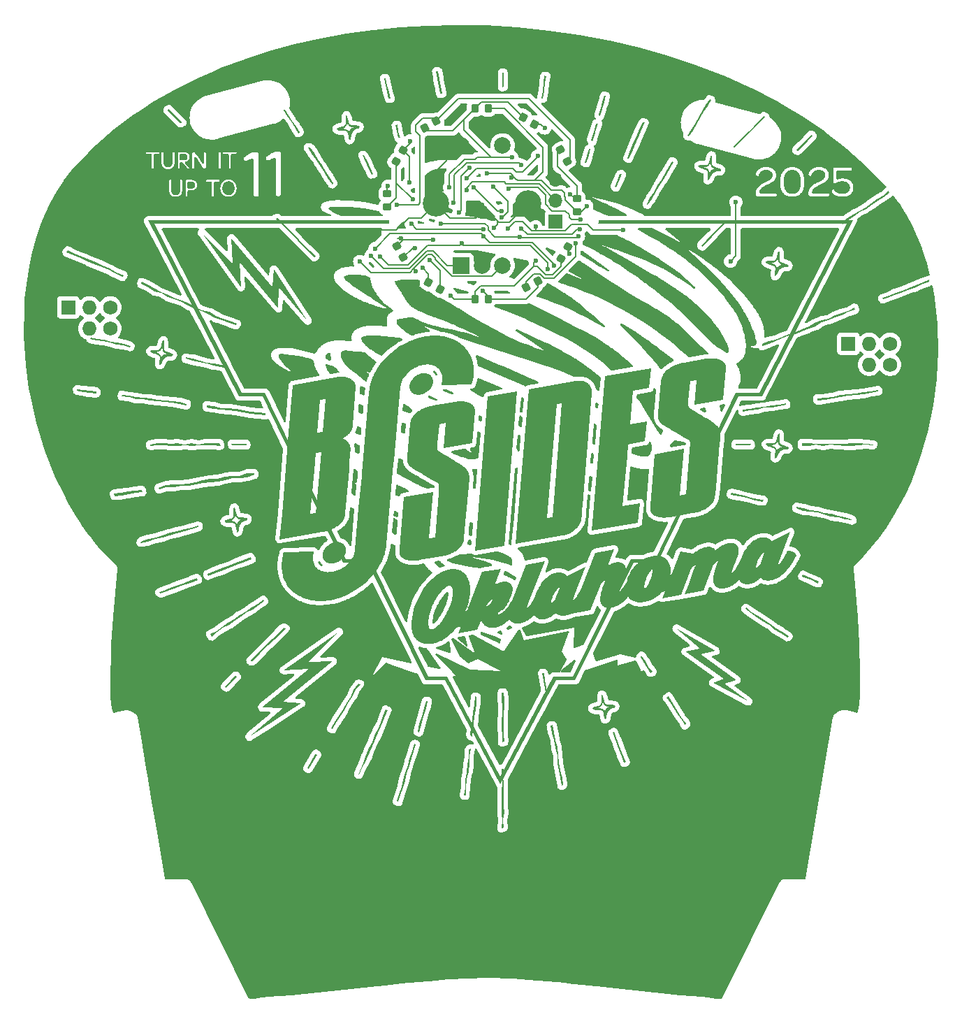
<source format=gbr>
%TF.GenerationSoftware,KiCad,Pcbnew,8.0.8*%
%TF.CreationDate,2025-02-28T01:53:59-06:00*%
%TF.ProjectId,B-Sides 2025,422d5369-6465-4732-9032-3032352e6b69,rev?*%
%TF.SameCoordinates,Original*%
%TF.FileFunction,Copper,L1,Top*%
%TF.FilePolarity,Positive*%
%FSLAX46Y46*%
G04 Gerber Fmt 4.6, Leading zero omitted, Abs format (unit mm)*
G04 Created by KiCad (PCBNEW 8.0.8) date 2025-02-28 01:53:59*
%MOMM*%
%LPD*%
G01*
G04 APERTURE LIST*
G04 Aperture macros list*
%AMRoundRect*
0 Rectangle with rounded corners*
0 $1 Rounding radius*
0 $2 $3 $4 $5 $6 $7 $8 $9 X,Y pos of 4 corners*
0 Add a 4 corners polygon primitive as box body*
4,1,4,$2,$3,$4,$5,$6,$7,$8,$9,$2,$3,0*
0 Add four circle primitives for the rounded corners*
1,1,$1+$1,$2,$3*
1,1,$1+$1,$4,$5*
1,1,$1+$1,$6,$7*
1,1,$1+$1,$8,$9*
0 Add four rect primitives between the rounded corners*
20,1,$1+$1,$2,$3,$4,$5,0*
20,1,$1+$1,$4,$5,$6,$7,0*
20,1,$1+$1,$6,$7,$8,$9,0*
20,1,$1+$1,$8,$9,$2,$3,0*%
G04 Aperture macros list end*
%TA.AperFunction,NonConductor*%
%ADD10C,0.000000*%
%TD*%
%TA.AperFunction,Conductor*%
%ADD11C,0.000000*%
%TD*%
%TA.AperFunction,SMDPad,CuDef*%
%ADD12RoundRect,0.225000X0.057356X0.350657X-0.332356X0.125657X-0.057356X-0.350657X0.332356X-0.125657X0*%
%TD*%
%TA.AperFunction,SMDPad,CuDef*%
%ADD13RoundRect,0.225000X-0.275000X0.225000X-0.275000X-0.225000X0.275000X-0.225000X0.275000X0.225000X0*%
%TD*%
%TA.AperFunction,SMDPad,CuDef*%
%ADD14RoundRect,0.225000X-0.332356X-0.125657X0.057356X-0.350657X0.332356X0.125657X-0.057356X0.350657X0*%
%TD*%
%TA.AperFunction,ComponentPad*%
%ADD15R,1.727200X1.727200*%
%TD*%
%TA.AperFunction,ComponentPad*%
%ADD16C,1.727200*%
%TD*%
%TA.AperFunction,ComponentPad*%
%ADD17O,1.727200X1.727200*%
%TD*%
%TA.AperFunction,SMDPad,CuDef*%
%ADD18RoundRect,0.225000X-0.225000X-0.275000X0.225000X-0.275000X0.225000X0.275000X-0.225000X0.275000X0*%
%TD*%
%TA.AperFunction,SMDPad,CuDef*%
%ADD19RoundRect,0.225000X0.225000X0.275000X-0.225000X0.275000X-0.225000X-0.275000X0.225000X-0.275000X0*%
%TD*%
%TA.AperFunction,ComponentPad*%
%ADD20R,2.000000X2.000000*%
%TD*%
%TA.AperFunction,ComponentPad*%
%ADD21C,2.000000*%
%TD*%
%TA.AperFunction,ComponentPad*%
%ADD22C,3.200000*%
%TD*%
%TA.AperFunction,SMDPad,CuDef*%
%ADD23RoundRect,0.225000X-0.350657X0.057356X-0.125657X-0.332356X0.350657X-0.057356X0.125657X0.332356X0*%
%TD*%
%TA.AperFunction,SMDPad,CuDef*%
%ADD24RoundRect,0.225000X0.125657X-0.332356X0.350657X0.057356X-0.125657X0.332356X-0.350657X-0.057356X0*%
%TD*%
%TA.AperFunction,SMDPad,CuDef*%
%ADD25RoundRect,0.225000X-0.057356X-0.350657X0.332356X-0.125657X0.057356X0.350657X-0.332356X0.125657X0*%
%TD*%
%TA.AperFunction,SMDPad,CuDef*%
%ADD26RoundRect,0.225000X0.275000X-0.225000X0.275000X0.225000X-0.275000X0.225000X-0.275000X-0.225000X0*%
%TD*%
%TA.AperFunction,SMDPad,CuDef*%
%ADD27RoundRect,0.225000X0.332356X0.125657X-0.057356X0.350657X-0.332356X-0.125657X0.057356X-0.350657X0*%
%TD*%
%TA.AperFunction,SMDPad,CuDef*%
%ADD28RoundRect,0.225000X-0.125657X0.332356X-0.350657X-0.057356X0.125657X-0.332356X0.350657X0.057356X0*%
%TD*%
%TA.AperFunction,SMDPad,CuDef*%
%ADD29RoundRect,0.225000X0.350657X-0.057356X0.125657X0.332356X-0.350657X0.057356X-0.125657X-0.332356X0*%
%TD*%
%TA.AperFunction,ComponentPad*%
%ADD30R,1.700000X1.700000*%
%TD*%
%TA.AperFunction,ComponentPad*%
%ADD31O,1.700000X1.700000*%
%TD*%
%TA.AperFunction,ViaPad*%
%ADD32C,0.600000*%
%TD*%
%TA.AperFunction,Conductor*%
%ADD33C,0.200000*%
%TD*%
G04 APERTURE END LIST*
D10*
%TA.AperFunction,NonConductor*%
G36*
X78932874Y-87345025D02*
G01*
X79821243Y-87340459D01*
X79838142Y-87356866D01*
X79838266Y-87552403D01*
X78982591Y-87549813D01*
X78128026Y-87536118D01*
X78044137Y-87323804D01*
X78932874Y-87345025D01*
G37*
%TD.AperFunction*%
%TA.AperFunction,NonConductor*%
G36*
X94481916Y-53136010D02*
G01*
X94853006Y-53904342D01*
X95203611Y-54681185D01*
X94999811Y-54716222D01*
X94618608Y-53943943D01*
X94228517Y-53175488D01*
X93889505Y-52384951D01*
X94089731Y-52378412D01*
X94481916Y-53136010D01*
G37*
%TD.AperFunction*%
%TA.AperFunction,NonConductor*%
G36*
X147344301Y-95146123D02*
G01*
X148178384Y-95371762D01*
X149037027Y-95480821D01*
X149862222Y-95741124D01*
X150719636Y-95854623D01*
X151561731Y-96037946D01*
X152406923Y-96206586D01*
X153226327Y-96481202D01*
X153265191Y-96636521D01*
X153246560Y-96603215D01*
X152390756Y-96458257D01*
X151544832Y-96265805D01*
X150687807Y-96127385D01*
X149858034Y-95866097D01*
X149010248Y-95686345D01*
X148158647Y-95525475D01*
X147290513Y-95441586D01*
X146468645Y-95158460D01*
X146502199Y-94936402D01*
X147344301Y-95146123D01*
G37*
%TD.AperFunction*%
%TA.AperFunction,NonConductor*%
G36*
X60101876Y-80809827D02*
G01*
X60904256Y-80895444D01*
X61702443Y-81012891D01*
X61660991Y-81225453D01*
X60881927Y-81150445D01*
X60106317Y-81047803D01*
X59335395Y-80919007D01*
X59301593Y-80702004D01*
X60101876Y-80809827D01*
G37*
%TD.AperFunction*%
%TA.AperFunction,NonConductor*%
G36*
X136177064Y-45719961D02*
G01*
X135751199Y-46469417D01*
X135244157Y-47168539D01*
X134850870Y-47935267D01*
X134412042Y-48673867D01*
X133972978Y-49412959D01*
X133494188Y-50126639D01*
X133269784Y-50024615D01*
X133743646Y-49295144D01*
X134215402Y-48568634D01*
X134679750Y-47838300D01*
X135094140Y-47078851D01*
X135503595Y-46315948D01*
X135988061Y-45598568D01*
X136177064Y-45719961D01*
G37*
%TD.AperFunction*%
D11*
%TA.AperFunction,Conductor*%
%TO.N,/GPIO_PHOTO_A*%
G36*
X91559246Y-79214895D02*
G01*
X91651241Y-79219872D01*
X91741364Y-79228405D01*
X91829608Y-79240487D01*
X91915969Y-79256115D01*
X92000440Y-79275282D01*
X92083016Y-79297984D01*
X92163692Y-79324215D01*
X92242461Y-79353972D01*
X92319318Y-79387247D01*
X92394258Y-79424038D01*
X92467275Y-79464337D01*
X92540880Y-79509478D01*
X92610084Y-79556344D01*
X92674879Y-79604923D01*
X92735257Y-79655202D01*
X92791210Y-79707171D01*
X92842729Y-79760815D01*
X92889806Y-79816124D01*
X92932433Y-79873084D01*
X92970601Y-79931684D01*
X93004303Y-79991911D01*
X93033529Y-80053753D01*
X93058271Y-80117197D01*
X93078522Y-80182232D01*
X93094273Y-80248844D01*
X93105515Y-80317022D01*
X93112241Y-80386754D01*
X93113473Y-80407235D01*
X92747445Y-85086923D01*
X92737505Y-85175406D01*
X92722864Y-85262459D01*
X92703532Y-85348067D01*
X92679521Y-85432216D01*
X92650839Y-85514891D01*
X92617496Y-85596080D01*
X92579504Y-85675767D01*
X92536870Y-85753938D01*
X92489607Y-85830580D01*
X92437722Y-85905678D01*
X92381227Y-85979219D01*
X92320131Y-86051188D01*
X92254444Y-86121571D01*
X92184177Y-86190354D01*
X92109338Y-86257523D01*
X92029939Y-86323064D01*
X91965468Y-86373026D01*
X91899471Y-86422145D01*
X91831959Y-86470411D01*
X91762943Y-86517814D01*
X91692435Y-86564344D01*
X91620446Y-86609991D01*
X91546989Y-86654744D01*
X91472074Y-86698594D01*
X91511189Y-86710426D01*
X91549517Y-86722837D01*
X91587052Y-86735825D01*
X91623791Y-86749387D01*
X91659729Y-86763521D01*
X91694862Y-86778224D01*
X91729186Y-86793494D01*
X91762695Y-86809329D01*
X91795387Y-86825727D01*
X91827255Y-86842684D01*
X91858297Y-86860200D01*
X91888508Y-86878270D01*
X91917883Y-86896894D01*
X91946418Y-86916068D01*
X91974109Y-86935791D01*
X92000951Y-86956059D01*
X92013040Y-86966054D01*
X92043786Y-86994243D01*
X92073475Y-87023155D01*
X92102101Y-87052780D01*
X92129659Y-87083114D01*
X92156145Y-87114148D01*
X92181553Y-87145875D01*
X92205878Y-87178289D01*
X92229116Y-87211382D01*
X92251260Y-87245148D01*
X92272307Y-87279579D01*
X92292251Y-87314667D01*
X92311086Y-87350407D01*
X92328808Y-87386792D01*
X92345412Y-87423813D01*
X92360893Y-87461464D01*
X92375245Y-87499738D01*
X92388296Y-87538217D01*
X92400290Y-87576854D01*
X92411228Y-87615640D01*
X92421108Y-87654569D01*
X92429930Y-87693632D01*
X92437692Y-87732821D01*
X92444395Y-87772130D01*
X92450037Y-87811551D01*
X92454619Y-87851075D01*
X92458138Y-87890696D01*
X92460595Y-87930406D01*
X92461988Y-87970197D01*
X92462318Y-88010061D01*
X92461582Y-88049992D01*
X92459781Y-88089981D01*
X92456914Y-88130021D01*
X92433293Y-88419698D01*
X92408571Y-88745160D01*
X92356248Y-89498536D01*
X92291016Y-90406071D01*
X92211168Y-91391236D01*
X91841066Y-95743630D01*
X91829106Y-95849348D01*
X91811323Y-95953493D01*
X91787730Y-96056044D01*
X91758338Y-96156983D01*
X91723160Y-96256289D01*
X91682207Y-96353942D01*
X91635493Y-96449921D01*
X91583028Y-96544208D01*
X91524825Y-96636781D01*
X91460896Y-96727622D01*
X91391253Y-96816708D01*
X91315909Y-96904022D01*
X91234875Y-96989542D01*
X91148164Y-97073249D01*
X91055787Y-97155123D01*
X90957757Y-97235143D01*
X90861771Y-97307409D01*
X90762027Y-97376763D01*
X90658551Y-97443192D01*
X90551370Y-97506686D01*
X90440512Y-97567236D01*
X90326002Y-97624830D01*
X90207868Y-97679459D01*
X90086136Y-97731110D01*
X89960834Y-97779775D01*
X89831987Y-97825443D01*
X89699623Y-97868103D01*
X89563768Y-97907744D01*
X89424449Y-97944357D01*
X89281693Y-97977930D01*
X89135527Y-98008453D01*
X88985977Y-98035916D01*
X83885976Y-98909974D01*
X84149856Y-95807290D01*
X87590324Y-95807290D01*
X88280441Y-95688981D01*
X88905296Y-88342584D01*
X88245281Y-88455712D01*
X88067384Y-90546414D01*
X87590324Y-95807290D01*
X84149856Y-95807290D01*
X84984673Y-85991574D01*
X88454757Y-85991574D01*
X89082696Y-85884000D01*
X89420228Y-81915025D01*
X88792415Y-82022603D01*
X88454757Y-85991574D01*
X84984673Y-85991574D01*
X85477043Y-80202321D01*
X91071378Y-79243508D01*
X91172652Y-79230635D01*
X91272081Y-79221342D01*
X91369661Y-79215625D01*
X91465384Y-79213477D01*
X91559246Y-79214895D01*
G37*
%TD.AperFunction*%
%TA.AperFunction,Conductor*%
G36*
X111030015Y-126751523D02*
G01*
X110966974Y-127633351D01*
X111039636Y-128515057D01*
X111007192Y-129396268D01*
X111024465Y-130276616D01*
X111068010Y-131157452D01*
X111095151Y-132038052D01*
X110983629Y-132918645D01*
X111021749Y-133798749D01*
X110781553Y-133921994D01*
X110872476Y-133014623D01*
X110764402Y-132110227D01*
X110764280Y-131206311D01*
X110759469Y-130302152D01*
X110782663Y-129398366D01*
X110829049Y-128494702D01*
X110812272Y-127591161D01*
X110755891Y-126682683D01*
X111030015Y-126751523D01*
G37*
%TD.AperFunction*%
%TA.AperFunction,Conductor*%
G36*
X136341730Y-76979817D02*
G01*
X136446173Y-76984606D01*
X136548691Y-76992725D01*
X136649263Y-77004174D01*
X136747865Y-77018950D01*
X136844475Y-77037053D01*
X136939070Y-77058481D01*
X137031628Y-77083233D01*
X137122126Y-77111307D01*
X137210542Y-77142701D01*
X137271178Y-77166914D01*
X137328623Y-77192190D01*
X137382953Y-77218473D01*
X137434246Y-77245706D01*
X137482581Y-77273834D01*
X137528035Y-77302799D01*
X137570684Y-77332547D01*
X137610608Y-77363020D01*
X137647884Y-77394163D01*
X137682588Y-77425919D01*
X137714800Y-77458233D01*
X137744596Y-77491047D01*
X137772054Y-77524306D01*
X137797253Y-77557954D01*
X137820268Y-77591934D01*
X137841179Y-77626191D01*
X137860063Y-77660668D01*
X137876997Y-77695309D01*
X137892059Y-77730057D01*
X137905327Y-77764857D01*
X137916878Y-77799653D01*
X137926790Y-77834387D01*
X137942007Y-77903450D01*
X137951600Y-77971595D01*
X137956190Y-78038373D01*
X137956398Y-78103335D01*
X137952844Y-78166032D01*
X137622949Y-82046056D01*
X134133638Y-82644017D01*
X134389993Y-79628549D01*
X133630174Y-79758828D01*
X133397500Y-82159554D01*
X133391094Y-82240756D01*
X133385942Y-82317472D01*
X133382052Y-82389600D01*
X133379428Y-82457037D01*
X133378077Y-82519680D01*
X133378004Y-82577427D01*
X133379215Y-82630174D01*
X133381715Y-82677819D01*
X133383067Y-82692560D01*
X133385180Y-82707314D01*
X133388055Y-82722079D01*
X133391689Y-82736852D01*
X133396080Y-82751631D01*
X133401228Y-82766415D01*
X133407130Y-82781202D01*
X133413786Y-82795989D01*
X133421194Y-82810775D01*
X133429352Y-82825558D01*
X133438259Y-82840335D01*
X133447913Y-82855105D01*
X133458313Y-82869866D01*
X133469458Y-82884615D01*
X133481345Y-82899351D01*
X133493974Y-82914071D01*
X133511631Y-82933617D01*
X133530733Y-82953532D01*
X133551277Y-82973813D01*
X133573255Y-82994457D01*
X133596664Y-83015459D01*
X133621497Y-83036817D01*
X133647749Y-83058525D01*
X133675415Y-83080582D01*
X133704490Y-83102983D01*
X133734967Y-83125724D01*
X133766841Y-83148802D01*
X133800108Y-83172214D01*
X133834760Y-83195955D01*
X133870795Y-83220022D01*
X133946985Y-83269120D01*
X134135986Y-83386101D01*
X134366567Y-83524443D01*
X134637883Y-83683625D01*
X134949090Y-83863130D01*
X135366628Y-84096425D01*
X135728096Y-84305248D01*
X136035530Y-84490801D01*
X136169620Y-84575227D01*
X136290964Y-84654286D01*
X136351385Y-84695161D01*
X136409695Y-84736005D01*
X136465916Y-84776836D01*
X136520066Y-84817674D01*
X136572168Y-84858537D01*
X136622240Y-84899442D01*
X136670304Y-84940409D01*
X136716380Y-84981455D01*
X136760488Y-85022600D01*
X136802649Y-85063862D01*
X136842883Y-85105259D01*
X136881212Y-85146809D01*
X136917654Y-85188532D01*
X136952231Y-85230444D01*
X136984963Y-85272566D01*
X137015870Y-85314916D01*
X137046979Y-85360937D01*
X137076088Y-85407947D01*
X137103195Y-85455933D01*
X137128296Y-85504884D01*
X137151387Y-85554788D01*
X137172466Y-85605632D01*
X137191527Y-85657405D01*
X137208568Y-85710095D01*
X137223585Y-85763690D01*
X137236574Y-85818179D01*
X137247533Y-85873548D01*
X137256456Y-85929786D01*
X137263341Y-85986882D01*
X137268184Y-86044823D01*
X137270982Y-86103598D01*
X137271730Y-86163194D01*
X137270130Y-86271816D01*
X137266722Y-86389793D01*
X137261511Y-86517008D01*
X137254506Y-86653345D01*
X137235141Y-86952912D01*
X137208688Y-87287557D01*
X136728547Y-92561997D01*
X136643045Y-93565469D01*
X136631085Y-93671759D01*
X136613392Y-93776094D01*
X136589979Y-93878454D01*
X136560858Y-93978819D01*
X136526043Y-94077169D01*
X136485546Y-94173484D01*
X136439379Y-94267742D01*
X136387556Y-94359924D01*
X136330088Y-94450010D01*
X136266989Y-94537980D01*
X136198271Y-94623812D01*
X136123947Y-94707488D01*
X136044030Y-94788986D01*
X135958532Y-94868287D01*
X135867466Y-94945370D01*
X135770845Y-95020215D01*
X135677871Y-95086583D01*
X135581242Y-95150363D01*
X135480985Y-95211543D01*
X135377125Y-95270115D01*
X135269689Y-95326069D01*
X135158701Y-95379395D01*
X135044190Y-95430083D01*
X134926179Y-95478123D01*
X134804696Y-95523506D01*
X134679767Y-95566223D01*
X134551417Y-95606262D01*
X134419672Y-95643616D01*
X134284559Y-95678273D01*
X134146104Y-95710224D01*
X134004332Y-95739459D01*
X133859270Y-95765969D01*
X131189599Y-96223538D01*
X131072328Y-96242174D01*
X130956837Y-96257555D01*
X130843151Y-96269683D01*
X130731291Y-96278559D01*
X130621283Y-96284184D01*
X130513148Y-96286560D01*
X130406909Y-96285687D01*
X130302591Y-96281568D01*
X130200215Y-96274203D01*
X130099806Y-96263594D01*
X130001386Y-96249742D01*
X129904978Y-96232648D01*
X129810606Y-96212313D01*
X129718292Y-96188739D01*
X129628060Y-96161927D01*
X129539934Y-96131879D01*
X129478993Y-96108607D01*
X129421259Y-96084214D01*
X129366654Y-96058758D01*
X129315099Y-96032295D01*
X129266518Y-96004885D01*
X129220831Y-95976584D01*
X129177961Y-95947451D01*
X129137830Y-95917543D01*
X129100360Y-95886918D01*
X129065472Y-95855634D01*
X129033090Y-95823748D01*
X129003136Y-95791318D01*
X128975530Y-95758402D01*
X128950195Y-95725058D01*
X128927054Y-95691343D01*
X128906028Y-95657315D01*
X128887040Y-95623032D01*
X128870010Y-95588552D01*
X128854863Y-95553931D01*
X128841519Y-95519229D01*
X128829900Y-95484503D01*
X128819929Y-95449810D01*
X128804618Y-95380756D01*
X128794962Y-95312529D01*
X128790337Y-95245591D01*
X128790120Y-95180403D01*
X128793687Y-95117429D01*
X128821077Y-94795686D01*
X129315652Y-88589448D01*
X132870851Y-87980142D01*
X132393793Y-93589032D01*
X133116601Y-93465173D01*
X133540613Y-88124726D01*
X133605745Y-87358865D01*
X133607670Y-87333473D01*
X133609054Y-87308790D01*
X133609895Y-87284821D01*
X133610196Y-87261571D01*
X133609957Y-87239042D01*
X133609179Y-87217240D01*
X133607862Y-87196168D01*
X133606009Y-87175831D01*
X133603619Y-87156233D01*
X133600694Y-87137378D01*
X133597234Y-87119270D01*
X133593240Y-87101913D01*
X133588714Y-87085311D01*
X133583656Y-87069470D01*
X133578066Y-87054392D01*
X133571947Y-87040082D01*
X133565044Y-87025905D01*
X133557430Y-87011829D01*
X133549107Y-86997858D01*
X133540078Y-86983992D01*
X133530345Y-86970237D01*
X133519912Y-86956592D01*
X133508782Y-86943063D01*
X133496955Y-86929651D01*
X133484437Y-86916359D01*
X133471228Y-86903190D01*
X133457332Y-86890146D01*
X133442752Y-86877231D01*
X133427490Y-86864446D01*
X133411549Y-86851795D01*
X133394932Y-86839281D01*
X133377641Y-86826905D01*
X133328830Y-86794210D01*
X133273669Y-86758983D01*
X133212231Y-86721273D01*
X133144586Y-86681127D01*
X133070806Y-86638594D01*
X132990961Y-86593720D01*
X132905123Y-86546554D01*
X132813363Y-86497144D01*
X131811805Y-85938259D01*
X131414274Y-85712573D01*
X131081163Y-85520196D01*
X130929307Y-85430373D01*
X130788288Y-85344008D01*
X130657905Y-85260966D01*
X130537962Y-85181108D01*
X130428261Y-85104298D01*
X130328603Y-85030398D01*
X130238790Y-84959270D01*
X130158624Y-84890778D01*
X130116191Y-84852056D01*
X130076230Y-84813462D01*
X130038731Y-84774981D01*
X130003683Y-84736595D01*
X129971073Y-84698288D01*
X129940892Y-84660045D01*
X129913127Y-84621849D01*
X129887767Y-84583684D01*
X129864802Y-84545534D01*
X129844219Y-84507381D01*
X129826008Y-84469211D01*
X129810158Y-84431007D01*
X129796657Y-84392751D01*
X129785493Y-84354429D01*
X129776657Y-84316024D01*
X129770135Y-84277520D01*
X129762659Y-84213961D01*
X129757252Y-84146717D01*
X129753916Y-84075654D01*
X129752650Y-84000636D01*
X129753454Y-83921530D01*
X129756328Y-83838201D01*
X129761273Y-83750515D01*
X129768289Y-83658337D01*
X130103357Y-79718118D01*
X130115330Y-79612035D01*
X130133013Y-79507815D01*
X130156395Y-79405476D01*
X130185463Y-79305039D01*
X130220207Y-79206523D01*
X130260614Y-79109948D01*
X130306673Y-79015335D01*
X130358371Y-78922702D01*
X130415698Y-78832071D01*
X130478641Y-78743460D01*
X130547189Y-78656891D01*
X130621330Y-78572381D01*
X130701052Y-78489953D01*
X130786344Y-78409625D01*
X130877193Y-78331417D01*
X130973588Y-78255349D01*
X131066860Y-78187543D01*
X131163780Y-78122410D01*
X131264322Y-78059962D01*
X131368460Y-78000208D01*
X131476167Y-77943160D01*
X131587418Y-77888829D01*
X131702185Y-77837224D01*
X131820443Y-77788357D01*
X131942164Y-77742239D01*
X132067323Y-77698879D01*
X132195893Y-77658289D01*
X132327847Y-77620479D01*
X132463161Y-77585461D01*
X132601806Y-77553244D01*
X132743756Y-77523839D01*
X132888986Y-77497258D01*
X135558648Y-77039685D01*
X135675929Y-77021117D01*
X135791443Y-77005889D01*
X135905168Y-76994001D01*
X136017082Y-76985452D01*
X136127163Y-76980239D01*
X136235386Y-76978361D01*
X136341730Y-76979817D01*
G37*
%TD.AperFunction*%
D10*
%TA.AperFunction,NonConductor*%
G36*
X69837033Y-74815942D02*
G01*
X69841393Y-75027303D01*
X69847118Y-75238781D01*
X69848606Y-75344412D01*
X69848170Y-75449890D01*
X69845058Y-75555153D01*
X69838513Y-75660142D01*
X69835727Y-75715411D01*
X69835726Y-75741722D01*
X69836650Y-75767170D01*
X69838494Y-75791770D01*
X69841255Y-75815538D01*
X69844930Y-75838488D01*
X69849515Y-75860636D01*
X69855008Y-75881996D01*
X69861405Y-75902584D01*
X69868702Y-75922415D01*
X69876896Y-75941503D01*
X69885984Y-75959865D01*
X69895963Y-75977514D01*
X69906828Y-75994467D01*
X69918578Y-76010737D01*
X69931208Y-76026341D01*
X69944715Y-76041293D01*
X69959095Y-76055608D01*
X69974347Y-76069302D01*
X69990465Y-76082389D01*
X70007447Y-76094884D01*
X70025289Y-76106804D01*
X70043989Y-76118161D01*
X70083945Y-76139253D01*
X70127290Y-76158280D01*
X70173995Y-76175362D01*
X70224036Y-76190621D01*
X70297035Y-76211751D01*
X70369713Y-76234313D01*
X70442015Y-76258267D01*
X70513887Y-76283578D01*
X70585272Y-76310208D01*
X70656117Y-76338118D01*
X70726367Y-76367271D01*
X70795966Y-76397630D01*
X70808625Y-76403969D01*
X70821725Y-76411802D01*
X70835071Y-76420938D01*
X70848470Y-76431184D01*
X70861729Y-76442349D01*
X70874655Y-76454241D01*
X70887053Y-76466668D01*
X70898731Y-76479439D01*
X70909495Y-76492362D01*
X70919153Y-76505244D01*
X70927509Y-76517895D01*
X70934373Y-76530123D01*
X70937183Y-76536018D01*
X70939548Y-76541735D01*
X70941443Y-76547250D01*
X70942844Y-76552540D01*
X70943726Y-76557580D01*
X70944065Y-76562346D01*
X70943838Y-76566815D01*
X70943019Y-76570962D01*
X70938189Y-76585300D01*
X70931647Y-76600350D01*
X70923585Y-76615874D01*
X70914196Y-76631631D01*
X70903672Y-76647383D01*
X70892208Y-76662891D01*
X70879994Y-76677916D01*
X70867226Y-76692218D01*
X70854094Y-76705559D01*
X70840792Y-76717700D01*
X70827513Y-76728400D01*
X70814450Y-76737422D01*
X70808059Y-76741229D01*
X70801795Y-76744527D01*
X70795681Y-76747285D01*
X70789741Y-76749474D01*
X70784000Y-76751065D01*
X70778482Y-76752026D01*
X70773210Y-76752329D01*
X70768209Y-76751943D01*
X70698774Y-76742875D01*
X70632005Y-76737283D01*
X70567826Y-76735067D01*
X70506161Y-76736132D01*
X70446934Y-76740381D01*
X70390068Y-76747715D01*
X70335486Y-76758039D01*
X70283113Y-76771254D01*
X70232873Y-76787265D01*
X70184689Y-76805973D01*
X70138485Y-76827282D01*
X70094184Y-76851095D01*
X70051711Y-76877314D01*
X70010989Y-76905843D01*
X69971942Y-76936584D01*
X69934493Y-76969440D01*
X69898567Y-77004315D01*
X69864086Y-77041111D01*
X69830976Y-77079730D01*
X69799159Y-77120077D01*
X69739101Y-77205563D01*
X69683302Y-77296791D01*
X69631152Y-77392986D01*
X69582040Y-77493370D01*
X69535358Y-77597166D01*
X69490494Y-77703599D01*
X69488693Y-77707687D01*
X69486684Y-77711695D01*
X69484460Y-77715625D01*
X69482013Y-77719480D01*
X69479337Y-77723262D01*
X69476425Y-77726972D01*
X69473268Y-77730615D01*
X69469859Y-77734191D01*
X69466191Y-77737704D01*
X69462257Y-77741155D01*
X69458050Y-77744547D01*
X69453561Y-77747882D01*
X69448784Y-77751163D01*
X69443712Y-77754392D01*
X69438336Y-77757570D01*
X69432650Y-77760702D01*
X69426646Y-77763788D01*
X69420318Y-77766831D01*
X69413657Y-77769833D01*
X69406656Y-77772798D01*
X69399308Y-77775726D01*
X69391606Y-77778621D01*
X69375109Y-77784320D01*
X69357106Y-77789912D01*
X69337539Y-77795417D01*
X69316349Y-77800852D01*
X69293476Y-77806237D01*
X69292889Y-77748118D01*
X69291485Y-77689917D01*
X69288372Y-77573492D01*
X69287736Y-77515381D01*
X69288428Y-77457413D01*
X69290985Y-77399644D01*
X69293131Y-77370851D01*
X69295944Y-77342130D01*
X69341181Y-76985584D01*
X69345350Y-76918705D01*
X69345368Y-76887917D01*
X69343765Y-76858733D01*
X69340361Y-76831025D01*
X69334976Y-76804670D01*
X69327426Y-76779544D01*
X69317533Y-76755521D01*
X69305114Y-76732476D01*
X69289988Y-76710286D01*
X69271974Y-76688825D01*
X69250890Y-76667969D01*
X69226557Y-76647592D01*
X69198792Y-76627571D01*
X69167414Y-76607781D01*
X69132243Y-76588096D01*
X69093096Y-76568393D01*
X69049794Y-76548546D01*
X69002154Y-76528431D01*
X68949995Y-76507923D01*
X68831399Y-76465230D01*
X68692554Y-76419469D01*
X68600347Y-76390858D01*
X68554155Y-76376308D01*
X68508290Y-76361022D01*
X68463045Y-76344568D01*
X68440745Y-76335768D01*
X68418708Y-76326514D01*
X68396972Y-76316753D01*
X68375572Y-76306431D01*
X68354544Y-76295493D01*
X68333926Y-76283887D01*
X68327489Y-76279921D01*
X68321222Y-76275667D01*
X68315114Y-76271139D01*
X68309159Y-76266349D01*
X68297675Y-76256040D01*
X68293893Y-76252183D01*
X68931887Y-76252183D01*
X69002921Y-76276933D01*
X69070584Y-76303782D01*
X69134610Y-76332963D01*
X69194736Y-76364710D01*
X69250699Y-76399257D01*
X69277037Y-76417653D01*
X69302235Y-76436837D01*
X69326260Y-76456838D01*
X69349079Y-76477684D01*
X69370659Y-76499406D01*
X69390968Y-76522032D01*
X69409971Y-76545592D01*
X69427638Y-76570114D01*
X69443933Y-76595629D01*
X69458825Y-76622164D01*
X69472280Y-76649750D01*
X69484265Y-76678416D01*
X69494748Y-76708191D01*
X69503695Y-76739103D01*
X69511073Y-76771183D01*
X69516850Y-76804459D01*
X69520993Y-76838961D01*
X69523467Y-76874718D01*
X69524242Y-76911758D01*
X69523282Y-76950112D01*
X69520557Y-76989809D01*
X69516032Y-77030877D01*
X69530114Y-76963646D01*
X69538441Y-76931680D01*
X69547630Y-76900806D01*
X69557684Y-76871020D01*
X69568606Y-76842317D01*
X69580399Y-76814691D01*
X69593068Y-76788137D01*
X69606616Y-76762651D01*
X69621045Y-76738226D01*
X69636359Y-76714858D01*
X69652562Y-76692542D01*
X69669656Y-76671273D01*
X69687646Y-76651045D01*
X69706535Y-76631853D01*
X69726326Y-76613693D01*
X69747022Y-76596559D01*
X69768627Y-76580446D01*
X69791143Y-76565348D01*
X69814576Y-76551262D01*
X69838927Y-76538180D01*
X69864200Y-76526100D01*
X69890399Y-76515015D01*
X69917527Y-76504919D01*
X69945588Y-76495809D01*
X69974583Y-76487679D01*
X70004518Y-76480524D01*
X70035396Y-76474339D01*
X70099991Y-76464856D01*
X70168396Y-76459191D01*
X70133581Y-76443551D01*
X70100071Y-76427259D01*
X70067858Y-76410314D01*
X70036931Y-76392718D01*
X70007281Y-76374473D01*
X69978899Y-76355579D01*
X69951774Y-76336038D01*
X69925897Y-76315850D01*
X69901259Y-76295018D01*
X69877850Y-76273541D01*
X69855659Y-76251421D01*
X69834678Y-76228660D01*
X69814897Y-76205258D01*
X69796307Y-76181217D01*
X69778896Y-76156537D01*
X69762657Y-76131220D01*
X69747579Y-76105267D01*
X69733653Y-76078678D01*
X69720868Y-76051456D01*
X69709216Y-76023602D01*
X69698687Y-75995115D01*
X69689270Y-75965999D01*
X69680957Y-75936253D01*
X69673738Y-75905878D01*
X69667603Y-75874877D01*
X69662542Y-75843250D01*
X69658547Y-75810998D01*
X69655606Y-75778122D01*
X69652851Y-75710504D01*
X69654202Y-75640405D01*
X69640058Y-75665886D01*
X69626408Y-75691945D01*
X69600084Y-75745200D01*
X69574215Y-75798982D01*
X69547783Y-75852101D01*
X69534038Y-75878041D01*
X69519772Y-75903370D01*
X69504857Y-75927940D01*
X69489166Y-75951601D01*
X69472572Y-75974205D01*
X69454948Y-75995604D01*
X69436167Y-76015649D01*
X69416103Y-76034192D01*
X69393196Y-76052482D01*
X69369020Y-76069385D01*
X69343638Y-76085066D01*
X69317110Y-76099689D01*
X69289499Y-76113417D01*
X69260866Y-76126413D01*
X69231273Y-76138842D01*
X69200781Y-76150868D01*
X69137347Y-76174362D01*
X69071058Y-76198206D01*
X69002407Y-76223710D01*
X68967350Y-76237493D01*
X68931887Y-76252183D01*
X68293893Y-76252183D01*
X68286705Y-76244851D01*
X68276185Y-76232890D01*
X68266052Y-76220267D01*
X68256241Y-76207092D01*
X68246690Y-76193474D01*
X68228108Y-76165344D01*
X68209797Y-76136754D01*
X68191246Y-76108577D01*
X68181721Y-76094917D01*
X68171945Y-76081689D01*
X68184990Y-76074496D01*
X68197993Y-76066829D01*
X68223917Y-76050548D01*
X68249801Y-76033795D01*
X68275728Y-76017522D01*
X68288733Y-76009861D01*
X68301782Y-76002676D01*
X68314883Y-75996086D01*
X68328047Y-75990209D01*
X68341285Y-75985164D01*
X68354607Y-75981070D01*
X68361303Y-75979417D01*
X68368024Y-75978045D01*
X68374772Y-75976971D01*
X68381546Y-75976209D01*
X68445294Y-75971024D01*
X68509333Y-75966969D01*
X68573548Y-75964226D01*
X68637825Y-75962978D01*
X68702051Y-75963407D01*
X68766110Y-75965695D01*
X68829889Y-75970025D01*
X68893273Y-75976579D01*
X68926329Y-75980085D01*
X68958356Y-75982374D01*
X68989364Y-75983452D01*
X69019367Y-75983326D01*
X69048376Y-75982003D01*
X69076402Y-75979491D01*
X69103458Y-75975796D01*
X69129556Y-75970925D01*
X69154707Y-75964885D01*
X69178923Y-75957682D01*
X69202217Y-75949325D01*
X69224599Y-75939819D01*
X69246083Y-75929172D01*
X69266679Y-75917391D01*
X69286400Y-75904482D01*
X69305258Y-75890453D01*
X69323264Y-75875310D01*
X69340431Y-75859061D01*
X69356769Y-75841711D01*
X69372292Y-75823270D01*
X69387011Y-75803742D01*
X69400938Y-75783135D01*
X69414084Y-75761457D01*
X69426463Y-75738713D01*
X69438084Y-75714912D01*
X69448961Y-75690059D01*
X69468529Y-75637228D01*
X69485261Y-75580276D01*
X69499253Y-75519257D01*
X69513130Y-75452760D01*
X69528090Y-75386430D01*
X69544090Y-75320297D01*
X69561090Y-75254389D01*
X69579051Y-75188736D01*
X69597931Y-75123366D01*
X69617690Y-75058309D01*
X69638288Y-74993592D01*
X69643047Y-74980332D01*
X69648577Y-74967321D01*
X69654800Y-74954535D01*
X69661639Y-74941949D01*
X69669018Y-74929538D01*
X69676858Y-74917278D01*
X69685084Y-74905142D01*
X69693618Y-74893107D01*
X69711304Y-74869237D01*
X69729298Y-74845468D01*
X69746987Y-74821601D01*
X69755523Y-74809569D01*
X69763752Y-74797437D01*
X69837033Y-74815942D01*
G37*
%TD.AperFunction*%
%TA.AperFunction,NonConductor*%
G36*
X80796216Y-91103665D02*
G01*
X79936838Y-91377664D01*
X79051927Y-91537053D01*
X78138513Y-91498189D01*
X77262851Y-91710755D01*
X76382011Y-91890992D01*
X75486858Y-91972787D01*
X74593679Y-92067777D01*
X73712343Y-92243329D01*
X72837176Y-92458112D01*
X71920433Y-92394452D01*
X71039962Y-92576669D01*
X70141478Y-92635018D01*
X69269148Y-92852025D01*
X69206848Y-92665120D01*
X70068445Y-92375459D01*
X70967298Y-92281945D01*
X71874911Y-92252087D01*
X72772038Y-92149327D01*
X73666944Y-92034100D01*
X74541864Y-91783296D01*
X75429986Y-91623410D01*
X76332788Y-91563207D01*
X77213506Y-91355332D01*
X78112855Y-91269841D01*
X79021699Y-91250100D01*
X79883912Y-90913922D01*
X80791156Y-90878518D01*
X80796216Y-91103665D01*
G37*
%TD.AperFunction*%
%TA.AperFunction,NonConductor*%
G36*
X74032407Y-97428704D02*
G01*
X73169823Y-97709241D01*
X72298604Y-97972875D01*
X71409249Y-98166440D01*
X70530875Y-98398370D01*
X69677914Y-98726029D01*
X68775605Y-98869512D01*
X67916723Y-99174596D01*
X67021570Y-99334111D01*
X67127172Y-99116120D01*
X67987906Y-98874196D01*
X68854436Y-98654973D01*
X69721832Y-98441300D01*
X70563320Y-98134118D01*
X71434169Y-97934632D01*
X72300331Y-97718243D01*
X73160448Y-97479897D01*
X74027597Y-97268941D01*
X74032407Y-97428704D01*
G37*
%TD.AperFunction*%
%TA.AperFunction,NonConductor*%
G36*
X131531145Y-118761281D02*
G01*
X132046319Y-119605977D01*
X132570634Y-120443883D01*
X133154901Y-121243924D01*
X133006990Y-121443036D01*
X132592721Y-120755147D01*
X132114419Y-120108457D01*
X131693002Y-119425366D01*
X131256410Y-118752889D01*
X130789705Y-118097318D01*
X130998315Y-117925221D01*
X131531145Y-118761281D01*
G37*
%TD.AperFunction*%
%TA.AperFunction,NonConductor*%
G36*
X162599328Y-67698218D02*
G01*
X161791757Y-67990968D01*
X161015664Y-68369336D01*
X160192308Y-68622855D01*
X159395234Y-68942870D01*
X158588907Y-69240062D01*
X157781961Y-69534787D01*
X156987222Y-69859366D01*
X156889024Y-69685294D01*
X157723237Y-69412036D01*
X158512788Y-69021455D01*
X159353410Y-68765592D01*
X160161958Y-68428552D01*
X160985071Y-68127784D01*
X161792505Y-67787167D01*
X162612153Y-67476403D01*
X162599328Y-67698218D01*
G37*
%TD.AperFunction*%
%TA.AperFunction,NonConductor*%
G36*
X84596641Y-109681783D02*
G01*
X83901590Y-110347104D01*
X83241575Y-111045239D01*
X82535051Y-111695638D01*
X81842468Y-112359105D01*
X81188991Y-113062291D01*
X80516805Y-113701553D01*
X80326284Y-113588452D01*
X81021827Y-112950894D01*
X81649890Y-112248074D01*
X82326312Y-111594472D01*
X83017415Y-110956784D01*
X83654363Y-110264081D01*
X84318941Y-109597157D01*
X84596641Y-109681783D01*
G37*
%TD.AperFunction*%
D11*
%TA.AperFunction,Conductor*%
G36*
X144434343Y-101440312D02*
G01*
X144392720Y-101549805D01*
X144356011Y-101650002D01*
X144323910Y-101741287D01*
X144296114Y-101824045D01*
X144272320Y-101898660D01*
X144252224Y-101965518D01*
X144235522Y-102025003D01*
X144221910Y-102077500D01*
X144265154Y-102038241D01*
X144312171Y-101992735D01*
X144362889Y-101940652D01*
X144417237Y-101881662D01*
X144475145Y-101815433D01*
X144536541Y-101741637D01*
X144601355Y-101659941D01*
X144669516Y-101570015D01*
X144740953Y-101471530D01*
X144815595Y-101364154D01*
X144893371Y-101247557D01*
X144974211Y-101121408D01*
X145058042Y-100985377D01*
X145144796Y-100839134D01*
X145234400Y-100682347D01*
X145326784Y-100514687D01*
X145426095Y-100331117D01*
X145623605Y-100313229D01*
X145682814Y-100310416D01*
X145742706Y-100312432D01*
X145802878Y-100319067D01*
X145862923Y-100330109D01*
X145922436Y-100345348D01*
X145981012Y-100364574D01*
X146038244Y-100387575D01*
X146093727Y-100414141D01*
X146147057Y-100444061D01*
X146197827Y-100477124D01*
X146245632Y-100513120D01*
X146290066Y-100551838D01*
X146330725Y-100593067D01*
X146367202Y-100636596D01*
X146399091Y-100682216D01*
X146413189Y-100705743D01*
X146425989Y-100729714D01*
X146491121Y-100859620D01*
X146412050Y-101007165D01*
X146236059Y-101324603D01*
X146058705Y-101623276D01*
X145879904Y-101903262D01*
X145699575Y-102164640D01*
X145517633Y-102407486D01*
X145333997Y-102631881D01*
X145148584Y-102837902D01*
X144961310Y-103025627D01*
X144772093Y-103195135D01*
X144580851Y-103346503D01*
X144387500Y-103479810D01*
X144191958Y-103595135D01*
X143994143Y-103692555D01*
X143793970Y-103772149D01*
X143591358Y-103833995D01*
X143386224Y-103878171D01*
X143271445Y-103894856D01*
X143162195Y-103904824D01*
X143058370Y-103908451D01*
X142959869Y-103906114D01*
X142866591Y-103898193D01*
X142778434Y-103885063D01*
X142695296Y-103867104D01*
X142617075Y-103844691D01*
X142543670Y-103818202D01*
X142474979Y-103788016D01*
X142410899Y-103754510D01*
X142351330Y-103718061D01*
X142296170Y-103679046D01*
X142245316Y-103637844D01*
X142198667Y-103594831D01*
X142156122Y-103550385D01*
X142096701Y-103606401D01*
X142033045Y-103663934D01*
X141965308Y-103722441D01*
X141893647Y-103781378D01*
X141818218Y-103840201D01*
X141739177Y-103898365D01*
X141656679Y-103955327D01*
X141570881Y-104010544D01*
X141481939Y-104063470D01*
X141390008Y-104113563D01*
X141295245Y-104160277D01*
X141197806Y-104203070D01*
X141097846Y-104241397D01*
X140995521Y-104274714D01*
X140890988Y-104302477D01*
X140837942Y-104314107D01*
X140784402Y-104324143D01*
X140680498Y-104338705D01*
X140579561Y-104346336D01*
X140481734Y-104347147D01*
X140387157Y-104341250D01*
X140295973Y-104328757D01*
X140208324Y-104309780D01*
X140124353Y-104284431D01*
X140044200Y-104252821D01*
X139968009Y-104215062D01*
X139895922Y-104171267D01*
X139828079Y-104121547D01*
X139764624Y-104066014D01*
X139705699Y-104004780D01*
X139651445Y-103937956D01*
X139602004Y-103865655D01*
X139557519Y-103787988D01*
X139452556Y-103896057D01*
X139346739Y-103998521D01*
X139240082Y-104095369D01*
X139132602Y-104186588D01*
X139024315Y-104272170D01*
X138915236Y-104352102D01*
X138805381Y-104426375D01*
X138694765Y-104494976D01*
X138583406Y-104557896D01*
X138471317Y-104615124D01*
X138358516Y-104666648D01*
X138245017Y-104712458D01*
X138130837Y-104752542D01*
X138015991Y-104786891D01*
X137900494Y-104815493D01*
X137784364Y-104838338D01*
X137666155Y-104855428D01*
X137555230Y-104865264D01*
X137451368Y-104868353D01*
X137354344Y-104865203D01*
X137263933Y-104856324D01*
X137179914Y-104842223D01*
X137102061Y-104823408D01*
X137030151Y-104800388D01*
X136963960Y-104773672D01*
X136903265Y-104743767D01*
X136847843Y-104711182D01*
X136797468Y-104676426D01*
X136751918Y-104640006D01*
X136710968Y-104602431D01*
X136674396Y-104564209D01*
X136641977Y-104525849D01*
X136611521Y-104485157D01*
X136583254Y-104442516D01*
X136557177Y-104397931D01*
X136533289Y-104351404D01*
X136511590Y-104302941D01*
X136492080Y-104252544D01*
X136474759Y-104200219D01*
X136459626Y-104145968D01*
X136446683Y-104089795D01*
X136435928Y-104031705D01*
X136427362Y-103971701D01*
X136420984Y-103909787D01*
X136414794Y-103780244D01*
X136417357Y-103643109D01*
X136428672Y-103498411D01*
X136448739Y-103346181D01*
X136477556Y-103186451D01*
X136515124Y-103019251D01*
X136561442Y-102844612D01*
X136616508Y-102662565D01*
X136680323Y-102473142D01*
X136752885Y-102276372D01*
X136803834Y-102134622D01*
X136860711Y-101986707D01*
X136964489Y-101714972D01*
X137012923Y-101583750D01*
X137054025Y-101466466D01*
X137026328Y-101482367D01*
X136996875Y-101500352D01*
X136965762Y-101520457D01*
X136933087Y-101542721D01*
X136898946Y-101567183D01*
X136863435Y-101593880D01*
X136826653Y-101622852D01*
X136788695Y-101654137D01*
X136749658Y-101687772D01*
X136709640Y-101723796D01*
X136668737Y-101762247D01*
X136627046Y-101803165D01*
X136584664Y-101846586D01*
X136541688Y-101892550D01*
X136498214Y-101941094D01*
X136454339Y-101992257D01*
X135233621Y-105162179D01*
X132938623Y-105555596D01*
X133340303Y-104532514D01*
X133702958Y-103607489D01*
X134097902Y-102591329D01*
X134153787Y-102445134D01*
X134253650Y-102182580D01*
X134301733Y-102051532D01*
X134343156Y-101932420D01*
X134315322Y-101948629D01*
X134285658Y-101966980D01*
X134254283Y-101987513D01*
X134221316Y-102010269D01*
X134186874Y-102035287D01*
X134151077Y-102062608D01*
X134114044Y-102092272D01*
X134075894Y-102124318D01*
X134036744Y-102158788D01*
X133996714Y-102195721D01*
X133955923Y-102235156D01*
X133914489Y-102277136D01*
X133872531Y-102321698D01*
X133830167Y-102368884D01*
X133787517Y-102418734D01*
X133744699Y-102471288D01*
X132512018Y-105628629D01*
X130238969Y-106018220D01*
X130559358Y-105194253D01*
X130515316Y-105209547D01*
X130471187Y-105224061D01*
X130426974Y-105237788D01*
X130382681Y-105250723D01*
X130338313Y-105262860D01*
X130293874Y-105274193D01*
X130249367Y-105284718D01*
X130204797Y-105294427D01*
X130095450Y-105413614D01*
X129982597Y-105527237D01*
X129866341Y-105635236D01*
X129746785Y-105737548D01*
X129624032Y-105834114D01*
X129498185Y-105924870D01*
X129369346Y-106009757D01*
X129237618Y-106088713D01*
X129103104Y-106161676D01*
X128965907Y-106228585D01*
X128826129Y-106289379D01*
X128683874Y-106343997D01*
X128539244Y-106392377D01*
X128392342Y-106434458D01*
X128243271Y-106470179D01*
X128092134Y-106499478D01*
X127925341Y-106523792D01*
X127763552Y-106538792D01*
X127606962Y-106544585D01*
X127455770Y-106541275D01*
X127310173Y-106528969D01*
X127170367Y-106507773D01*
X127036552Y-106477794D01*
X126908923Y-106439137D01*
X126787678Y-106391909D01*
X126673014Y-106336215D01*
X126565129Y-106272161D01*
X126464221Y-106199854D01*
X126370486Y-106119400D01*
X126284121Y-106030904D01*
X126205325Y-105934473D01*
X126134294Y-105830213D01*
X126014197Y-105973356D01*
X125893197Y-106108575D01*
X125771253Y-106235901D01*
X125648327Y-106355364D01*
X125524380Y-106466996D01*
X125399372Y-106570825D01*
X125273264Y-106666884D01*
X125146017Y-106755202D01*
X125017592Y-106835810D01*
X124887950Y-106908739D01*
X124757050Y-106974019D01*
X124624855Y-107031681D01*
X124491325Y-107081755D01*
X124356420Y-107124272D01*
X124220101Y-107159263D01*
X124082330Y-107186757D01*
X123966305Y-107203510D01*
X123857401Y-107213117D01*
X123755400Y-107216079D01*
X123660084Y-107212896D01*
X123571237Y-107204070D01*
X123488640Y-107190102D01*
X123412076Y-107171493D01*
X123341327Y-107148745D01*
X123276176Y-107122357D01*
X123216405Y-107092832D01*
X123161797Y-107060670D01*
X123112134Y-107026373D01*
X123067199Y-106990441D01*
X123026773Y-106953376D01*
X122990640Y-106915679D01*
X122958581Y-106877850D01*
X122928032Y-106837152D01*
X122899673Y-106794496D01*
X122873502Y-106749884D01*
X122849521Y-106703322D01*
X122827728Y-106654812D01*
X122808123Y-106604358D01*
X122790707Y-106551966D01*
X122775479Y-106497637D01*
X122762439Y-106441376D01*
X122751586Y-106383188D01*
X122742921Y-106323075D01*
X122736443Y-106261041D01*
X122730049Y-106131228D01*
X122732401Y-105993778D01*
X122743499Y-105848723D01*
X122763340Y-105696092D01*
X122791923Y-105535917D01*
X122829246Y-105368227D01*
X122875308Y-105193054D01*
X122930108Y-105010427D01*
X122993643Y-104820378D01*
X123065912Y-104622937D01*
X123133760Y-104461453D01*
X123208894Y-104264558D01*
X123300755Y-104023775D01*
X123342909Y-103909953D01*
X123379014Y-103807977D01*
X123350896Y-103823692D01*
X123320887Y-103841583D01*
X123289109Y-103861691D01*
X123255685Y-103884059D01*
X123220737Y-103908728D01*
X123184385Y-103935739D01*
X123146753Y-103965135D01*
X123107963Y-103996957D01*
X123068136Y-104031247D01*
X123027394Y-104068046D01*
X122985860Y-104107397D01*
X122943655Y-104149341D01*
X122900902Y-104193919D01*
X122857722Y-104241174D01*
X122814237Y-104291147D01*
X122770570Y-104343881D01*
X121538377Y-107509488D01*
X119273355Y-107897603D01*
X119185932Y-107939092D01*
X119098084Y-107977138D01*
X119009826Y-108011736D01*
X118921171Y-108042877D01*
X118832135Y-108070555D01*
X118742731Y-108094761D01*
X118652974Y-108115490D01*
X118562879Y-108132733D01*
X118448079Y-108149398D01*
X118338809Y-108159348D01*
X118234969Y-108162960D01*
X118136455Y-108160610D01*
X118043168Y-108152678D01*
X117955004Y-108139539D01*
X117871862Y-108121571D01*
X117793640Y-108099152D01*
X117720237Y-108072658D01*
X117651551Y-108042468D01*
X117587479Y-108008958D01*
X117527921Y-107972506D01*
X117472775Y-107933489D01*
X117421938Y-107892284D01*
X117375310Y-107849269D01*
X117332788Y-107804822D01*
X117273348Y-107860858D01*
X117209680Y-107918407D01*
X117141939Y-107976925D01*
X117070280Y-108035868D01*
X116994858Y-108094694D01*
X116915827Y-108152858D01*
X116833344Y-108209818D01*
X116747563Y-108265030D01*
X116658639Y-108317950D01*
X116566727Y-108368036D01*
X116471982Y-108414743D01*
X116374559Y-108457529D01*
X116274614Y-108495850D01*
X116172300Y-108529162D01*
X116067774Y-108556922D01*
X116014730Y-108568551D01*
X115961191Y-108578587D01*
X115857151Y-108593143D01*
X115756085Y-108600756D01*
X115658135Y-108601539D01*
X115563445Y-108595603D01*
X115472157Y-108583061D01*
X115384414Y-108564026D01*
X115300360Y-108538608D01*
X115220137Y-108506922D01*
X115143889Y-108469078D01*
X115071758Y-108425189D01*
X115003887Y-108375367D01*
X114940419Y-108319725D01*
X114881497Y-108258375D01*
X114827264Y-108191428D01*
X114777863Y-108118998D01*
X114733438Y-108041196D01*
X114628826Y-108149364D01*
X114523784Y-108251845D01*
X114418328Y-108348628D01*
X114312471Y-108439702D01*
X114206230Y-108525056D01*
X114099619Y-108604679D01*
X113992654Y-108678560D01*
X113885351Y-108746688D01*
X113777723Y-108809052D01*
X113669787Y-108865641D01*
X113561557Y-108916443D01*
X113453049Y-108961449D01*
X113344278Y-109000646D01*
X113235259Y-109034025D01*
X113126007Y-109061573D01*
X113016538Y-109083280D01*
X112907120Y-109098952D01*
X112801239Y-109107954D01*
X112699021Y-109110376D01*
X112600587Y-109106308D01*
X112506062Y-109095840D01*
X112415569Y-109079061D01*
X112329232Y-109056062D01*
X112247173Y-109026934D01*
X112169516Y-108991764D01*
X112096385Y-108950645D01*
X112027903Y-108903665D01*
X111964194Y-108850915D01*
X111905380Y-108792485D01*
X111851586Y-108728464D01*
X111802935Y-108658943D01*
X111759550Y-108584012D01*
X111649695Y-108688205D01*
X111539601Y-108787159D01*
X111429331Y-108880832D01*
X111318949Y-108969182D01*
X111208517Y-109052166D01*
X111098100Y-109129742D01*
X110987761Y-109201867D01*
X110877563Y-109268499D01*
X110767571Y-109329596D01*
X110657848Y-109385114D01*
X110548458Y-109435012D01*
X110439463Y-109479246D01*
X110330929Y-109517776D01*
X110222917Y-109550557D01*
X110115492Y-109577548D01*
X110008718Y-109598706D01*
X109911653Y-109613093D01*
X109815863Y-109622781D01*
X109721475Y-109627800D01*
X109628617Y-109628180D01*
X109537416Y-109623953D01*
X109447998Y-109615150D01*
X109360492Y-109601800D01*
X109275024Y-109583936D01*
X109191722Y-109561586D01*
X109110713Y-109534783D01*
X109032124Y-109503556D01*
X108956082Y-109467937D01*
X108882715Y-109427955D01*
X108812150Y-109383643D01*
X108744513Y-109335030D01*
X108679933Y-109282147D01*
X108652419Y-109257462D01*
X108624728Y-109231120D01*
X108596974Y-109203084D01*
X108569268Y-109173314D01*
X108541724Y-109141770D01*
X108514454Y-109108414D01*
X108487570Y-109073206D01*
X108461185Y-109036108D01*
X108435412Y-108997079D01*
X108410362Y-108956082D01*
X108386150Y-108913076D01*
X108362886Y-108868022D01*
X108340685Y-108820881D01*
X108319657Y-108771615D01*
X108299917Y-108720183D01*
X108281576Y-108666547D01*
X107815004Y-109861485D01*
X105541715Y-110251080D01*
X105842733Y-109478429D01*
X105796765Y-109493290D01*
X105750653Y-109507247D01*
X105704403Y-109520300D01*
X105658019Y-109532446D01*
X105611509Y-109543684D01*
X105564876Y-109554012D01*
X105518128Y-109563430D01*
X105471269Y-109571935D01*
X105418953Y-109580286D01*
X105366394Y-109587560D01*
X105313627Y-109593746D01*
X105260686Y-109598836D01*
X105122145Y-109773254D01*
X104981353Y-109940273D01*
X104838424Y-110099804D01*
X104693473Y-110251757D01*
X104546613Y-110396045D01*
X104397960Y-110532576D01*
X104247626Y-110661263D01*
X104095727Y-110782015D01*
X103942377Y-110894743D01*
X103787689Y-110999359D01*
X103631778Y-111095772D01*
X103474759Y-111183894D01*
X103316745Y-111263635D01*
X103157850Y-111334906D01*
X102998189Y-111397617D01*
X102837877Y-111451680D01*
X102818754Y-111464642D01*
X102752626Y-111477475D01*
X102712059Y-111488477D01*
X102671710Y-111498906D01*
X102631613Y-111508754D01*
X102591802Y-111518013D01*
X102552308Y-111526677D01*
X102513165Y-111534738D01*
X102474407Y-111542189D01*
X102436067Y-111549024D01*
X102389431Y-111556653D01*
X102342784Y-111563441D01*
X102296115Y-111569374D01*
X102249410Y-111574437D01*
X102016351Y-111590957D01*
X101903519Y-111592707D01*
X101793204Y-111590154D01*
X101685450Y-111583328D01*
X101580295Y-111572258D01*
X101477782Y-111556972D01*
X101377951Y-111537500D01*
X101280843Y-111513869D01*
X101186498Y-111486109D01*
X101094958Y-111454249D01*
X101006263Y-111418317D01*
X100920454Y-111378342D01*
X100837571Y-111334354D01*
X100757657Y-111286380D01*
X100680751Y-111234449D01*
X100606895Y-111178591D01*
X100536128Y-111118834D01*
X100468493Y-111055208D01*
X100404030Y-110987740D01*
X100342779Y-110916459D01*
X100284781Y-110841395D01*
X100230078Y-110762576D01*
X100178710Y-110680031D01*
X100130718Y-110593789D01*
X100086143Y-110503878D01*
X100045025Y-110410328D01*
X100007406Y-110313166D01*
X99973326Y-110212423D01*
X99942825Y-110108127D01*
X99915946Y-110000306D01*
X99892728Y-109888989D01*
X99891317Y-109882529D01*
X99890442Y-109878243D01*
X99889503Y-109873293D01*
X99888535Y-109867706D01*
X99887574Y-109861512D01*
X99886657Y-109854739D01*
X99885820Y-109847417D01*
X99868164Y-109738953D01*
X99854062Y-109627636D01*
X99843517Y-109513564D01*
X99836532Y-109396833D01*
X99833109Y-109277541D01*
X99833251Y-109155783D01*
X99836962Y-109031658D01*
X99844140Y-108907065D01*
X101888378Y-108907065D01*
X101889139Y-109088244D01*
X101902295Y-109250836D01*
X101927051Y-109393999D01*
X101962610Y-109516893D01*
X102008179Y-109618675D01*
X102062960Y-109698506D01*
X102093557Y-109729926D01*
X102126159Y-109755543D01*
X102160667Y-109775251D01*
X102196981Y-109788945D01*
X102205134Y-109791130D01*
X102213403Y-109793057D01*
X102221791Y-109794727D01*
X102230301Y-109796140D01*
X102238938Y-109797296D01*
X102247703Y-109798196D01*
X102256601Y-109798840D01*
X102265634Y-109799228D01*
X102274807Y-109799359D01*
X102284121Y-109799235D01*
X102293580Y-109798856D01*
X102303188Y-109798221D01*
X102312948Y-109797331D01*
X102322863Y-109796187D01*
X102332937Y-109794787D01*
X102343172Y-109793134D01*
X102390330Y-109782847D01*
X102439620Y-109767808D01*
X102490923Y-109748081D01*
X102544120Y-109723732D01*
X102599093Y-109694826D01*
X102655725Y-109661430D01*
X102713898Y-109623607D01*
X102773492Y-109581424D01*
X102896476Y-109484239D01*
X103023733Y-109370398D01*
X103154317Y-109240425D01*
X103287284Y-109094845D01*
X103421689Y-108934179D01*
X103556589Y-108758953D01*
X103691038Y-108569690D01*
X103824092Y-108366914D01*
X103954805Y-108151148D01*
X104082234Y-107922916D01*
X104205435Y-107682742D01*
X104323461Y-107431149D01*
X104450391Y-107131437D01*
X104558575Y-106843574D01*
X104648810Y-106568404D01*
X104721889Y-106306769D01*
X104778607Y-106059511D01*
X104819760Y-105827474D01*
X104846143Y-105611499D01*
X104858550Y-105412429D01*
X104857777Y-105231107D01*
X104844618Y-105068375D01*
X104819869Y-104925075D01*
X104784323Y-104802050D01*
X104738777Y-104700142D01*
X104684026Y-104620195D01*
X104653446Y-104588719D01*
X104620863Y-104563050D01*
X104586376Y-104543291D01*
X104550085Y-104529550D01*
X104542039Y-104527408D01*
X104533861Y-104525518D01*
X104525549Y-104523880D01*
X104517100Y-104522493D01*
X104508512Y-104521358D01*
X104499783Y-104520474D01*
X104490911Y-104519842D01*
X104481893Y-104519462D01*
X104472729Y-104519333D01*
X104463414Y-104519456D01*
X104453948Y-104519831D01*
X104444328Y-104520457D01*
X104434551Y-104521335D01*
X104424617Y-104522465D01*
X104414522Y-104523846D01*
X104404264Y-104525479D01*
X104357150Y-104535768D01*
X104307904Y-104550813D01*
X104256642Y-104570551D01*
X104203483Y-104594915D01*
X104148546Y-104623839D01*
X104091947Y-104657259D01*
X104033806Y-104695109D01*
X103974239Y-104737323D01*
X103851303Y-104834583D01*
X103724084Y-104948513D01*
X103593524Y-105078591D01*
X103460569Y-105224291D01*
X103326163Y-105385091D01*
X103191249Y-105560465D01*
X103056771Y-105749891D01*
X102923674Y-105952843D01*
X102792902Y-106168798D01*
X102665399Y-106397232D01*
X102542108Y-106637620D01*
X102423974Y-106889439D01*
X102296937Y-107189032D01*
X102188658Y-107476768D01*
X102098343Y-107751804D01*
X102025196Y-108013301D01*
X101968421Y-108260417D01*
X101927224Y-108492310D01*
X101900808Y-108708140D01*
X101888378Y-108907065D01*
X99844140Y-108907065D01*
X99844243Y-108905263D01*
X99899627Y-108409626D01*
X99996494Y-107902075D01*
X100132582Y-107387987D01*
X100305625Y-106872742D01*
X100513361Y-106361718D01*
X100753527Y-105860295D01*
X101023857Y-105373850D01*
X101322090Y-104907763D01*
X101645961Y-104467412D01*
X101993206Y-104058177D01*
X102361563Y-103685436D01*
X102748766Y-103354567D01*
X102948728Y-103206516D01*
X103152554Y-103070950D01*
X103359959Y-102948542D01*
X103570661Y-102839964D01*
X103784378Y-102745888D01*
X104000825Y-102666986D01*
X104219721Y-102603932D01*
X104440782Y-102557397D01*
X104460784Y-102554106D01*
X104483190Y-102550583D01*
X104509500Y-102546544D01*
X104520875Y-102544663D01*
X104532987Y-102542818D01*
X104558893Y-102539233D01*
X104586163Y-102535787D01*
X104613744Y-102532479D01*
X104752628Y-102520911D01*
X104887916Y-102516137D01*
X105019543Y-102518085D01*
X105147447Y-102526682D01*
X105271565Y-102541856D01*
X105391833Y-102563534D01*
X105508190Y-102591645D01*
X105620571Y-102626116D01*
X105728914Y-102666875D01*
X105833156Y-102713848D01*
X105933234Y-102766965D01*
X106029084Y-102826152D01*
X106120644Y-102891337D01*
X106207850Y-102962448D01*
X106290640Y-103039413D01*
X106368951Y-103122158D01*
X106442720Y-103210613D01*
X106511883Y-103304704D01*
X106576377Y-103404359D01*
X106636140Y-103509505D01*
X106691109Y-103620071D01*
X106741220Y-103735984D01*
X106786410Y-103857171D01*
X106826617Y-103983561D01*
X106861777Y-104115081D01*
X106891828Y-104251658D01*
X106916706Y-104393221D01*
X106936349Y-104539696D01*
X106950692Y-104691012D01*
X106959674Y-104847096D01*
X106963232Y-105007876D01*
X106961301Y-105173280D01*
X106961190Y-105192477D01*
X106960793Y-105212517D01*
X106959293Y-105254657D01*
X106957100Y-105298762D01*
X106954515Y-105343896D01*
X106951555Y-105397683D01*
X106940292Y-105535086D01*
X106925450Y-105673939D01*
X106907068Y-105814123D01*
X106885183Y-105955520D01*
X106859834Y-106098010D01*
X106831060Y-106241473D01*
X106798899Y-106385790D01*
X106763388Y-106530843D01*
X106682473Y-106822677D01*
X106588623Y-107116020D01*
X106482143Y-107409919D01*
X106363340Y-107703420D01*
X106386307Y-107679752D01*
X106409088Y-107655424D01*
X106431686Y-107630432D01*
X106454106Y-107604773D01*
X106476351Y-107578443D01*
X106498427Y-107551439D01*
X106542084Y-107495392D01*
X106585111Y-107436603D01*
X106627541Y-107375045D01*
X106669406Y-107310689D01*
X106710740Y-107243504D01*
X106818631Y-106966054D01*
X108945539Y-106966054D01*
X108984751Y-106958194D01*
X109025527Y-106948484D01*
X109067635Y-106936288D01*
X109110840Y-106920968D01*
X109154909Y-106901885D01*
X109177194Y-106890733D01*
X109199608Y-106878401D01*
X109222121Y-106864810D01*
X109244704Y-106849880D01*
X109267327Y-106833531D01*
X109289962Y-106815683D01*
X109312580Y-106796257D01*
X109335150Y-106775173D01*
X109357644Y-106752351D01*
X109380033Y-106727711D01*
X109402288Y-106701175D01*
X109424378Y-106672661D01*
X109446276Y-106642090D01*
X109467952Y-106609383D01*
X109489376Y-106574460D01*
X109510520Y-106537241D01*
X109531353Y-106497647D01*
X109551848Y-106455597D01*
X109571975Y-106411012D01*
X109591704Y-106363813D01*
X109611007Y-106313919D01*
X109629854Y-106261250D01*
X109634447Y-106247123D01*
X109638699Y-106233527D01*
X109642616Y-106220347D01*
X109646202Y-106207467D01*
X109649465Y-106194772D01*
X109652409Y-106182146D01*
X109655042Y-106169472D01*
X109657369Y-106156636D01*
X109629005Y-106172501D01*
X109599172Y-106190612D01*
X109567905Y-106211023D01*
X109535235Y-106233785D01*
X109501196Y-106258951D01*
X109465819Y-106286574D01*
X109429139Y-106316706D01*
X109391186Y-106349399D01*
X109351995Y-106384707D01*
X109311597Y-106422680D01*
X109270026Y-106463372D01*
X109227314Y-106506835D01*
X109183494Y-106553122D01*
X109138599Y-106602284D01*
X109092661Y-106654375D01*
X109045713Y-106709447D01*
X108945539Y-106966054D01*
X106818631Y-106966054D01*
X108411481Y-102869889D01*
X110685632Y-102480172D01*
X109937284Y-104416177D01*
X110041394Y-104359869D01*
X110149568Y-104305800D01*
X110261462Y-104254703D01*
X110318698Y-104230499D01*
X110376736Y-104207313D01*
X110435532Y-104185238D01*
X110495044Y-104164365D01*
X110555230Y-104144786D01*
X110616046Y-104126593D01*
X110677450Y-104109877D01*
X110739399Y-104094730D01*
X110801849Y-104081245D01*
X110864759Y-104069512D01*
X110943825Y-104057517D01*
X111020131Y-104049037D01*
X111093694Y-104043969D01*
X111164531Y-104042213D01*
X111232658Y-104043665D01*
X111298091Y-104048225D01*
X111360847Y-104055790D01*
X111420941Y-104066259D01*
X111478391Y-104079529D01*
X111533213Y-104095500D01*
X111585423Y-104114068D01*
X111635038Y-104135133D01*
X111682074Y-104158593D01*
X111726547Y-104184345D01*
X111768474Y-104212287D01*
X111807872Y-104242319D01*
X111844756Y-104274338D01*
X111879143Y-104308242D01*
X111911049Y-104343930D01*
X111940491Y-104381299D01*
X111967486Y-104420248D01*
X111992049Y-104460675D01*
X112014197Y-104502479D01*
X112033946Y-104545556D01*
X112051313Y-104589806D01*
X112066315Y-104635127D01*
X112089286Y-104728573D01*
X112102991Y-104825080D01*
X112107561Y-104923833D01*
X112104454Y-105010481D01*
X112095466Y-105101032D01*
X112081162Y-105194754D01*
X112062107Y-105290915D01*
X112038867Y-105388784D01*
X112012009Y-105487628D01*
X111982097Y-105586716D01*
X111949699Y-105685316D01*
X111879703Y-105878123D01*
X111806549Y-106060195D01*
X111734763Y-106225675D01*
X111668870Y-106368710D01*
X111610323Y-106486370D01*
X111547226Y-106601078D01*
X111479837Y-106712595D01*
X111408415Y-106820683D01*
X111333218Y-106925107D01*
X111254505Y-107025627D01*
X111172534Y-107122006D01*
X111087564Y-107214006D01*
X110999853Y-107301391D01*
X110909659Y-107383921D01*
X110817240Y-107461360D01*
X110722856Y-107533470D01*
X110626765Y-107600014D01*
X110529225Y-107660753D01*
X110430494Y-107715450D01*
X110330831Y-107763867D01*
X110333520Y-107789039D01*
X110336646Y-107812109D01*
X110340155Y-107833166D01*
X110343993Y-107852305D01*
X110348105Y-107869615D01*
X110352438Y-107885188D01*
X110356938Y-107899117D01*
X110361549Y-107911492D01*
X110366218Y-107922406D01*
X110370891Y-107931950D01*
X110375513Y-107940215D01*
X110380031Y-107947294D01*
X110384389Y-107953277D01*
X110388534Y-107958257D01*
X110395967Y-107965573D01*
X110396986Y-107966408D01*
X110398173Y-107967320D01*
X110399570Y-107968277D01*
X110400360Y-107968764D01*
X110401217Y-107969250D01*
X110402148Y-107969733D01*
X110403157Y-107970207D01*
X110404249Y-107970671D01*
X110405430Y-107971119D01*
X110406704Y-107971548D01*
X110408077Y-107971954D01*
X110409554Y-107972334D01*
X110411140Y-107972683D01*
X110412840Y-107972997D01*
X110414660Y-107973274D01*
X110416604Y-107973508D01*
X110418677Y-107973697D01*
X110420886Y-107973836D01*
X110423235Y-107973921D01*
X110425728Y-107973950D01*
X110428372Y-107973917D01*
X110431172Y-107973819D01*
X110434132Y-107973653D01*
X110437257Y-107973414D01*
X110440554Y-107973099D01*
X110444027Y-107972703D01*
X110447681Y-107972224D01*
X110451521Y-107971657D01*
X110455552Y-107970998D01*
X110458385Y-107970519D01*
X110461242Y-107970005D01*
X110467026Y-107968872D01*
X110472903Y-107967600D01*
X110478872Y-107966191D01*
X110512405Y-107956829D01*
X110547545Y-107944534D01*
X110584223Y-107929328D01*
X110622372Y-107911236D01*
X110702810Y-107866485D01*
X110788318Y-107810467D01*
X110878352Y-107743367D01*
X110972371Y-107665372D01*
X111069830Y-107576668D01*
X111170189Y-107477441D01*
X111272905Y-107367877D01*
X111377434Y-107248162D01*
X111483235Y-107118482D01*
X111589764Y-106979025D01*
X111696481Y-106829974D01*
X111802841Y-106671518D01*
X111908302Y-106503841D01*
X112012323Y-106327130D01*
X113704801Y-101962647D01*
X115979444Y-101572804D01*
X114011243Y-106654675D01*
X113969707Y-106764249D01*
X113933070Y-106864508D01*
X113901028Y-106955841D01*
X113873274Y-107038637D01*
X113849504Y-107113285D01*
X113829414Y-107180175D01*
X113812697Y-107239695D01*
X113799051Y-107292233D01*
X113840792Y-107254800D01*
X113885982Y-107211653D01*
X113934546Y-107162500D01*
X113986415Y-107107049D01*
X114041517Y-107045008D01*
X114099779Y-106976085D01*
X114161131Y-106899987D01*
X114225501Y-106816422D01*
X114292818Y-106725098D01*
X114363009Y-106625722D01*
X114382262Y-106597310D01*
X116762212Y-106597310D01*
X116784147Y-106591110D01*
X116806098Y-106583548D01*
X116828036Y-106574699D01*
X116849932Y-106564640D01*
X116871756Y-106553446D01*
X116893480Y-106541192D01*
X116936508Y-106513810D01*
X116978783Y-106483100D01*
X117020069Y-106449666D01*
X117060134Y-106414114D01*
X117098742Y-106377051D01*
X117135660Y-106339081D01*
X117170654Y-106300810D01*
X117203491Y-106262844D01*
X117233934Y-106225788D01*
X117261752Y-106190248D01*
X117286710Y-106156829D01*
X117327108Y-106098779D01*
X117814657Y-104852155D01*
X117810375Y-104835351D01*
X117807854Y-104826793D01*
X117805066Y-104818276D01*
X117802002Y-104809909D01*
X117798650Y-104801801D01*
X117795002Y-104794063D01*
X117791047Y-104786802D01*
X117786775Y-104780128D01*
X117782177Y-104774150D01*
X117779752Y-104771456D01*
X117777242Y-104768977D01*
X117774646Y-104766727D01*
X117771961Y-104764718D01*
X117769188Y-104762966D01*
X117766324Y-104761483D01*
X117763369Y-104760284D01*
X117760320Y-104759381D01*
X117757178Y-104758789D01*
X117753941Y-104758521D01*
X117750607Y-104758590D01*
X117747175Y-104759011D01*
X117747171Y-104759011D01*
X117709872Y-104768812D01*
X117671538Y-104785383D01*
X117632314Y-104808356D01*
X117592346Y-104837359D01*
X117551778Y-104872024D01*
X117510758Y-104911978D01*
X117469430Y-104956854D01*
X117427941Y-105006280D01*
X117345058Y-105117303D01*
X117263276Y-105242088D01*
X117183758Y-105377673D01*
X117107669Y-105521098D01*
X117036175Y-105669402D01*
X116970441Y-105819624D01*
X116911630Y-105968805D01*
X116860909Y-106113983D01*
X116819442Y-106252198D01*
X116788393Y-106380489D01*
X116768928Y-106495895D01*
X116763904Y-106547841D01*
X116762212Y-106595456D01*
X116762212Y-106597310D01*
X114382262Y-106597310D01*
X114383518Y-106595456D01*
X114436003Y-106518003D01*
X114511729Y-106401648D01*
X114590115Y-106276365D01*
X114671089Y-106141862D01*
X114754580Y-105997846D01*
X114840516Y-105844026D01*
X114958194Y-105498533D01*
X115035331Y-105299716D01*
X115125369Y-105088507D01*
X115228833Y-104868644D01*
X115346249Y-104643870D01*
X115478143Y-104417923D01*
X115625041Y-104194546D01*
X115787469Y-103977477D01*
X115965952Y-103770458D01*
X116061379Y-103671885D01*
X116161017Y-103577228D01*
X116264932Y-103486953D01*
X116373189Y-103401529D01*
X116485855Y-103321422D01*
X116602995Y-103247100D01*
X116724674Y-103179031D01*
X116850960Y-103117682D01*
X116981916Y-103063522D01*
X117117610Y-103017016D01*
X117258106Y-102978634D01*
X117403470Y-102948842D01*
X117528199Y-102931324D01*
X117646660Y-102922254D01*
X117758952Y-102921070D01*
X117865171Y-102927215D01*
X117965415Y-102940127D01*
X118059781Y-102959247D01*
X118148366Y-102984017D01*
X118231268Y-103013875D01*
X118308583Y-103048263D01*
X118380410Y-103086620D01*
X118446844Y-103128387D01*
X118507984Y-103173005D01*
X118563927Y-103219913D01*
X118614769Y-103268553D01*
X118660609Y-103318364D01*
X118701543Y-103368787D01*
X120936464Y-102268350D01*
X119611127Y-105694753D01*
X119569505Y-105804148D01*
X119532795Y-105904245D01*
X119500693Y-105995437D01*
X119472897Y-106078115D01*
X119449102Y-106152675D01*
X119429005Y-106219509D01*
X119412303Y-106279009D01*
X119398691Y-106331571D01*
X119439526Y-106294498D01*
X119483764Y-106251834D01*
X119531344Y-106203295D01*
X119582207Y-106148596D01*
X119636295Y-106087451D01*
X119693546Y-106019577D01*
X119753904Y-105944688D01*
X119817307Y-105862500D01*
X119883697Y-105772727D01*
X119953015Y-105675085D01*
X120025201Y-105569289D01*
X120100196Y-105455055D01*
X120177940Y-105332098D01*
X120258375Y-105200132D01*
X120341441Y-105058873D01*
X120427080Y-104908036D01*
X122132631Y-100518262D01*
X124406663Y-100128419D01*
X123658067Y-102065164D01*
X123762780Y-102008625D01*
X123871656Y-101954324D01*
X123984360Y-101902992D01*
X124042043Y-101878669D01*
X124100557Y-101855363D01*
X124159860Y-101833166D01*
X124219911Y-101812170D01*
X124280667Y-101792465D01*
X124342086Y-101774144D01*
X124404127Y-101757299D01*
X124466748Y-101742020D01*
X124529906Y-101728400D01*
X124593561Y-101716531D01*
X124732929Y-101697515D01*
X124799996Y-101692063D01*
X124865272Y-101689284D01*
X124928724Y-101689153D01*
X124990319Y-101691645D01*
X125050021Y-101696738D01*
X125107798Y-101704405D01*
X125163616Y-101714624D01*
X125217440Y-101727370D01*
X125269237Y-101742620D01*
X125318973Y-101760348D01*
X125366614Y-101780530D01*
X125412126Y-101803143D01*
X125455475Y-101828163D01*
X125496628Y-101855564D01*
X125535551Y-101885323D01*
X125572209Y-101917417D01*
X125606569Y-101951819D01*
X125638598Y-101988508D01*
X125668260Y-102027457D01*
X125695523Y-102068644D01*
X125720352Y-102112043D01*
X125742714Y-102157632D01*
X125762575Y-102205385D01*
X125779901Y-102255278D01*
X125794657Y-102307288D01*
X125806811Y-102361389D01*
X125816329Y-102417559D01*
X125823175Y-102475772D01*
X125827317Y-102536005D01*
X125828721Y-102598233D01*
X125827801Y-102649635D01*
X125824941Y-102702129D01*
X125820061Y-102756023D01*
X125813081Y-102811628D01*
X125803920Y-102869250D01*
X125792497Y-102929200D01*
X125778732Y-102991785D01*
X125762546Y-103057314D01*
X125743857Y-103126096D01*
X125722585Y-103198440D01*
X125698650Y-103274653D01*
X125671971Y-103355046D01*
X125610060Y-103529603D01*
X125536210Y-103724580D01*
X125140207Y-104747292D01*
X125097608Y-104857957D01*
X125060093Y-104959092D01*
X125027343Y-105051100D01*
X124999041Y-105134388D01*
X124974868Y-105209361D01*
X124954505Y-105276422D01*
X124937634Y-105335978D01*
X124923936Y-105388432D01*
X124965821Y-105351059D01*
X125011252Y-105307855D01*
X125060154Y-105258517D01*
X125112454Y-105202741D01*
X125168078Y-105140226D01*
X125226951Y-105070668D01*
X125289000Y-104993764D01*
X125354150Y-104909212D01*
X125422328Y-104816708D01*
X125468806Y-104750871D01*
X128034768Y-104750871D01*
X128034968Y-104764969D01*
X128035543Y-104778223D01*
X128036457Y-104790651D01*
X128037676Y-104802269D01*
X128039164Y-104813096D01*
X128040886Y-104823149D01*
X128042805Y-104832446D01*
X128044887Y-104841004D01*
X128047096Y-104848840D01*
X128049397Y-104855973D01*
X128051754Y-104862419D01*
X128054132Y-104868196D01*
X128058808Y-104877815D01*
X128063142Y-104884969D01*
X128078275Y-104875302D01*
X128095187Y-104863486D01*
X128113693Y-104849686D01*
X128133607Y-104834067D01*
X128154742Y-104816796D01*
X128176912Y-104798039D01*
X128223614Y-104756728D01*
X128272224Y-104711462D01*
X128321253Y-104663567D01*
X128369213Y-104614372D01*
X128392326Y-104589700D01*
X128414613Y-104565202D01*
X128440760Y-104529481D01*
X128471687Y-104478633D01*
X128506564Y-104414757D01*
X128544558Y-104339953D01*
X128626574Y-104165961D01*
X128711084Y-103973454D01*
X128791435Y-103779230D01*
X128860976Y-103600086D01*
X128913054Y-103452820D01*
X128930466Y-103396391D01*
X128941018Y-103354230D01*
X128944726Y-103337941D01*
X128967641Y-103244323D01*
X128990136Y-103147473D01*
X129011399Y-103050961D01*
X129030618Y-102958358D01*
X129046980Y-102873231D01*
X129059673Y-102799152D01*
X129067884Y-102739688D01*
X129070802Y-102698411D01*
X129070563Y-102682553D01*
X129069922Y-102667855D01*
X129068924Y-102654287D01*
X129067617Y-102641820D01*
X129066046Y-102630425D01*
X129064257Y-102620073D01*
X129062297Y-102610736D01*
X129060211Y-102602383D01*
X129058045Y-102594985D01*
X129055846Y-102588514D01*
X129053659Y-102582941D01*
X129051531Y-102578236D01*
X129049508Y-102574370D01*
X129047635Y-102571315D01*
X129045959Y-102569040D01*
X129044526Y-102567517D01*
X129039102Y-102570973D01*
X129004201Y-102580953D01*
X128967846Y-102598906D01*
X128930206Y-102624411D01*
X128891449Y-102657045D01*
X128851742Y-102696385D01*
X128811254Y-102742011D01*
X128728607Y-102850427D01*
X128644850Y-102978914D01*
X128561328Y-103124095D01*
X128479386Y-103282592D01*
X128400367Y-103451026D01*
X128325616Y-103626019D01*
X128256477Y-103804193D01*
X128194294Y-103982171D01*
X128140412Y-104156573D01*
X128096174Y-104324022D01*
X128062924Y-104481140D01*
X128042008Y-104624549D01*
X128036595Y-104690057D01*
X128034768Y-104750871D01*
X125468806Y-104750871D01*
X125493458Y-104715950D01*
X125567468Y-104606635D01*
X125644283Y-104488460D01*
X125723829Y-104361122D01*
X125806032Y-104224318D01*
X125890818Y-104077746D01*
X125978113Y-103921101D01*
X126044807Y-103686345D01*
X126127091Y-103449337D01*
X126225216Y-103211966D01*
X126339437Y-102976117D01*
X126470005Y-102743679D01*
X126617173Y-102516536D01*
X126781194Y-102296578D01*
X126962321Y-102085689D01*
X127160806Y-101885757D01*
X127266638Y-101790490D01*
X127376903Y-101698670D01*
X127491635Y-101610532D01*
X127610865Y-101526313D01*
X127734623Y-101446248D01*
X127862943Y-101370573D01*
X127995855Y-101299525D01*
X128133391Y-101233338D01*
X128275582Y-101172250D01*
X128422461Y-101116494D01*
X128574059Y-101066309D01*
X128730407Y-101021929D01*
X128891537Y-100983589D01*
X129057481Y-100951528D01*
X129182217Y-100932455D01*
X129303906Y-100918485D01*
X129422487Y-100909571D01*
X129537902Y-100905667D01*
X129650091Y-100906727D01*
X129758993Y-100912705D01*
X129864549Y-100923553D01*
X129966699Y-100939226D01*
X130065384Y-100959677D01*
X130160544Y-100984861D01*
X130252119Y-101014731D01*
X130340050Y-101049240D01*
X130424276Y-101088342D01*
X130504738Y-101131991D01*
X130581376Y-101180141D01*
X130654131Y-101232745D01*
X130722943Y-101289757D01*
X130787752Y-101351130D01*
X130848498Y-101416819D01*
X130905122Y-101486777D01*
X130957564Y-101560958D01*
X131005764Y-101639315D01*
X131049663Y-101721802D01*
X131089200Y-101808374D01*
X131124316Y-101898982D01*
X131154952Y-101993582D01*
X131181047Y-102092127D01*
X131202542Y-102194570D01*
X131219377Y-102300866D01*
X131231493Y-102410968D01*
X131238829Y-102524829D01*
X131241327Y-102642404D01*
X131240132Y-102731111D01*
X131236558Y-102820472D01*
X131230619Y-102910420D01*
X131222329Y-103000890D01*
X131211702Y-103091818D01*
X131198754Y-103183137D01*
X131183498Y-103274784D01*
X131165948Y-103366692D01*
X131197799Y-103325687D01*
X131229315Y-103283549D01*
X131260483Y-103240289D01*
X131291293Y-103195918D01*
X131321732Y-103150450D01*
X131351790Y-103103894D01*
X131381455Y-103056264D01*
X131410715Y-103007569D01*
X132418497Y-100414880D01*
X133959360Y-100656312D01*
X134060250Y-100574073D01*
X134161399Y-100495778D01*
X134262731Y-100421467D01*
X134364169Y-100351183D01*
X134465636Y-100284966D01*
X134567056Y-100222856D01*
X134668351Y-100164894D01*
X134769446Y-100111122D01*
X134870263Y-100061580D01*
X134970726Y-100016309D01*
X135070759Y-99975349D01*
X135170284Y-99938743D01*
X135269225Y-99906529D01*
X135367505Y-99878751D01*
X135465048Y-99855447D01*
X135561777Y-99836659D01*
X135656244Y-99822850D01*
X135747817Y-99814219D01*
X135836383Y-99810691D01*
X135921831Y-99812191D01*
X136004050Y-99818643D01*
X136082929Y-99829972D01*
X136158357Y-99846102D01*
X136230222Y-99866959D01*
X136298414Y-99892467D01*
X136362821Y-99922550D01*
X136423332Y-99957134D01*
X136479837Y-99996142D01*
X136532223Y-100039500D01*
X136580379Y-100087132D01*
X136624196Y-100138962D01*
X136663560Y-100194917D01*
X136737746Y-100133270D01*
X136816228Y-100070698D01*
X136898853Y-100007689D01*
X136985468Y-99944730D01*
X137075919Y-99882309D01*
X137170054Y-99820915D01*
X137267720Y-99761036D01*
X137368762Y-99703159D01*
X137473029Y-99647774D01*
X137580366Y-99595367D01*
X137690620Y-99546428D01*
X137803639Y-99501444D01*
X137919268Y-99460904D01*
X138037355Y-99425295D01*
X138157747Y-99395105D01*
X138280290Y-99370824D01*
X138419656Y-99351808D01*
X138486719Y-99346356D01*
X138551991Y-99343577D01*
X138615438Y-99343446D01*
X138677026Y-99345938D01*
X138736721Y-99351031D01*
X138794490Y-99358698D01*
X138850299Y-99368917D01*
X138904115Y-99381664D01*
X138955902Y-99396913D01*
X139005629Y-99414641D01*
X139053260Y-99434823D01*
X139098763Y-99457437D01*
X139142103Y-99482456D01*
X139183247Y-99509858D01*
X139222161Y-99539617D01*
X139258811Y-99571710D01*
X139293163Y-99606113D01*
X139325185Y-99642802D01*
X139354841Y-99681751D01*
X139382099Y-99722938D01*
X139406924Y-99766338D01*
X139429283Y-99811926D01*
X139449142Y-99859680D01*
X139466467Y-99909573D01*
X139481225Y-99961583D01*
X139493382Y-100015685D01*
X139502903Y-100071855D01*
X139509756Y-100130068D01*
X139513907Y-100190301D01*
X139515321Y-100252530D01*
X139514379Y-100304014D01*
X139511508Y-100356768D01*
X139506641Y-100411056D01*
X139499712Y-100467140D01*
X139490653Y-100525280D01*
X139479398Y-100585739D01*
X139465879Y-100648780D01*
X139450031Y-100714664D01*
X139431785Y-100783654D01*
X139411076Y-100856011D01*
X139387835Y-100931997D01*
X139361998Y-101011875D01*
X139302261Y-101184354D01*
X139231332Y-101375543D01*
X138832239Y-102400971D01*
X138790192Y-102510823D01*
X138753132Y-102611274D01*
X138720747Y-102702719D01*
X138692727Y-102785551D01*
X138668760Y-102860166D01*
X138648536Y-102926959D01*
X138631744Y-102986324D01*
X138618074Y-103038655D01*
X138659426Y-103001221D01*
X138704286Y-102958022D01*
X138752593Y-102908760D01*
X138804289Y-102853139D01*
X138859313Y-102790859D01*
X138917604Y-102721625D01*
X138979104Y-102645138D01*
X139043752Y-102561102D01*
X139111488Y-102469218D01*
X139182252Y-102369189D01*
X139200145Y-102342866D01*
X141585428Y-102342866D01*
X141607877Y-102336508D01*
X141630329Y-102328731D01*
X141652753Y-102319617D01*
X141675117Y-102309250D01*
X141697389Y-102297711D01*
X141719540Y-102285083D01*
X141763349Y-102256891D01*
X141806295Y-102225332D01*
X141848127Y-102191067D01*
X141888595Y-102154755D01*
X141927450Y-102117056D01*
X141964441Y-102078630D01*
X141999318Y-102040136D01*
X142031832Y-102002235D01*
X142061732Y-101965586D01*
X142112693Y-101898684D01*
X142150201Y-101844708D01*
X142637994Y-100597711D01*
X142635999Y-100589397D01*
X142633751Y-100580907D01*
X142631242Y-100572349D01*
X142628462Y-100563832D01*
X142625402Y-100555465D01*
X142622053Y-100547357D01*
X142618406Y-100539619D01*
X142614452Y-100532358D01*
X142610181Y-100525684D01*
X142605584Y-100519706D01*
X142603160Y-100517012D01*
X142600651Y-100514533D01*
X142598057Y-100512282D01*
X142595375Y-100510274D01*
X142592605Y-100508522D01*
X142589745Y-100507039D01*
X142586795Y-100505840D01*
X142583752Y-100504937D01*
X142580617Y-100504345D01*
X142577388Y-100504077D01*
X142574063Y-100504146D01*
X142570642Y-100504567D01*
X142533343Y-100514368D01*
X142495007Y-100530939D01*
X142455781Y-100553912D01*
X142415810Y-100582915D01*
X142375239Y-100617579D01*
X142334215Y-100657534D01*
X142292883Y-100702410D01*
X142251388Y-100751836D01*
X142168494Y-100862859D01*
X142086697Y-100987644D01*
X142007164Y-101123229D01*
X141931058Y-101266654D01*
X141859546Y-101414958D01*
X141793791Y-101565181D01*
X141734960Y-101714362D01*
X141684217Y-101859541D01*
X141642727Y-101997756D01*
X141611655Y-102126047D01*
X141592167Y-102241454D01*
X141587131Y-102293401D01*
X141585428Y-102341016D01*
X141585428Y-102342866D01*
X139200145Y-102342866D01*
X139201403Y-102341016D01*
X139255985Y-102260718D01*
X139332625Y-102143508D01*
X139412114Y-102017260D01*
X139494391Y-101881677D01*
X139579396Y-101736463D01*
X139667070Y-101581319D01*
X139784994Y-101235978D01*
X139862195Y-101037490D01*
X139952255Y-100826743D01*
X140055699Y-100607456D01*
X140173051Y-100383343D01*
X140304835Y-100158122D01*
X140451578Y-99935508D01*
X140613802Y-99719217D01*
X140792033Y-99512966D01*
X140887315Y-99414767D01*
X140986795Y-99320472D01*
X141090539Y-99230544D01*
X141198613Y-99145449D01*
X141311082Y-99065651D01*
X141428012Y-98991615D01*
X141549468Y-98923805D01*
X141675516Y-98862686D01*
X141806221Y-98808721D01*
X141941650Y-98762377D01*
X142081867Y-98724117D01*
X142226938Y-98694405D01*
X142351624Y-98676887D01*
X142470051Y-98667814D01*
X142582315Y-98666630D01*
X142688513Y-98672772D01*
X142788740Y-98685682D01*
X142883094Y-98704799D01*
X142971671Y-98729564D01*
X143054566Y-98759416D01*
X143131876Y-98793797D01*
X143203698Y-98832146D01*
X143270128Y-98873904D01*
X143331262Y-98918509D01*
X143387197Y-98965404D01*
X143438028Y-99014027D01*
X143483852Y-99063819D01*
X143524766Y-99114221D01*
X145759683Y-98013905D01*
X144434343Y-101440312D01*
G37*
%TD.AperFunction*%
D10*
%TA.AperFunction,NonConductor*%
G36*
X70971283Y-47332642D02*
G01*
X71509781Y-47882984D01*
X72071349Y-48411489D01*
X71852743Y-48520916D01*
X71340027Y-47980073D01*
X70806342Y-47460945D01*
X70264018Y-46945393D01*
X70423163Y-46794391D01*
X70971283Y-47332642D01*
G37*
%TD.AperFunction*%
%TA.AperFunction,NonConductor*%
G36*
X120330256Y-79705870D02*
G01*
X120440287Y-79711676D01*
X120545915Y-79722697D01*
X120647118Y-79738928D01*
X120743877Y-79760365D01*
X120836168Y-79787004D01*
X120923971Y-79818840D01*
X121007264Y-79855870D01*
X121086025Y-79898089D01*
X121160233Y-79945493D01*
X121229867Y-79998078D01*
X121294904Y-80055840D01*
X121354359Y-80116309D01*
X121409523Y-80178856D01*
X121460390Y-80243463D01*
X121506953Y-80310117D01*
X121549206Y-80378800D01*
X121587144Y-80449497D01*
X121620760Y-80522192D01*
X121650047Y-80596868D01*
X121675001Y-80673511D01*
X121695614Y-80752105D01*
X121711880Y-80832632D01*
X121723794Y-80915079D01*
X121731349Y-80999427D01*
X121734539Y-81085663D01*
X121733358Y-81173769D01*
X121727800Y-81263730D01*
X120577150Y-94793294D01*
X120560087Y-95005745D01*
X120545370Y-95213652D01*
X120533036Y-95416260D01*
X120523118Y-95612821D01*
X120517361Y-95719037D01*
X120509994Y-95826206D01*
X120501028Y-95934240D01*
X120490473Y-96043050D01*
X120478339Y-96152548D01*
X120464637Y-96262646D01*
X120449375Y-96373255D01*
X120432565Y-96484288D01*
X120418908Y-96560074D01*
X120400705Y-96636048D01*
X120377967Y-96712190D01*
X120350704Y-96788478D01*
X120318928Y-96864893D01*
X120282649Y-96941414D01*
X120241878Y-97018021D01*
X120196626Y-97094693D01*
X120146904Y-97171410D01*
X120092723Y-97248152D01*
X120034093Y-97324897D01*
X119971026Y-97401626D01*
X119903531Y-97478318D01*
X119831621Y-97554954D01*
X119755306Y-97631511D01*
X119674596Y-97707971D01*
X119592728Y-97780977D01*
X119509194Y-97850514D01*
X119424016Y-97916572D01*
X119337214Y-97979140D01*
X119248809Y-98038207D01*
X119158821Y-98093762D01*
X119067271Y-98145796D01*
X118974179Y-98194297D01*
X118879567Y-98239254D01*
X118783454Y-98280658D01*
X118685862Y-98318496D01*
X118586811Y-98352760D01*
X118486321Y-98383437D01*
X118384414Y-98410518D01*
X118281109Y-98433991D01*
X118176427Y-98453847D01*
X112497461Y-99427216D01*
X112760493Y-96334027D01*
X116262262Y-96334027D01*
X116922277Y-96220899D01*
X118094263Y-82441270D01*
X117434247Y-82554402D01*
X116262262Y-96334027D01*
X112760493Y-96334027D01*
X114088285Y-80719556D01*
X119714818Y-79755196D01*
X119846539Y-79734869D01*
X119973964Y-79719777D01*
X120097073Y-79709916D01*
X120215844Y-79705282D01*
X120330256Y-79705870D01*
G37*
%TD.AperFunction*%
%TA.AperFunction,NonConductor*%
G36*
X125000085Y-55502823D02*
G01*
X124643312Y-56306560D01*
X124473932Y-56210581D01*
X124785310Y-55450639D01*
X125116052Y-54697851D01*
X125228815Y-54702416D01*
X125339845Y-54691807D01*
X125000085Y-55502823D01*
G37*
%TD.AperFunction*%
%TA.AperFunction,NonConductor*%
G36*
X82017303Y-106385648D02*
G01*
X81313123Y-106866780D01*
X80632999Y-107391087D01*
X79875030Y-107795117D01*
X79171714Y-108281308D01*
X78469509Y-108770215D01*
X77766315Y-109257146D01*
X77006250Y-109656979D01*
X76289731Y-110123425D01*
X75627496Y-110682034D01*
X75436031Y-110414327D01*
X76198810Y-110006596D01*
X76895465Y-109505849D01*
X77595821Y-109011762D01*
X78348731Y-108599599D01*
X79030336Y-108077260D01*
X79769552Y-107643498D01*
X80491622Y-107183713D01*
X81201723Y-106705418D01*
X81907506Y-106216634D01*
X82017303Y-106385648D01*
G37*
%TD.AperFunction*%
%TA.AperFunction,NonConductor*%
G36*
X80531196Y-113710095D02*
G01*
X80493816Y-113723416D01*
X80516805Y-113701553D01*
X80531196Y-113710095D01*
G37*
%TD.AperFunction*%
%TA.AperFunction,NonConductor*%
G36*
X59023227Y-64324519D02*
G01*
X59883837Y-64666371D01*
X60735688Y-65025987D01*
X61592104Y-65373263D01*
X62435812Y-65751016D01*
X63286060Y-66112975D01*
X64095842Y-66567460D01*
X64941525Y-66933860D01*
X64815443Y-67133099D01*
X63978397Y-66729812D01*
X63162076Y-66288773D01*
X62301465Y-65950745D01*
X61436044Y-65625674D01*
X60588141Y-65259272D01*
X59754178Y-64861537D01*
X58902944Y-64503280D01*
X58046282Y-64151559D01*
X58193706Y-63904700D01*
X59023227Y-64324519D01*
G37*
%TD.AperFunction*%
D11*
%TA.AperFunction,Conductor*%
G36*
X139396493Y-93438504D02*
G01*
X140175432Y-93642552D01*
X140956720Y-93833646D01*
X141741830Y-94003152D01*
X142536065Y-94133675D01*
X142475862Y-94338464D01*
X141491632Y-94164269D01*
X140526910Y-93898908D01*
X139544786Y-93717187D01*
X138572275Y-93492413D01*
X138603731Y-93304524D01*
X139396493Y-93438504D01*
G37*
%TD.AperFunction*%
D10*
%TA.AperFunction,NonConductor*%
G36*
X78448620Y-95151457D02*
G01*
X78480702Y-95252257D01*
X78545136Y-95453807D01*
X78575999Y-95554862D01*
X78604966Y-95656305D01*
X78631294Y-95758290D01*
X78654237Y-95860967D01*
X78660273Y-95888450D01*
X78666955Y-95914816D01*
X78674283Y-95940082D01*
X78682259Y-95964261D01*
X78690884Y-95987371D01*
X78700158Y-96009425D01*
X78710083Y-96030440D01*
X78720659Y-96050431D01*
X78731888Y-96069413D01*
X78743769Y-96087401D01*
X78756306Y-96104412D01*
X78769497Y-96120460D01*
X78783344Y-96135561D01*
X78797849Y-96149731D01*
X78813012Y-96162984D01*
X78828833Y-96175336D01*
X78845315Y-96186802D01*
X78862457Y-96197399D01*
X78880262Y-96207141D01*
X78898729Y-96216044D01*
X78917860Y-96224122D01*
X78937656Y-96231393D01*
X78958117Y-96237870D01*
X78979245Y-96243570D01*
X79001040Y-96248507D01*
X79023504Y-96252698D01*
X79070442Y-96258900D01*
X79120064Y-96262300D01*
X79172380Y-96263020D01*
X79248362Y-96262935D01*
X79324434Y-96264329D01*
X79400534Y-96267177D01*
X79476603Y-96271454D01*
X79552579Y-96277137D01*
X79628402Y-96284201D01*
X79704011Y-96292621D01*
X79779346Y-96302373D01*
X79793263Y-96304924D01*
X79808022Y-96308791D01*
X79823383Y-96313843D01*
X79839107Y-96319948D01*
X79854953Y-96326978D01*
X79870683Y-96334801D01*
X79886056Y-96343287D01*
X79900833Y-96352305D01*
X79914775Y-96361725D01*
X79927641Y-96371417D01*
X79939192Y-96381249D01*
X79949189Y-96391092D01*
X79957392Y-96400815D01*
X79960746Y-96405591D01*
X79963561Y-96410288D01*
X79965808Y-96414890D01*
X79967457Y-96419380D01*
X79968477Y-96423742D01*
X79968839Y-96427960D01*
X79968192Y-96443049D01*
X79966099Y-96459305D01*
X79962679Y-96476445D01*
X79958050Y-96494184D01*
X79952330Y-96512239D01*
X79945637Y-96530325D01*
X79938091Y-96548157D01*
X79929809Y-96565453D01*
X79920909Y-96581927D01*
X79911511Y-96597297D01*
X79901731Y-96611277D01*
X79891690Y-96623583D01*
X79881505Y-96633932D01*
X79876395Y-96638283D01*
X79871294Y-96642039D01*
X79866217Y-96645163D01*
X79861177Y-96647620D01*
X79856190Y-96649375D01*
X79851270Y-96650391D01*
X79782066Y-96661034D01*
X79716391Y-96674271D01*
X79654143Y-96690030D01*
X79595223Y-96708238D01*
X79539531Y-96728824D01*
X79486967Y-96751717D01*
X79437429Y-96776843D01*
X79390818Y-96804130D01*
X79347033Y-96833508D01*
X79305974Y-96864903D01*
X79267541Y-96898244D01*
X79231633Y-96933459D01*
X79198151Y-96970475D01*
X79166994Y-97009221D01*
X79138061Y-97049625D01*
X79111252Y-97091615D01*
X79086467Y-97135118D01*
X79063606Y-97180063D01*
X79042569Y-97226377D01*
X79023254Y-97273989D01*
X79005563Y-97322827D01*
X78989394Y-97372818D01*
X78961222Y-97475973D01*
X78937936Y-97582879D01*
X78918735Y-97692958D01*
X78902815Y-97805635D01*
X78889375Y-97920335D01*
X78888792Y-97924765D01*
X78887986Y-97929177D01*
X78886951Y-97933574D01*
X78885682Y-97937961D01*
X78884170Y-97942341D01*
X78882411Y-97946720D01*
X78880398Y-97951101D01*
X78878124Y-97955489D01*
X78875583Y-97959888D01*
X78872769Y-97964302D01*
X78869675Y-97968736D01*
X78866295Y-97973194D01*
X78862623Y-97977680D01*
X78858652Y-97982198D01*
X78854377Y-97986753D01*
X78849790Y-97991348D01*
X78844885Y-97995989D01*
X78839656Y-98000679D01*
X78828201Y-98010225D01*
X78815374Y-98020020D01*
X78801124Y-98030098D01*
X78785399Y-98040494D01*
X78768151Y-98051241D01*
X78749326Y-98062373D01*
X78728876Y-98073926D01*
X78712101Y-98018279D01*
X78694517Y-97962771D01*
X78659049Y-97851802D01*
X78642228Y-97796155D01*
X78626727Y-97740277D01*
X78613075Y-97684076D01*
X78607110Y-97655824D01*
X78601806Y-97627458D01*
X78545922Y-97272427D01*
X78531296Y-97207033D01*
X78522737Y-97177460D01*
X78513069Y-97149877D01*
X78502084Y-97124214D01*
X78489572Y-97100403D01*
X78475324Y-97078375D01*
X78459133Y-97058059D01*
X78440789Y-97039387D01*
X78420083Y-97022290D01*
X78396808Y-97006698D01*
X78370754Y-96992542D01*
X78341712Y-96979752D01*
X78309473Y-96968260D01*
X78273830Y-96957996D01*
X78234573Y-96948891D01*
X78191494Y-96940876D01*
X78144383Y-96933881D01*
X78037234Y-96922676D01*
X77911455Y-96914721D01*
X77765376Y-96909463D01*
X77668810Y-96907672D01*
X77620372Y-96906568D01*
X77572045Y-96904667D01*
X77523991Y-96901477D01*
X77476368Y-96896503D01*
X77452769Y-96893194D01*
X77429338Y-96889253D01*
X77406096Y-96884621D01*
X77383062Y-96879235D01*
X77375772Y-96877207D01*
X77368563Y-96874855D01*
X77361433Y-96872196D01*
X77354378Y-96869245D01*
X77340474Y-96862526D01*
X77326820Y-96854822D01*
X77313385Y-96846254D01*
X77300138Y-96836946D01*
X77287048Y-96827019D01*
X77274082Y-96816597D01*
X77248402Y-96794757D01*
X77222848Y-96772404D01*
X77197169Y-96750520D01*
X77184205Y-96740060D01*
X77171115Y-96730084D01*
X77181655Y-96719555D01*
X77192020Y-96708582D01*
X77212403Y-96685745D01*
X77215570Y-96682095D01*
X77948577Y-96682095D01*
X78023692Y-96686065D01*
X78096153Y-96692990D01*
X78165771Y-96703167D01*
X78232359Y-96716896D01*
X78295727Y-96734474D01*
X78355688Y-96756200D01*
X78384333Y-96768710D01*
X78412055Y-96782370D01*
X78438831Y-96797215D01*
X78464638Y-96813283D01*
X78489452Y-96830612D01*
X78513250Y-96849238D01*
X78536007Y-96869199D01*
X78557702Y-96890532D01*
X78578309Y-96913274D01*
X78597806Y-96937463D01*
X78616169Y-96963135D01*
X78633375Y-96990329D01*
X78649400Y-97019081D01*
X78664220Y-97049428D01*
X78677812Y-97081409D01*
X78690153Y-97115059D01*
X78701218Y-97150417D01*
X78710985Y-97187519D01*
X78719430Y-97226403D01*
X78726530Y-97267106D01*
X78721315Y-97198618D01*
X78720621Y-97133390D01*
X78724465Y-97071377D01*
X78728092Y-97041561D01*
X78732858Y-97012531D01*
X78738766Y-96984282D01*
X78745817Y-96956806D01*
X78754013Y-96930099D01*
X78763355Y-96904155D01*
X78773845Y-96878967D01*
X78785486Y-96854530D01*
X78798278Y-96830839D01*
X78812224Y-96807886D01*
X78827326Y-96785667D01*
X78843585Y-96764175D01*
X78861003Y-96743405D01*
X78879582Y-96723351D01*
X78899323Y-96704006D01*
X78920229Y-96685366D01*
X78942301Y-96667424D01*
X78965541Y-96650174D01*
X79015532Y-96617729D01*
X79070217Y-96587982D01*
X79129609Y-96560889D01*
X79193723Y-96536401D01*
X79119215Y-96524771D01*
X79048959Y-96509193D01*
X78982882Y-96489696D01*
X78920914Y-96466310D01*
X78891449Y-96453168D01*
X78862983Y-96439065D01*
X78835509Y-96424005D01*
X78809018Y-96407992D01*
X78783500Y-96391029D01*
X78758947Y-96373120D01*
X78735350Y-96354269D01*
X78712699Y-96334480D01*
X78690987Y-96313756D01*
X78670203Y-96292101D01*
X78650339Y-96269519D01*
X78631387Y-96246013D01*
X78596180Y-96196247D01*
X78564510Y-96142832D01*
X78536306Y-96085799D01*
X78511498Y-96025177D01*
X78490012Y-95960997D01*
X78471778Y-95893289D01*
X78465303Y-95921684D01*
X78459462Y-95950499D01*
X78449032Y-96008955D01*
X78439180Y-96067800D01*
X78428599Y-96126173D01*
X78422627Y-96154915D01*
X78415983Y-96183217D01*
X78408503Y-96210972D01*
X78400024Y-96238072D01*
X78390383Y-96264410D01*
X78379416Y-96289880D01*
X78366960Y-96314372D01*
X78352851Y-96337781D01*
X78344602Y-96349892D01*
X78335939Y-96361739D01*
X78317426Y-96384717D01*
X78297415Y-96406853D01*
X78276013Y-96428290D01*
X78253321Y-96449167D01*
X78229447Y-96469625D01*
X78204493Y-96489805D01*
X78178564Y-96509847D01*
X78124200Y-96550080D01*
X78067191Y-96591449D01*
X78008371Y-96635079D01*
X77978544Y-96658094D01*
X77948577Y-96682095D01*
X77215570Y-96682095D01*
X77232610Y-96662459D01*
X77252985Y-96639612D01*
X77263345Y-96628629D01*
X77273876Y-96618088D01*
X77284622Y-96608100D01*
X77295626Y-96598775D01*
X77306932Y-96590224D01*
X77318582Y-96582558D01*
X77324550Y-96579092D01*
X77330620Y-96575888D01*
X77336798Y-96572961D01*
X77343089Y-96570325D01*
X77402857Y-96547581D01*
X77463224Y-96525844D01*
X77524132Y-96505321D01*
X77585522Y-96486220D01*
X77647333Y-96468751D01*
X77709508Y-96453120D01*
X77771986Y-96439536D01*
X77834709Y-96428208D01*
X77867430Y-96422365D01*
X77898823Y-96415639D01*
X77928902Y-96408035D01*
X77957679Y-96399555D01*
X77985167Y-96390203D01*
X78011381Y-96379981D01*
X78036333Y-96368895D01*
X78060037Y-96356946D01*
X78082506Y-96344138D01*
X78103754Y-96330475D01*
X78123794Y-96315959D01*
X78142639Y-96300594D01*
X78160302Y-96284384D01*
X78176798Y-96267331D01*
X78192138Y-96249439D01*
X78206338Y-96230712D01*
X78219409Y-96211152D01*
X78231366Y-96190763D01*
X78242221Y-96169549D01*
X78251988Y-96147512D01*
X78260681Y-96124655D01*
X78268312Y-96100983D01*
X78274896Y-96076499D01*
X78280445Y-96051206D01*
X78284973Y-96025106D01*
X78288492Y-95998204D01*
X78291018Y-95970503D01*
X78292562Y-95942006D01*
X78292760Y-95882638D01*
X78289194Y-95820126D01*
X78284007Y-95752371D01*
X78279901Y-95684487D01*
X78276844Y-95616511D01*
X78274806Y-95548477D01*
X78273757Y-95480419D01*
X78273666Y-95412372D01*
X78274505Y-95344372D01*
X78276241Y-95276452D01*
X78277113Y-95262401D01*
X78278798Y-95248373D01*
X78281214Y-95234366D01*
X78284279Y-95220379D01*
X78287912Y-95206408D01*
X78292032Y-95192452D01*
X78296558Y-95178507D01*
X78301408Y-95164572D01*
X78311755Y-95136722D01*
X78322422Y-95108882D01*
X78332761Y-95081034D01*
X78337603Y-95067101D01*
X78342119Y-95053159D01*
X78417621Y-95050439D01*
X78448620Y-95151457D01*
G37*
%TD.AperFunction*%
%TA.AperFunction,NonConductor*%
G36*
X92042704Y-47645801D02*
G01*
X92074786Y-47746600D01*
X92139221Y-47948149D01*
X92170084Y-48049203D01*
X92199052Y-48150647D01*
X92225380Y-48252631D01*
X92248323Y-48355307D01*
X92254359Y-48382791D01*
X92261041Y-48409158D01*
X92268369Y-48434423D01*
X92276345Y-48458603D01*
X92284970Y-48481712D01*
X92294244Y-48503767D01*
X92304169Y-48524782D01*
X92314745Y-48544772D01*
X92325974Y-48563754D01*
X92337856Y-48581743D01*
X92350392Y-48598754D01*
X92363583Y-48614802D01*
X92377431Y-48629903D01*
X92391935Y-48644073D01*
X92407098Y-48657326D01*
X92422920Y-48669678D01*
X92439401Y-48681144D01*
X92456544Y-48691741D01*
X92474348Y-48701483D01*
X92492816Y-48710386D01*
X92511947Y-48718464D01*
X92531742Y-48725735D01*
X92552204Y-48732212D01*
X92573332Y-48737911D01*
X92595127Y-48742849D01*
X92617591Y-48747039D01*
X92664528Y-48753241D01*
X92714150Y-48756641D01*
X92766466Y-48757361D01*
X92842449Y-48757276D01*
X92918522Y-48758670D01*
X92994623Y-48761518D01*
X93070692Y-48765796D01*
X93146668Y-48771480D01*
X93222491Y-48778544D01*
X93298100Y-48786964D01*
X93373433Y-48796715D01*
X93387350Y-48799267D01*
X93402109Y-48803134D01*
X93417470Y-48808185D01*
X93433193Y-48814291D01*
X93449040Y-48821321D01*
X93464769Y-48829144D01*
X93480142Y-48837630D01*
X93494920Y-48846648D01*
X93508861Y-48856068D01*
X93521728Y-48865760D01*
X93533279Y-48875593D01*
X93543276Y-48885436D01*
X93551478Y-48895159D01*
X93554832Y-48899935D01*
X93557647Y-48904631D01*
X93559894Y-48909233D01*
X93561543Y-48913723D01*
X93562563Y-48918085D01*
X93562925Y-48922303D01*
X93562278Y-48937392D01*
X93560186Y-48953649D01*
X93556766Y-48970789D01*
X93552137Y-48988528D01*
X93546417Y-49006583D01*
X93539725Y-49024668D01*
X93532178Y-49042501D01*
X93523896Y-49059796D01*
X93514997Y-49076270D01*
X93505598Y-49091639D01*
X93495820Y-49105619D01*
X93485779Y-49117925D01*
X93475594Y-49128274D01*
X93470484Y-49132625D01*
X93465383Y-49136381D01*
X93460306Y-49139505D01*
X93455266Y-49141962D01*
X93450279Y-49143717D01*
X93445360Y-49144734D01*
X93376155Y-49155377D01*
X93310479Y-49168614D01*
X93248232Y-49184373D01*
X93189312Y-49202581D01*
X93133620Y-49223167D01*
X93081055Y-49246059D01*
X93031517Y-49271185D01*
X92984905Y-49298473D01*
X92941120Y-49327850D01*
X92900061Y-49359246D01*
X92861628Y-49392587D01*
X92825721Y-49427801D01*
X92792238Y-49464818D01*
X92761081Y-49503564D01*
X92732148Y-49543968D01*
X92705339Y-49585957D01*
X92680554Y-49629460D01*
X92657693Y-49674405D01*
X92636656Y-49720719D01*
X92617341Y-49768331D01*
X92599649Y-49817169D01*
X92583480Y-49867160D01*
X92555308Y-49970315D01*
X92532023Y-50077221D01*
X92512821Y-50187300D01*
X92496901Y-50299977D01*
X92483461Y-50414677D01*
X92482877Y-50419107D01*
X92482072Y-50423518D01*
X92481037Y-50427915D01*
X92479767Y-50432302D01*
X92478256Y-50436682D01*
X92476497Y-50441061D01*
X92474483Y-50445442D01*
X92472210Y-50449830D01*
X92469669Y-50454229D01*
X92466855Y-50458644D01*
X92463761Y-50463078D01*
X92460381Y-50467535D01*
X92456709Y-50472021D01*
X92452739Y-50476539D01*
X92448463Y-50481094D01*
X92443876Y-50485690D01*
X92438972Y-50490331D01*
X92433743Y-50495021D01*
X92422288Y-50504567D01*
X92409461Y-50514362D01*
X92395210Y-50524441D01*
X92379486Y-50534836D01*
X92362237Y-50545583D01*
X92343412Y-50556716D01*
X92322961Y-50568269D01*
X92306187Y-50512622D01*
X92288604Y-50457115D01*
X92253136Y-50346146D01*
X92236316Y-50290500D01*
X92220814Y-50234622D01*
X92207163Y-50178421D01*
X92201197Y-50150170D01*
X92195894Y-50121803D01*
X92140005Y-49766771D01*
X92125378Y-49701377D01*
X92116818Y-49671804D01*
X92107148Y-49644220D01*
X92096161Y-49618557D01*
X92083647Y-49594746D01*
X92069397Y-49572717D01*
X92053203Y-49552402D01*
X92034856Y-49533730D01*
X92014147Y-49516632D01*
X91990868Y-49501040D01*
X91964810Y-49486883D01*
X91935763Y-49474094D01*
X91903520Y-49462602D01*
X91867871Y-49452338D01*
X91828608Y-49443233D01*
X91785522Y-49435218D01*
X91738404Y-49428223D01*
X91631239Y-49417018D01*
X91505441Y-49409064D01*
X91359342Y-49403806D01*
X91262845Y-49402015D01*
X91214428Y-49400911D01*
X91166116Y-49399010D01*
X91118070Y-49395819D01*
X91070452Y-49390846D01*
X91046854Y-49387537D01*
X91023424Y-49383598D01*
X91000182Y-49378966D01*
X90977147Y-49373581D01*
X90969857Y-49371552D01*
X90962649Y-49369201D01*
X90955520Y-49366541D01*
X90948464Y-49363590D01*
X90934560Y-49356870D01*
X90920907Y-49349166D01*
X90907472Y-49340598D01*
X90894225Y-49331289D01*
X90881135Y-49321363D01*
X90868170Y-49310941D01*
X90842490Y-49289101D01*
X90816935Y-49266749D01*
X90791256Y-49244865D01*
X90778292Y-49234405D01*
X90765203Y-49224430D01*
X90775742Y-49213901D01*
X90786107Y-49202927D01*
X90806490Y-49180089D01*
X90809656Y-49176440D01*
X91542665Y-49176440D01*
X91617780Y-49180409D01*
X91690241Y-49187333D01*
X91759859Y-49197511D01*
X91826447Y-49211239D01*
X91889815Y-49228817D01*
X91949776Y-49250542D01*
X91978421Y-49263053D01*
X92006142Y-49276712D01*
X92032919Y-49291557D01*
X92058725Y-49307625D01*
X92083539Y-49324954D01*
X92107337Y-49343580D01*
X92130094Y-49363541D01*
X92151789Y-49384874D01*
X92172396Y-49407616D01*
X92191893Y-49431805D01*
X92210256Y-49457477D01*
X92227461Y-49484671D01*
X92243486Y-49513423D01*
X92258306Y-49543770D01*
X92271898Y-49575751D01*
X92284238Y-49609401D01*
X92295304Y-49644758D01*
X92305071Y-49681860D01*
X92313516Y-49720744D01*
X92320615Y-49761447D01*
X92315401Y-49692959D01*
X92314708Y-49627732D01*
X92318551Y-49565719D01*
X92322179Y-49535903D01*
X92326945Y-49506873D01*
X92332853Y-49478623D01*
X92339904Y-49451148D01*
X92348100Y-49424441D01*
X92357442Y-49398497D01*
X92367932Y-49373309D01*
X92379573Y-49348872D01*
X92392365Y-49325181D01*
X92406311Y-49302228D01*
X92421413Y-49280009D01*
X92437672Y-49258517D01*
X92455090Y-49237747D01*
X92473669Y-49217693D01*
X92493410Y-49198348D01*
X92514316Y-49179708D01*
X92536388Y-49161766D01*
X92559628Y-49144516D01*
X92609619Y-49112071D01*
X92664303Y-49082324D01*
X92723695Y-49055231D01*
X92787809Y-49030743D01*
X92713301Y-49019113D01*
X92643045Y-49003534D01*
X92576969Y-48984037D01*
X92515001Y-48960651D01*
X92485535Y-48947509D01*
X92457070Y-48933407D01*
X92429596Y-48918347D01*
X92403104Y-48902334D01*
X92377587Y-48885371D01*
X92353034Y-48867462D01*
X92329436Y-48848611D01*
X92306785Y-48828822D01*
X92285073Y-48808098D01*
X92264289Y-48786443D01*
X92244425Y-48763861D01*
X92225473Y-48740355D01*
X92190265Y-48690589D01*
X92158595Y-48637174D01*
X92130391Y-48580141D01*
X92105582Y-48519519D01*
X92084096Y-48455339D01*
X92065862Y-48387629D01*
X92059387Y-48416046D01*
X92053547Y-48444876D01*
X92043118Y-48503350D01*
X92033266Y-48562197D01*
X92022685Y-48620562D01*
X92016714Y-48649298D01*
X92010069Y-48677592D01*
X92002590Y-48705339D01*
X91994111Y-48732431D01*
X91984470Y-48758763D01*
X91973503Y-48784226D01*
X91961047Y-48808714D01*
X91946939Y-48832121D01*
X91938689Y-48844232D01*
X91930027Y-48856080D01*
X91911513Y-48879057D01*
X91891502Y-48901194D01*
X91870099Y-48922631D01*
X91847408Y-48943508D01*
X91823534Y-48963966D01*
X91798580Y-48984146D01*
X91772651Y-49004188D01*
X91718288Y-49044422D01*
X91661278Y-49085792D01*
X91602459Y-49129423D01*
X91572632Y-49152438D01*
X91542665Y-49176440D01*
X90809656Y-49176440D01*
X90826696Y-49156803D01*
X90847072Y-49133955D01*
X90857431Y-49122973D01*
X90867962Y-49112432D01*
X90878708Y-49102444D01*
X90889713Y-49093119D01*
X90901019Y-49084568D01*
X90912669Y-49076902D01*
X90918637Y-49073436D01*
X90924708Y-49070232D01*
X90930886Y-49067306D01*
X90937177Y-49064669D01*
X90996945Y-49041925D01*
X91057312Y-49020188D01*
X91118220Y-48999664D01*
X91179609Y-48980563D01*
X91241421Y-48963093D01*
X91303595Y-48947462D01*
X91366073Y-48933879D01*
X91428796Y-48922550D01*
X91461518Y-48916707D01*
X91492911Y-48909981D01*
X91522989Y-48902377D01*
X91551766Y-48893897D01*
X91579254Y-48884545D01*
X91605468Y-48874324D01*
X91630420Y-48863237D01*
X91654124Y-48851288D01*
X91676593Y-48838480D01*
X91697840Y-48824817D01*
X91717880Y-48810301D01*
X91736725Y-48794937D01*
X91754388Y-48778726D01*
X91770884Y-48761674D01*
X91786224Y-48743782D01*
X91800424Y-48725055D01*
X91813495Y-48705495D01*
X91825451Y-48685106D01*
X91836307Y-48663892D01*
X91846074Y-48641855D01*
X91854767Y-48618999D01*
X91862398Y-48595327D01*
X91868982Y-48570843D01*
X91874531Y-48545550D01*
X91879058Y-48519450D01*
X91882578Y-48492549D01*
X91885103Y-48464848D01*
X91886647Y-48436351D01*
X91886846Y-48376984D01*
X91883279Y-48314473D01*
X91878093Y-48246715D01*
X91873986Y-48178831D01*
X91870929Y-48110853D01*
X91868892Y-48042818D01*
X91867843Y-47974760D01*
X91867753Y-47906713D01*
X91868592Y-47838713D01*
X91870328Y-47770794D01*
X91871201Y-47756742D01*
X91872885Y-47742715D01*
X91875301Y-47728709D01*
X91878366Y-47714721D01*
X91881999Y-47700751D01*
X91886119Y-47686794D01*
X91890645Y-47672850D01*
X91895494Y-47658915D01*
X91905841Y-47631065D01*
X91916509Y-47603224D01*
X91926847Y-47575375D01*
X91931689Y-47561442D01*
X91936204Y-47547499D01*
X92011705Y-47544785D01*
X92011705Y-47544784D01*
X92042704Y-47645801D01*
G37*
%TD.AperFunction*%
%TA.AperFunction,NonConductor*%
G36*
X123406045Y-45213896D02*
G01*
X123204210Y-46023678D01*
X122954027Y-46821494D01*
X122735170Y-47628809D01*
X122516321Y-47501124D01*
X122764902Y-46727241D01*
X122995355Y-45950028D01*
X123211122Y-45168250D01*
X123406045Y-45213896D01*
G37*
%TD.AperFunction*%
%TA.AperFunction,NonConductor*%
G36*
X98280050Y-49474446D02*
G01*
X98472879Y-50253633D01*
X98280298Y-50301006D01*
X98088460Y-49529098D01*
X97937215Y-48750157D01*
X98129915Y-48685265D01*
X98280050Y-49474446D01*
G37*
%TD.AperFunction*%
D11*
%TA.AperFunction,Conductor*%
G36*
X138038339Y-60436463D02*
G01*
X137436929Y-61027640D01*
X136844522Y-61630906D01*
X136279863Y-62261065D01*
X135686838Y-62861741D01*
X135080980Y-63451560D01*
X134946145Y-63295993D01*
X135538682Y-62672618D01*
X136138864Y-62053931D01*
X136776910Y-61474107D01*
X137366243Y-60846536D01*
X137971849Y-60234511D01*
X138038339Y-60436463D01*
G37*
%TD.AperFunction*%
%TA.AperFunction,Conductor*%
G36*
X67983540Y-68104592D02*
G01*
X68755943Y-68566356D01*
X69544753Y-69006900D01*
X70387597Y-69321978D01*
X71203425Y-69699977D01*
X72047626Y-70012589D01*
X72882823Y-70345927D01*
X73671757Y-70784621D01*
X74491903Y-71151391D01*
X75375705Y-71373824D01*
X76160444Y-71822635D01*
X76974174Y-72204825D01*
X77838239Y-72471793D01*
X78682935Y-72802417D01*
X78578935Y-72981793D01*
X77737571Y-72692496D01*
X76908542Y-72354346D01*
X76041765Y-72104281D01*
X75257518Y-71667191D01*
X74454397Y-71272292D01*
X73608345Y-70976087D01*
X72790913Y-70614251D01*
X72022829Y-70139905D01*
X71173075Y-69852828D01*
X70312096Y-69593017D01*
X69562393Y-69076478D01*
X68676739Y-68871196D01*
X67914453Y-68383649D01*
X67112565Y-68000962D01*
X67143037Y-67740905D01*
X67983540Y-68104592D01*
G37*
%TD.AperFunction*%
D10*
%TA.AperFunction,NonConductor*%
G36*
X140053567Y-87345967D02*
G01*
X140960199Y-87342519D01*
X140955018Y-87495000D01*
X140966119Y-87549035D01*
X140063196Y-87546689D01*
X139160272Y-87553967D01*
X139148797Y-87495244D01*
X139146203Y-87327832D01*
X140053567Y-87345967D01*
G37*
%TD.AperFunction*%
D11*
%TA.AperFunction,Conductor*%
G36*
X107750711Y-117970807D02*
G01*
X107695440Y-118784787D01*
X107600942Y-119595555D01*
X107496698Y-120404599D01*
X107416383Y-121215741D01*
X107275129Y-122020215D01*
X107225656Y-122836659D01*
X106973619Y-122642972D01*
X107076379Y-121701192D01*
X107206411Y-120765942D01*
X107341131Y-119831807D01*
X107492994Y-118899396D01*
X107517171Y-117949963D01*
X107750711Y-117970807D01*
G37*
%TD.AperFunction*%
D10*
%TA.AperFunction,NonConductor*%
G36*
X128122720Y-48435619D02*
G01*
X127737695Y-49316462D01*
X127355623Y-50196317D01*
X126979974Y-51078270D01*
X126571252Y-51944924D01*
X126172037Y-52816144D01*
X126094072Y-52796528D01*
X126016717Y-52690432D01*
X126380525Y-51823531D01*
X126729539Y-50949474D01*
X127101243Y-50085903D01*
X127470483Y-49222209D01*
X127890291Y-48380597D01*
X128122720Y-48435619D01*
G37*
%TD.AperFunction*%
%TA.AperFunction,NonConductor*%
G36*
X87287378Y-113786565D02*
G01*
X87288181Y-113788341D01*
X87288468Y-113788997D01*
X87288718Y-113789586D01*
X87289966Y-113792607D01*
X90304075Y-113671086D01*
X84309413Y-118573209D01*
X86475372Y-118781705D01*
X86476232Y-118785004D01*
X86476792Y-118787273D01*
X86477351Y-118789564D01*
X86478210Y-118792928D01*
X80216335Y-122806806D01*
X84282520Y-119384847D01*
X81752876Y-119260495D01*
X87400381Y-114618550D01*
X84369617Y-114740804D01*
X91057355Y-110120953D01*
X87287378Y-113786565D01*
G37*
%TD.AperFunction*%
D11*
%TA.AperFunction,Conductor*%
G36*
X90936933Y-99222910D02*
G01*
X91006287Y-99229760D01*
X91074177Y-99240086D01*
X91140464Y-99253856D01*
X91205007Y-99271036D01*
X91267667Y-99291594D01*
X91328303Y-99315495D01*
X91386775Y-99342708D01*
X91442942Y-99373199D01*
X91496665Y-99406935D01*
X91547803Y-99443883D01*
X91596216Y-99484010D01*
X91637569Y-99522950D01*
X91676118Y-99563940D01*
X91711831Y-99606901D01*
X91744680Y-99651753D01*
X91774634Y-99698418D01*
X91801665Y-99746817D01*
X91825741Y-99796871D01*
X91846835Y-99848502D01*
X91864916Y-99901630D01*
X91879954Y-99956177D01*
X91891920Y-100012065D01*
X91900784Y-100069213D01*
X91906517Y-100127545D01*
X91909089Y-100186980D01*
X91908470Y-100247440D01*
X91904630Y-100308846D01*
X91897078Y-100373983D01*
X91886025Y-100438891D01*
X91871569Y-100503477D01*
X91853804Y-100567645D01*
X91832825Y-100631300D01*
X91808728Y-100694347D01*
X91781608Y-100756691D01*
X91751559Y-100818237D01*
X91718679Y-100878891D01*
X91683061Y-100938557D01*
X91644801Y-100997141D01*
X91603994Y-101054546D01*
X91515122Y-101165445D01*
X91417207Y-101270494D01*
X91311011Y-101368934D01*
X91197296Y-101460003D01*
X91076824Y-101542944D01*
X90950358Y-101616995D01*
X90885115Y-101650450D01*
X90818660Y-101681398D01*
X90751087Y-101709744D01*
X90682492Y-101735392D01*
X90612971Y-101758249D01*
X90542617Y-101778219D01*
X90471528Y-101795206D01*
X90399797Y-101809117D01*
X90325231Y-101820124D01*
X90251424Y-101827492D01*
X90178516Y-101831254D01*
X90106650Y-101831443D01*
X90035964Y-101828093D01*
X89966601Y-101821235D01*
X89898699Y-101810904D01*
X89832401Y-101797133D01*
X89767846Y-101779954D01*
X89705175Y-101759400D01*
X89644529Y-101735505D01*
X89586048Y-101708302D01*
X89529873Y-101677824D01*
X89476145Y-101644103D01*
X89425004Y-101607173D01*
X89376590Y-101567067D01*
X89335236Y-101528126D01*
X89296687Y-101487133D01*
X89260974Y-101444168D01*
X89228125Y-101399309D01*
X89198170Y-101352635D01*
X89171140Y-101304226D01*
X89147062Y-101254161D01*
X89125969Y-101202519D01*
X89107888Y-101149379D01*
X89092849Y-101094821D01*
X89080883Y-101038923D01*
X89072018Y-100981765D01*
X89066285Y-100923425D01*
X89063713Y-100863984D01*
X89064331Y-100803520D01*
X89068170Y-100742112D01*
X89075723Y-100676987D01*
X89086775Y-100612089D01*
X89101232Y-100547513D01*
X89118997Y-100483354D01*
X89139977Y-100419708D01*
X89164075Y-100356669D01*
X89191196Y-100294332D01*
X89221245Y-100232792D01*
X89254126Y-100172145D01*
X89289745Y-100112485D01*
X89328006Y-100053906D01*
X89368814Y-99996505D01*
X89457690Y-99885615D01*
X89555611Y-99780573D01*
X89661814Y-99682139D01*
X89775537Y-99591074D01*
X89896019Y-99508136D01*
X90022496Y-99434087D01*
X90087746Y-99400632D01*
X90154209Y-99369685D01*
X90221789Y-99341340D01*
X90290393Y-99315692D01*
X90359924Y-99292835D01*
X90430287Y-99272866D01*
X90501387Y-99255878D01*
X90573129Y-99241967D01*
X90647694Y-99230938D01*
X90721498Y-99223551D01*
X90794399Y-99219773D01*
X90866257Y-99219570D01*
X90936933Y-99222910D01*
G37*
%TD.AperFunction*%
D10*
%TA.AperFunction,NonConductor*%
G36*
X84970159Y-47528475D02*
G01*
X85411691Y-48216124D01*
X85870248Y-48892177D01*
X86320167Y-49572053D01*
X86139682Y-49714049D01*
X85687787Y-49027511D01*
X85284500Y-48311610D01*
X84791154Y-47655296D01*
X84367387Y-46954324D01*
X84395639Y-46917684D01*
X84532823Y-46838605D01*
X84970159Y-47528475D01*
G37*
%TD.AperFunction*%
%TA.AperFunction,NonConductor*%
G36*
X123021586Y-117825736D02*
G01*
X123053668Y-117926532D01*
X123118102Y-118128079D01*
X123148966Y-118229133D01*
X123177934Y-118330576D01*
X123204261Y-118432560D01*
X123227205Y-118535237D01*
X123233241Y-118562720D01*
X123239924Y-118589087D01*
X123247253Y-118614352D01*
X123255229Y-118638532D01*
X123263854Y-118661641D01*
X123273129Y-118683696D01*
X123283054Y-118704711D01*
X123293630Y-118724701D01*
X123304859Y-118743683D01*
X123316741Y-118761672D01*
X123329277Y-118778683D01*
X123342469Y-118794731D01*
X123356316Y-118809832D01*
X123370821Y-118824001D01*
X123385984Y-118837254D01*
X123401805Y-118849606D01*
X123418287Y-118861073D01*
X123435430Y-118871670D01*
X123453234Y-118881412D01*
X123471701Y-118890314D01*
X123490832Y-118898393D01*
X123510628Y-118905663D01*
X123531090Y-118912141D01*
X123552218Y-118917840D01*
X123574013Y-118922778D01*
X123596477Y-118926968D01*
X123643415Y-118933171D01*
X123693039Y-118936570D01*
X123745355Y-118937291D01*
X123821337Y-118937206D01*
X123897409Y-118938600D01*
X123973510Y-118941448D01*
X124049578Y-118945726D01*
X124125554Y-118951409D01*
X124201377Y-118958473D01*
X124276985Y-118966893D01*
X124352319Y-118976643D01*
X124366237Y-118979196D01*
X124380996Y-118983063D01*
X124396357Y-118988115D01*
X124412081Y-118994221D01*
X124427927Y-119001250D01*
X124443657Y-119009073D01*
X124459030Y-119017559D01*
X124473807Y-119026577D01*
X124487748Y-119035997D01*
X124500614Y-119045688D01*
X124512165Y-119055521D01*
X124522162Y-119065363D01*
X124530364Y-119075086D01*
X124533718Y-119079862D01*
X124536533Y-119084559D01*
X124538780Y-119089160D01*
X124540428Y-119093651D01*
X124541448Y-119098013D01*
X124541810Y-119102231D01*
X124541164Y-119117322D01*
X124539071Y-119133579D01*
X124535651Y-119150720D01*
X124531022Y-119168459D01*
X124525302Y-119186514D01*
X124518610Y-119204599D01*
X124511063Y-119222432D01*
X124502781Y-119239727D01*
X124493882Y-119256201D01*
X124484483Y-119271570D01*
X124474704Y-119285549D01*
X124464663Y-119297855D01*
X124454477Y-119308204D01*
X124449368Y-119312556D01*
X124444266Y-119316311D01*
X124439188Y-119319436D01*
X124434148Y-119321893D01*
X124429161Y-119323649D01*
X124424241Y-119324666D01*
X124355037Y-119335309D01*
X124289361Y-119348546D01*
X124227114Y-119364304D01*
X124168194Y-119382513D01*
X124112501Y-119403099D01*
X124059936Y-119425991D01*
X124010398Y-119451117D01*
X123963787Y-119478405D01*
X123920002Y-119507782D01*
X123878943Y-119539177D01*
X123840510Y-119572518D01*
X123804603Y-119607733D01*
X123771120Y-119644750D01*
X123739963Y-119683496D01*
X123711030Y-119723900D01*
X123684222Y-119765889D01*
X123659437Y-119809392D01*
X123636576Y-119854337D01*
X123615539Y-119900652D01*
X123596225Y-119948264D01*
X123578533Y-119997101D01*
X123562365Y-120047093D01*
X123534193Y-120150248D01*
X123510909Y-120257153D01*
X123491708Y-120367233D01*
X123475789Y-120479910D01*
X123462350Y-120594609D01*
X123461767Y-120599039D01*
X123460961Y-120603451D01*
X123459926Y-120607847D01*
X123458657Y-120612234D01*
X123457145Y-120616614D01*
X123455386Y-120620993D01*
X123453373Y-120625374D01*
X123451098Y-120629762D01*
X123448558Y-120634161D01*
X123445743Y-120638575D01*
X123442649Y-120643009D01*
X123439270Y-120647467D01*
X123435598Y-120651952D01*
X123431627Y-120656470D01*
X123427351Y-120661025D01*
X123422764Y-120665621D01*
X123417859Y-120670262D01*
X123412631Y-120674952D01*
X123401176Y-120684498D01*
X123388348Y-120694293D01*
X123374098Y-120704371D01*
X123358374Y-120714766D01*
X123341125Y-120725512D01*
X123322301Y-120736645D01*
X123301851Y-120748197D01*
X123285075Y-120692550D01*
X123267491Y-120637042D01*
X123232023Y-120526074D01*
X123215203Y-120470428D01*
X123199701Y-120414551D01*
X123186051Y-120358350D01*
X123180086Y-120330099D01*
X123174783Y-120301732D01*
X123118893Y-119946701D01*
X123104267Y-119881307D01*
X123095708Y-119851734D01*
X123086040Y-119824150D01*
X123075054Y-119798488D01*
X123062542Y-119774677D01*
X123048294Y-119752648D01*
X123032103Y-119732332D01*
X123013759Y-119713660D01*
X122993054Y-119696563D01*
X122969778Y-119680970D01*
X122943724Y-119666814D01*
X122914682Y-119654025D01*
X122882444Y-119642533D01*
X122846801Y-119632269D01*
X122807545Y-119623164D01*
X122764466Y-119615149D01*
X122717355Y-119608154D01*
X122610206Y-119596949D01*
X122484428Y-119588995D01*
X122338350Y-119583737D01*
X122241783Y-119581944D01*
X122193350Y-119580839D01*
X122145032Y-119578938D01*
X122096993Y-119575748D01*
X122049392Y-119570777D01*
X122025807Y-119567469D01*
X122002392Y-119563531D01*
X121979168Y-119558901D01*
X121956155Y-119553517D01*
X121948854Y-119551488D01*
X121941636Y-119549136D01*
X121934496Y-119546476D01*
X121927432Y-119543524D01*
X121913511Y-119536804D01*
X121899844Y-119529098D01*
X121886397Y-119520529D01*
X121873141Y-119511220D01*
X121860042Y-119501293D01*
X121847071Y-119490870D01*
X121821382Y-119469029D01*
X121795823Y-119446677D01*
X121770142Y-119424795D01*
X121757178Y-119414336D01*
X121744089Y-119404363D01*
X121754628Y-119393831D01*
X121764993Y-119382853D01*
X121785376Y-119360002D01*
X121788529Y-119356366D01*
X122521547Y-119356366D01*
X122596663Y-119360335D01*
X122669124Y-119367259D01*
X122738743Y-119377437D01*
X122805331Y-119391166D01*
X122868699Y-119408744D01*
X122928661Y-119430470D01*
X122957305Y-119442981D01*
X122985027Y-119456640D01*
X123011804Y-119471486D01*
X123037610Y-119487554D01*
X123062424Y-119504883D01*
X123086222Y-119523510D01*
X123108980Y-119543471D01*
X123130674Y-119564804D01*
X123151281Y-119587547D01*
X123170778Y-119611736D01*
X123189141Y-119637408D01*
X123206347Y-119664602D01*
X123222371Y-119693354D01*
X123237192Y-119723702D01*
X123250784Y-119755683D01*
X123263124Y-119789333D01*
X123274190Y-119824691D01*
X123283957Y-119861793D01*
X123292402Y-119900677D01*
X123299501Y-119941380D01*
X123294286Y-119872892D01*
X123293592Y-119807664D01*
X123297435Y-119745651D01*
X123301062Y-119715835D01*
X123305829Y-119686805D01*
X123311736Y-119658555D01*
X123318787Y-119631080D01*
X123326983Y-119604373D01*
X123336325Y-119578429D01*
X123346815Y-119553241D01*
X123358456Y-119528804D01*
X123371248Y-119505113D01*
X123385194Y-119482160D01*
X123400296Y-119459941D01*
X123416555Y-119438450D01*
X123433973Y-119417680D01*
X123452552Y-119397626D01*
X123472293Y-119378282D01*
X123493199Y-119359641D01*
X123515271Y-119341699D01*
X123538511Y-119324450D01*
X123588503Y-119292004D01*
X123643188Y-119262258D01*
X123702580Y-119235164D01*
X123766694Y-119210675D01*
X123692187Y-119199045D01*
X123621931Y-119183466D01*
X123555854Y-119163969D01*
X123493886Y-119140583D01*
X123464420Y-119127441D01*
X123435955Y-119113338D01*
X123408481Y-119098278D01*
X123381989Y-119082265D01*
X123356471Y-119065302D01*
X123331918Y-119047393D01*
X123308320Y-119028542D01*
X123285670Y-119008753D01*
X123263957Y-118988029D01*
X123243173Y-118966374D01*
X123223309Y-118943792D01*
X123204357Y-118920286D01*
X123169149Y-118870521D01*
X123137479Y-118817106D01*
X123109276Y-118760073D01*
X123084467Y-118699452D01*
X123062981Y-118635271D01*
X123044748Y-118567563D01*
X123038273Y-118595958D01*
X123032433Y-118624772D01*
X123022004Y-118683228D01*
X123012153Y-118742072D01*
X123001573Y-118800445D01*
X122995601Y-118829186D01*
X122988958Y-118857488D01*
X122981478Y-118885243D01*
X122973000Y-118912343D01*
X122963359Y-118938681D01*
X122952392Y-118964150D01*
X122939937Y-118988643D01*
X122925828Y-119012051D01*
X122917579Y-119024162D01*
X122908915Y-119036010D01*
X122890401Y-119058987D01*
X122870390Y-119081124D01*
X122848987Y-119102560D01*
X122826295Y-119123437D01*
X122802420Y-119143895D01*
X122777466Y-119164075D01*
X122751537Y-119184117D01*
X122697172Y-119224350D01*
X122640162Y-119265720D01*
X122581342Y-119309350D01*
X122551514Y-119332365D01*
X122521547Y-119356366D01*
X121788529Y-119356366D01*
X121805583Y-119336701D01*
X121825959Y-119313840D01*
X121836318Y-119302852D01*
X121846849Y-119292309D01*
X121857596Y-119282321D01*
X121868600Y-119272999D01*
X121879906Y-119264455D01*
X121891556Y-119256800D01*
X121897524Y-119253341D01*
X121903594Y-119250146D01*
X121909772Y-119247228D01*
X121916063Y-119244603D01*
X121975829Y-119221857D01*
X122036195Y-119200118D01*
X122097103Y-119179594D01*
X122158492Y-119160494D01*
X122220303Y-119143024D01*
X122282477Y-119127394D01*
X122344955Y-119113811D01*
X122407678Y-119102483D01*
X122440400Y-119096639D01*
X122471793Y-119089913D01*
X122501872Y-119082308D01*
X122530648Y-119073828D01*
X122558137Y-119064476D01*
X122584351Y-119054255D01*
X122609303Y-119043168D01*
X122633007Y-119031219D01*
X122655476Y-119018411D01*
X122676724Y-119004747D01*
X122696764Y-118990232D01*
X122715609Y-118974867D01*
X122733272Y-118958657D01*
X122749768Y-118941604D01*
X122765108Y-118923713D01*
X122779308Y-118904985D01*
X122792379Y-118885426D01*
X122804336Y-118865037D01*
X122815191Y-118843823D01*
X122824959Y-118821786D01*
X122833652Y-118798930D01*
X122841283Y-118775258D01*
X122847867Y-118750774D01*
X122853416Y-118725481D01*
X122857944Y-118699382D01*
X122861464Y-118672480D01*
X122863990Y-118644780D01*
X122865535Y-118616283D01*
X122865734Y-118556916D01*
X122862169Y-118494405D01*
X122856982Y-118426646D01*
X122852876Y-118358761D01*
X122849819Y-118290783D01*
X122847781Y-118222748D01*
X122846731Y-118154689D01*
X122846641Y-118086641D01*
X122847478Y-118018640D01*
X122849214Y-117950719D01*
X122850086Y-117936668D01*
X122851771Y-117922641D01*
X122854186Y-117908636D01*
X122857251Y-117894649D01*
X122860884Y-117880679D01*
X122865004Y-117866723D01*
X122869530Y-117852779D01*
X122874380Y-117838845D01*
X122884726Y-117810996D01*
X122895393Y-117783156D01*
X122905730Y-117755307D01*
X122910571Y-117741373D01*
X122915086Y-117727429D01*
X122990587Y-117724721D01*
X123021586Y-117825736D01*
G37*
%TD.AperFunction*%
%TA.AperFunction,NonConductor*%
G36*
X111082414Y-99669701D02*
G01*
X107528699Y-100278767D01*
X109119768Y-81571111D01*
X112673364Y-80962048D01*
X111082414Y-99669701D01*
G37*
%TD.AperFunction*%
%TA.AperFunction,NonConductor*%
G36*
X111011690Y-42382248D02*
G01*
X111025384Y-43247052D01*
X111022794Y-44112720D01*
X110826269Y-44155652D01*
X110827135Y-43261609D01*
X110815534Y-42366827D01*
X111011690Y-42382248D01*
G37*
%TD.AperFunction*%
%TA.AperFunction,NonConductor*%
G36*
X128672120Y-80608529D02*
G01*
X126677766Y-80950379D01*
X126335054Y-84979676D01*
X128361360Y-84632398D01*
X128157068Y-87036210D01*
X126071542Y-87393605D01*
X125974084Y-88850942D01*
X125461740Y-94876199D01*
X127520242Y-94523366D01*
X127319398Y-96886834D01*
X121707178Y-97848729D01*
X123298120Y-79141076D01*
X128878145Y-78184731D01*
X128672120Y-80608529D01*
G37*
%TD.AperFunction*%
%TA.AperFunction,NonConductor*%
G36*
X78548118Y-115409276D02*
G01*
X78583032Y-115461461D01*
X78630775Y-115491933D01*
X78687894Y-115551518D01*
X78037502Y-116193639D01*
X77408945Y-116858106D01*
X77364656Y-116798512D01*
X77239932Y-116702290D01*
X77883663Y-116047086D01*
X78543308Y-115408040D01*
X78548118Y-115409276D01*
G37*
%TD.AperFunction*%
%TA.AperFunction,NonConductor*%
G36*
X128173410Y-113641553D02*
G01*
X128591745Y-114317479D01*
X129047830Y-114969846D01*
X128824907Y-115077916D01*
X128408174Y-114435040D01*
X127989839Y-113795148D01*
X127588396Y-113145001D01*
X127634660Y-113096143D01*
X127730150Y-112981778D01*
X128173410Y-113641553D01*
G37*
%TD.AperFunction*%
%TA.AperFunction,NonConductor*%
G36*
X88432252Y-125008695D02*
G01*
X87893014Y-125861165D01*
X87380422Y-126728558D01*
X87228433Y-126618512D01*
X87747194Y-125742734D01*
X88270025Y-124868558D01*
X88432252Y-125008695D01*
G37*
%TD.AperFunction*%
D11*
%TA.AperFunction,Conductor*%
G36*
X75920000Y-82771401D02*
G01*
X76799732Y-82999757D01*
X77707467Y-83024430D01*
X78602867Y-83148042D01*
X79494073Y-83301015D01*
X80381206Y-83484960D01*
X81288696Y-83509259D01*
X82191249Y-83599938D01*
X82164356Y-83909219D01*
X81268093Y-83777093D01*
X80371831Y-83677781D01*
X79479638Y-83552316D01*
X78593246Y-83378617D01*
X77693773Y-83309903D01*
X76804420Y-83164204D01*
X75907787Y-83076119D01*
X75018432Y-82933877D01*
X75015100Y-82660249D01*
X75920000Y-82771401D01*
G37*
%TD.AperFunction*%
D10*
%TA.AperFunction,NonConductor*%
G36*
X100394426Y-123729916D02*
G01*
X100146089Y-124612737D01*
X99817560Y-125470502D01*
X99570333Y-126351468D01*
X99289918Y-127221829D01*
X99093515Y-128117345D01*
X98808908Y-128986844D01*
X98512578Y-129852757D01*
X98279909Y-130734342D01*
X98072404Y-130645512D01*
X98357385Y-129779843D01*
X98628545Y-128914052D01*
X98853322Y-128035436D01*
X99106595Y-127165944D01*
X99431543Y-126316922D01*
X99622392Y-125428807D01*
X99945123Y-124579427D01*
X100177419Y-123704625D01*
X100394426Y-123729916D01*
G37*
%TD.AperFunction*%
D11*
%TA.AperFunction,Conductor*%
G36*
X101485564Y-78786865D02*
G01*
X101554930Y-78793723D01*
X101622833Y-78804056D01*
X101689132Y-78817832D01*
X101753687Y-78835017D01*
X101816359Y-78855578D01*
X101877008Y-78879480D01*
X101935493Y-78906690D01*
X101991676Y-78937175D01*
X102045415Y-78970901D01*
X102096572Y-79007834D01*
X102145006Y-79047940D01*
X102186358Y-79086882D01*
X102224902Y-79127876D01*
X102260610Y-79170842D01*
X102293451Y-79215701D01*
X102323396Y-79262374D01*
X102350416Y-79310780D01*
X102374482Y-79360842D01*
X102395564Y-79412479D01*
X102413633Y-79465613D01*
X102428661Y-79520163D01*
X102440616Y-79576051D01*
X102449471Y-79633197D01*
X102455196Y-79691522D01*
X102457762Y-79750947D01*
X102457139Y-79811391D01*
X102453298Y-79872777D01*
X102445756Y-79937903D01*
X102434714Y-80002802D01*
X102420267Y-80067379D01*
X102402511Y-80131540D01*
X102381540Y-80195189D01*
X102357450Y-80258232D01*
X102330337Y-80320572D01*
X102300295Y-80382116D01*
X102267420Y-80442768D01*
X102231806Y-80502434D01*
X102193551Y-80561017D01*
X102152747Y-80618423D01*
X102063880Y-80729325D01*
X101965967Y-80834379D01*
X101859769Y-80932824D01*
X101746050Y-81023901D01*
X101625571Y-81106848D01*
X101499096Y-81180907D01*
X101433847Y-81214365D01*
X101367385Y-81245316D01*
X101299805Y-81273664D01*
X101231201Y-81299315D01*
X101161670Y-81322174D01*
X101091307Y-81342145D01*
X101020207Y-81359133D01*
X100948465Y-81373044D01*
X100873900Y-81384051D01*
X100800096Y-81391420D01*
X100727194Y-81395183D01*
X100655335Y-81395372D01*
X100584657Y-81392022D01*
X100515301Y-81385165D01*
X100447407Y-81374834D01*
X100381115Y-81361063D01*
X100316565Y-81343884D01*
X100253897Y-81323331D01*
X100193251Y-81299436D01*
X100134768Y-81272233D01*
X100078587Y-81241754D01*
X100024847Y-81208033D01*
X99973691Y-81171104D01*
X99925256Y-81130998D01*
X99883904Y-81092056D01*
X99845359Y-81051063D01*
X99809652Y-81008097D01*
X99776812Y-80963237D01*
X99746867Y-80916564D01*
X99719847Y-80868155D01*
X99695781Y-80818089D01*
X99674699Y-80766447D01*
X99656629Y-80713308D01*
X99641602Y-80658749D01*
X99629646Y-80602851D01*
X99620791Y-80545693D01*
X99615065Y-80487353D01*
X99612499Y-80427912D01*
X99613120Y-80367447D01*
X99616960Y-80306039D01*
X99624502Y-80240914D01*
X99635544Y-80176016D01*
X99649991Y-80111440D01*
X99667747Y-80047282D01*
X99688717Y-79983636D01*
X99712807Y-79920597D01*
X99739920Y-79858260D01*
X99769962Y-79796721D01*
X99802836Y-79736073D01*
X99838449Y-79676413D01*
X99876703Y-79617835D01*
X99917505Y-79560434D01*
X100006369Y-79449543D01*
X100104278Y-79344501D01*
X100210469Y-79246068D01*
X100324181Y-79155002D01*
X100444650Y-79072065D01*
X100571114Y-78998016D01*
X100636356Y-78964561D01*
X100702811Y-78933614D01*
X100770384Y-78905269D01*
X100838978Y-78879621D01*
X100908500Y-78856765D01*
X100978854Y-78836795D01*
X101049944Y-78819808D01*
X101121675Y-78805898D01*
X101196261Y-78794870D01*
X101270083Y-78787486D01*
X101343001Y-78783714D01*
X101414875Y-78783518D01*
X101485564Y-78786865D01*
G37*
%TD.AperFunction*%
D10*
%TA.AperFunction,NonConductor*%
G36*
X111082567Y-118305188D02*
G01*
X111081827Y-119164449D01*
X111027299Y-120023084D01*
X111043214Y-120880978D01*
X111028409Y-121739369D01*
X111067762Y-122597508D01*
X111078741Y-123456273D01*
X110984739Y-123414449D01*
X110831022Y-123516347D01*
X110858655Y-122650685D01*
X110766004Y-121784024D01*
X110759099Y-120917989D01*
X110840520Y-120052693D01*
X110827199Y-119187024D01*
X110811902Y-118321477D01*
X110808446Y-117455808D01*
X110880369Y-117485295D01*
X111005708Y-117447171D01*
X111082567Y-118305188D01*
G37*
%TD.AperFunction*%
%TA.AperFunction,NonConductor*%
G36*
X131599969Y-53223206D02*
G01*
X131195817Y-53985123D01*
X130753549Y-54727547D01*
X130292032Y-55457757D01*
X129823724Y-56182910D01*
X129367761Y-56916081D01*
X128952882Y-57673803D01*
X128487047Y-58397351D01*
X128365777Y-58342084D01*
X128753023Y-57563020D01*
X129229837Y-56833671D01*
X129634981Y-56061886D01*
X130119440Y-55338831D01*
X130555055Y-54585674D01*
X131025323Y-53853736D01*
X131466981Y-53104526D01*
X131599969Y-53223206D01*
G37*
%TD.AperFunction*%
%TA.AperFunction,NonConductor*%
G36*
X144432313Y-64027932D02*
G01*
X144436674Y-64239295D01*
X144442400Y-64450774D01*
X144443888Y-64556405D01*
X144443453Y-64661882D01*
X144440340Y-64767146D01*
X144433793Y-64872134D01*
X144431008Y-64927404D01*
X144431007Y-64953714D01*
X144431931Y-64979162D01*
X144433775Y-65003762D01*
X144436537Y-65027530D01*
X144440212Y-65050480D01*
X144444798Y-65072628D01*
X144450290Y-65093988D01*
X144456687Y-65114576D01*
X144463985Y-65134407D01*
X144472179Y-65153495D01*
X144481267Y-65171857D01*
X144491246Y-65189506D01*
X144502112Y-65206459D01*
X144513861Y-65222729D01*
X144526491Y-65238333D01*
X144539998Y-65253285D01*
X144554379Y-65267600D01*
X144569630Y-65281294D01*
X144585748Y-65294381D01*
X144602730Y-65306876D01*
X144620572Y-65318796D01*
X144639271Y-65330153D01*
X144679227Y-65351245D01*
X144722571Y-65370273D01*
X144769275Y-65387356D01*
X144819314Y-65402615D01*
X144892314Y-65423745D01*
X144964993Y-65446306D01*
X145037296Y-65470261D01*
X145109168Y-65495572D01*
X145180555Y-65522201D01*
X145251401Y-65550111D01*
X145321652Y-65579265D01*
X145391252Y-65609624D01*
X145403912Y-65615963D01*
X145417011Y-65623797D01*
X145430357Y-65632932D01*
X145443756Y-65643178D01*
X145457015Y-65654343D01*
X145469940Y-65666234D01*
X145482338Y-65678661D01*
X145494016Y-65691432D01*
X145504780Y-65704354D01*
X145514437Y-65717237D01*
X145522793Y-65729887D01*
X145529656Y-65742115D01*
X145532467Y-65748010D01*
X145534831Y-65753727D01*
X145536726Y-65759243D01*
X145538126Y-65764532D01*
X145539008Y-65769573D01*
X145539347Y-65774339D01*
X145539120Y-65778808D01*
X145538301Y-65782956D01*
X145533472Y-65797294D01*
X145526930Y-65812343D01*
X145518869Y-65827866D01*
X145509480Y-65843623D01*
X145498957Y-65859375D01*
X145487493Y-65874883D01*
X145475279Y-65889908D01*
X145462510Y-65904210D01*
X145449379Y-65917551D01*
X145436076Y-65929692D01*
X145422797Y-65940393D01*
X145409733Y-65949415D01*
X145403342Y-65953222D01*
X145397077Y-65956520D01*
X145390963Y-65959278D01*
X145385023Y-65961468D01*
X145379281Y-65963058D01*
X145373762Y-65964020D01*
X145368490Y-65964323D01*
X145363489Y-65963937D01*
X145294054Y-65954869D01*
X145227286Y-65949276D01*
X145163107Y-65947061D01*
X145101442Y-65948125D01*
X145042215Y-65952373D01*
X144985349Y-65959708D01*
X144930768Y-65970031D01*
X144878395Y-65983246D01*
X144828155Y-65999257D01*
X144779971Y-66017965D01*
X144733767Y-66039274D01*
X144689466Y-66063086D01*
X144646993Y-66089305D01*
X144606271Y-66117834D01*
X144567224Y-66148575D01*
X144529775Y-66181431D01*
X144493849Y-66216306D01*
X144459369Y-66253101D01*
X144426258Y-66291721D01*
X144394441Y-66332068D01*
X144334383Y-66417553D01*
X144278584Y-66508782D01*
X144226435Y-66604976D01*
X144177324Y-66705360D01*
X144130642Y-66809157D01*
X144085779Y-66915589D01*
X144083977Y-66919677D01*
X144081968Y-66923686D01*
X144079744Y-66927616D01*
X144077298Y-66931471D01*
X144074622Y-66935253D01*
X144071709Y-66938964D01*
X144068552Y-66942606D01*
X144065143Y-66946183D01*
X144061476Y-66949695D01*
X144057542Y-66953146D01*
X144053334Y-66956539D01*
X144048846Y-66959874D01*
X144044069Y-66963154D01*
X144038996Y-66966383D01*
X144033620Y-66969562D01*
X144027934Y-66972693D01*
X144021931Y-66975779D01*
X144015602Y-66978822D01*
X144008941Y-66981825D01*
X144001940Y-66984790D01*
X143994592Y-66987718D01*
X143986890Y-66990613D01*
X143970392Y-66996312D01*
X143952389Y-67001905D01*
X143932821Y-67007410D01*
X143911630Y-67012846D01*
X143888757Y-67018231D01*
X143888170Y-66960112D01*
X143886766Y-66901910D01*
X143883653Y-66785484D01*
X143883017Y-66727373D01*
X143883710Y-66669405D01*
X143886269Y-66611636D01*
X143888415Y-66582844D01*
X143891229Y-66554124D01*
X143936463Y-66197577D01*
X143940632Y-66130698D01*
X143940649Y-66099910D01*
X143939046Y-66070725D01*
X143935642Y-66043018D01*
X143930257Y-66016663D01*
X143922707Y-65991536D01*
X143912814Y-65967513D01*
X143900394Y-65944469D01*
X143885268Y-65922278D01*
X143867254Y-65900817D01*
X143846171Y-65879961D01*
X143821837Y-65859585D01*
X143794072Y-65839564D01*
X143762695Y-65819773D01*
X143727523Y-65800089D01*
X143688377Y-65780385D01*
X143645074Y-65760538D01*
X143597434Y-65740423D01*
X143545276Y-65719915D01*
X143426680Y-65677222D01*
X143287836Y-65631461D01*
X143195632Y-65602852D01*
X143149440Y-65588302D01*
X143103575Y-65573016D01*
X143058329Y-65556561D01*
X143036028Y-65547761D01*
X143013992Y-65538508D01*
X142992255Y-65528747D01*
X142970854Y-65518425D01*
X142949827Y-65507487D01*
X142929208Y-65495881D01*
X142922772Y-65491915D01*
X142916504Y-65487661D01*
X142910397Y-65483133D01*
X142904442Y-65478343D01*
X142892957Y-65468034D01*
X142889174Y-65464175D01*
X143527170Y-65464175D01*
X143598204Y-65488925D01*
X143665867Y-65515774D01*
X143729893Y-65544955D01*
X143790020Y-65576702D01*
X143845983Y-65611249D01*
X143872321Y-65629646D01*
X143897518Y-65648829D01*
X143921543Y-65668830D01*
X143944362Y-65689676D01*
X143965943Y-65711398D01*
X143986251Y-65734024D01*
X144005255Y-65757584D01*
X144022921Y-65782106D01*
X144039216Y-65807621D01*
X144054108Y-65834156D01*
X144067563Y-65861742D01*
X144079548Y-65890408D01*
X144090031Y-65920182D01*
X144098978Y-65951095D01*
X144106356Y-65983174D01*
X144112133Y-66016450D01*
X144116275Y-66050952D01*
X144118750Y-66086708D01*
X144119524Y-66123749D01*
X144118565Y-66162103D01*
X144115839Y-66201799D01*
X144111314Y-66242867D01*
X144125397Y-66175637D01*
X144133724Y-66143671D01*
X144142913Y-66112797D01*
X144152967Y-66083012D01*
X144163889Y-66054309D01*
X144175682Y-66026683D01*
X144188351Y-66000129D01*
X144201899Y-65974643D01*
X144216328Y-65950219D01*
X144231642Y-65926851D01*
X144247845Y-65904535D01*
X144264940Y-65883266D01*
X144282930Y-65863038D01*
X144301818Y-65843847D01*
X144321609Y-65825687D01*
X144342305Y-65808553D01*
X144363910Y-65792440D01*
X144386427Y-65777342D01*
X144409859Y-65763256D01*
X144434210Y-65750175D01*
X144459484Y-65738094D01*
X144485683Y-65727009D01*
X144512811Y-65716914D01*
X144540871Y-65707804D01*
X144569867Y-65699674D01*
X144599802Y-65692519D01*
X144630680Y-65686333D01*
X144695275Y-65676851D01*
X144763681Y-65671185D01*
X144728865Y-65655546D01*
X144695356Y-65639253D01*
X144663142Y-65622308D01*
X144632216Y-65604712D01*
X144602566Y-65586467D01*
X144574183Y-65567573D01*
X144547058Y-65548032D01*
X144521182Y-65527844D01*
X144496543Y-65507011D01*
X144473134Y-65485535D01*
X144450943Y-65463415D01*
X144429962Y-65440654D01*
X144410181Y-65417252D01*
X144391590Y-65393210D01*
X144374180Y-65368530D01*
X144357940Y-65343213D01*
X144342862Y-65317260D01*
X144328935Y-65290671D01*
X144316150Y-65263449D01*
X144304498Y-65235595D01*
X144293968Y-65207108D01*
X144284552Y-65177991D01*
X144276239Y-65148245D01*
X144269019Y-65117871D01*
X144262884Y-65086869D01*
X144257823Y-65055242D01*
X144253827Y-65022990D01*
X144250886Y-64990114D01*
X144248132Y-64922496D01*
X144249483Y-64852397D01*
X144235338Y-64877879D01*
X144221689Y-64903938D01*
X144195366Y-64957193D01*
X144169497Y-65010975D01*
X144143065Y-65064095D01*
X144129320Y-65090035D01*
X144115054Y-65115364D01*
X144100139Y-65139933D01*
X144084448Y-65163594D01*
X144067854Y-65186198D01*
X144050231Y-65207597D01*
X144031450Y-65227642D01*
X144011384Y-65246184D01*
X143988478Y-65264474D01*
X143964303Y-65281377D01*
X143938922Y-65297058D01*
X143912395Y-65311680D01*
X143884784Y-65325407D01*
X143856152Y-65338404D01*
X143826559Y-65350833D01*
X143796068Y-65362858D01*
X143732634Y-65386352D01*
X143666345Y-65410197D01*
X143597693Y-65435701D01*
X143562634Y-65449485D01*
X143527170Y-65464175D01*
X142889174Y-65464175D01*
X142881987Y-65456844D01*
X142871468Y-65444884D01*
X142861334Y-65432261D01*
X142851524Y-65419086D01*
X142841973Y-65405468D01*
X142823392Y-65377338D01*
X142805081Y-65348748D01*
X142786530Y-65320570D01*
X142777005Y-65306910D01*
X142767229Y-65293681D01*
X142780272Y-65286488D01*
X142793275Y-65278821D01*
X142819197Y-65262541D01*
X142845081Y-65245789D01*
X142871008Y-65229515D01*
X142884015Y-65221854D01*
X142897063Y-65214670D01*
X142910165Y-65208080D01*
X142923330Y-65202203D01*
X142936568Y-65197158D01*
X142949891Y-65193064D01*
X142956587Y-65191410D01*
X142963308Y-65190039D01*
X142970056Y-65188965D01*
X142976831Y-65188203D01*
X143040543Y-65183017D01*
X143104565Y-65178961D01*
X143168778Y-65176219D01*
X143233063Y-65174971D01*
X143297302Y-65175400D01*
X143361377Y-65177688D01*
X143425168Y-65182018D01*
X143488557Y-65188571D01*
X143521613Y-65192077D01*
X143553639Y-65194366D01*
X143584648Y-65195444D01*
X143614650Y-65195318D01*
X143643658Y-65193996D01*
X143671685Y-65191483D01*
X143698740Y-65187788D01*
X143724838Y-65182917D01*
X143749988Y-65176877D01*
X143774204Y-65169675D01*
X143797498Y-65161317D01*
X143819880Y-65151811D01*
X143841363Y-65141164D01*
X143861959Y-65129383D01*
X143881680Y-65116474D01*
X143900538Y-65102445D01*
X143918544Y-65087302D01*
X143935710Y-65071053D01*
X143952049Y-65053704D01*
X143967572Y-65035262D01*
X143982291Y-65015734D01*
X143996218Y-64995128D01*
X144009364Y-64973449D01*
X144021743Y-64950706D01*
X144033365Y-64926904D01*
X144044242Y-64902051D01*
X144063811Y-64849220D01*
X144080544Y-64792268D01*
X144094537Y-64731250D01*
X144108415Y-64664752D01*
X144123374Y-64598422D01*
X144139374Y-64532289D01*
X144156373Y-64466381D01*
X144174333Y-64400727D01*
X144193212Y-64335357D01*
X144212971Y-64270299D01*
X144233568Y-64205583D01*
X144238327Y-64192323D01*
X144243857Y-64179312D01*
X144250081Y-64166527D01*
X144256920Y-64153941D01*
X144264299Y-64141531D01*
X144272141Y-64129270D01*
X144280368Y-64117134D01*
X144288903Y-64105099D01*
X144306590Y-64081229D01*
X144324586Y-64057460D01*
X144342275Y-64033593D01*
X144350812Y-64021561D01*
X144359041Y-64009429D01*
X144432313Y-64027932D01*
G37*
%TD.AperFunction*%
D11*
%TA.AperFunction,Conductor*%
G36*
X142314515Y-81594262D02*
G01*
X139464044Y-81594262D01*
X129672914Y-101751687D01*
X126744409Y-101751687D01*
X119701429Y-115970456D01*
X117352739Y-115970456D01*
X110628084Y-128610509D01*
X103903943Y-115970456D01*
X101554735Y-115970456D01*
X94512269Y-101751687D01*
X91583768Y-101751687D01*
X81792634Y-81594262D01*
X78942163Y-81594262D01*
X67910278Y-60285485D01*
X97133298Y-60285491D01*
X97139653Y-60394229D01*
X97146939Y-60502921D01*
X97155156Y-60611546D01*
X97164304Y-60720084D01*
X68660103Y-60720084D01*
X79242402Y-81159661D01*
X82100625Y-81159661D01*
X91891759Y-101317086D01*
X94817678Y-101317086D01*
X101860658Y-115535855D01*
X104200567Y-115535855D01*
X110628084Y-127618321D01*
X117056112Y-115535855D01*
X119395505Y-115535855D01*
X126439004Y-101317086D01*
X129364923Y-101317086D01*
X139156053Y-81159661D01*
X142014276Y-81159661D01*
X152596574Y-60720084D01*
X122481622Y-60720073D01*
X122490770Y-60611535D01*
X122498988Y-60502911D01*
X122506274Y-60394220D01*
X122512628Y-60285485D01*
X153346399Y-60285485D01*
X142314515Y-81594262D01*
G37*
%TD.AperFunction*%
D10*
%TA.AperFunction,NonConductor*%
G36*
X73959694Y-103817422D02*
G01*
X73066516Y-104162232D01*
X72153475Y-104449185D01*
X71277566Y-104830884D01*
X70380070Y-105154473D01*
X69485781Y-105473012D01*
X69269025Y-105316087D01*
X70053271Y-105046159D01*
X70808278Y-104733918D01*
X71575375Y-104454736D01*
X72344201Y-104181725D01*
X73096617Y-103864919D01*
X73867910Y-103599309D01*
X73959694Y-103817422D01*
G37*
%TD.AperFunction*%
%TA.AperFunction,NonConductor*%
G36*
X124746095Y-123139996D02*
G01*
X125100290Y-124052419D01*
X125417093Y-124978284D01*
X125819147Y-125874059D01*
X125600786Y-125958806D01*
X125241662Y-125061932D01*
X124914865Y-124152226D01*
X124589548Y-123242635D01*
X124211549Y-122353032D01*
X124363908Y-122240765D01*
X124746095Y-123139996D01*
G37*
%TD.AperFunction*%
%TA.AperFunction,NonConductor*%
G36*
X101839582Y-118517911D02*
G01*
X101609006Y-119470059D01*
X101325261Y-120408391D01*
X101047689Y-121347951D01*
X100777513Y-122291470D01*
X100576421Y-122193021D01*
X100807367Y-121252347D01*
X101103940Y-120330052D01*
X101349691Y-119393445D01*
X101633191Y-118465848D01*
X101839582Y-118517911D01*
G37*
%TD.AperFunction*%
%TA.AperFunction,NonConductor*%
G36*
X93628557Y-116434888D02*
G01*
X93081544Y-117178677D01*
X92668386Y-117999806D01*
X92147779Y-118755681D01*
X91716115Y-119563977D01*
X91247445Y-120350819D01*
X90741144Y-121114575D01*
X90297887Y-121917088D01*
X90122335Y-121843923D01*
X90573118Y-121057095D01*
X91015268Y-120262113D01*
X91512929Y-119501431D01*
X92013433Y-118743222D01*
X92482599Y-117965634D01*
X92861211Y-117133763D01*
X93394651Y-116397633D01*
X93628557Y-116434888D01*
G37*
%TD.AperFunction*%
%TA.AperFunction,NonConductor*%
G36*
X65638031Y-81542630D02*
G01*
X66513815Y-81656991D01*
X67385159Y-81799603D01*
X68265013Y-81869676D01*
X69131051Y-82051026D01*
X70015225Y-82088284D01*
X70893599Y-82172173D01*
X71770001Y-82269879D01*
X72626909Y-82479974D01*
X72586074Y-82662805D01*
X71708193Y-82559544D01*
X70848940Y-82332425D01*
X69964027Y-82309976D01*
X69092191Y-82191419D01*
X68212212Y-82132199D01*
X67351972Y-81922231D01*
X66465084Y-81919396D01*
X65607312Y-81689435D01*
X64735476Y-81590993D01*
X64766441Y-81379292D01*
X65638031Y-81542630D01*
G37*
%TD.AperFunction*%
%TA.AperFunction,NonConductor*%
G36*
X142738412Y-47735030D02*
G01*
X142089006Y-48329536D01*
X141466371Y-48949581D01*
X140843614Y-49568760D01*
X140250833Y-50216932D01*
X139650407Y-50857948D01*
X139007295Y-51456279D01*
X138878496Y-51326744D01*
X139457086Y-50683507D01*
X140054552Y-50055814D01*
X140709512Y-49486228D01*
X141323511Y-48876917D01*
X141910371Y-48239725D01*
X142524614Y-47629674D01*
X142738412Y-47735030D01*
G37*
%TD.AperFunction*%
%TA.AperFunction,NonConductor*%
G36*
X136695497Y-112443585D02*
G01*
X134860292Y-112838361D01*
X139256357Y-115929204D01*
X137745111Y-116431065D01*
X140662004Y-118547177D01*
X136393991Y-116297704D01*
X137707605Y-115786595D01*
X133044076Y-112529080D01*
X134845735Y-112113698D01*
X131962266Y-109709523D01*
X136695497Y-112443585D01*
G37*
%TD.AperFunction*%
%TA.AperFunction,NonConductor*%
G36*
X87555362Y-51423464D02*
G01*
X88053890Y-52133688D01*
X88472227Y-52894741D01*
X88988025Y-53591889D01*
X89439056Y-54330490D01*
X89915254Y-55053174D01*
X90398855Y-55772406D01*
X90235269Y-55899967D01*
X90232553Y-55865794D01*
X89704049Y-55148538D01*
X89247590Y-54383907D01*
X88758932Y-53640990D01*
X88290384Y-52885858D01*
X87733751Y-52187723D01*
X87282966Y-51420750D01*
X87457162Y-51419145D01*
X87555362Y-51423464D01*
G37*
%TD.AperFunction*%
D11*
%TA.AperFunction,Conductor*%
G36*
X103143528Y-74252540D02*
G01*
X103452899Y-74281931D01*
X103755450Y-74326658D01*
X104050558Y-74386578D01*
X104337598Y-74461546D01*
X104615948Y-74551419D01*
X104884984Y-74656052D01*
X105144085Y-74775301D01*
X105392626Y-74909023D01*
X105629984Y-75057073D01*
X105855538Y-75219307D01*
X106068662Y-75395581D01*
X106245509Y-75562171D01*
X106410352Y-75737550D01*
X106563064Y-75921381D01*
X106703520Y-76113326D01*
X106831592Y-76313045D01*
X106947154Y-76520201D01*
X107050081Y-76734456D01*
X107140245Y-76955470D01*
X107217521Y-77182907D01*
X107281782Y-77416427D01*
X107332902Y-77655692D01*
X107370755Y-77900364D01*
X107395214Y-78150104D01*
X107406152Y-78404575D01*
X107403445Y-78663438D01*
X107386964Y-78926354D01*
X107375535Y-79041137D01*
X107361519Y-79156418D01*
X107344932Y-79272091D01*
X107325790Y-79388054D01*
X107304110Y-79504202D01*
X107279906Y-79620431D01*
X107253195Y-79736637D01*
X107223993Y-79852715D01*
X107151948Y-80127458D01*
X103514711Y-80210484D01*
X103575162Y-79526906D01*
X103581451Y-79426803D01*
X103582491Y-79328241D01*
X103578331Y-79231348D01*
X103569019Y-79136254D01*
X103554603Y-79043088D01*
X103535132Y-78951978D01*
X103510655Y-78863055D01*
X103481220Y-78776448D01*
X103446875Y-78692285D01*
X103407669Y-78610696D01*
X103363650Y-78531810D01*
X103314867Y-78455757D01*
X103261368Y-78382665D01*
X103203202Y-78312663D01*
X103140416Y-78245882D01*
X103073060Y-78182450D01*
X102989334Y-78113264D01*
X102900563Y-78049618D01*
X102806995Y-77991570D01*
X102708877Y-77939174D01*
X102606455Y-77892488D01*
X102499978Y-77851567D01*
X102389691Y-77816467D01*
X102275843Y-77787244D01*
X102158680Y-77763954D01*
X102038448Y-77746654D01*
X101915396Y-77735399D01*
X101789770Y-77730245D01*
X101661818Y-77731248D01*
X101531785Y-77738465D01*
X101399920Y-77751952D01*
X101266469Y-77771764D01*
X101134848Y-77797201D01*
X101004421Y-77828085D01*
X100875364Y-77864247D01*
X100747850Y-77905518D01*
X100498152Y-78002707D01*
X100256721Y-78118296D01*
X100024953Y-78250931D01*
X99804242Y-78399257D01*
X99595983Y-78561917D01*
X99401571Y-78737558D01*
X99222402Y-78924824D01*
X99059869Y-79122360D01*
X98915369Y-79328810D01*
X98790295Y-79542820D01*
X98735480Y-79652236D01*
X98686044Y-79763034D01*
X98642162Y-79875044D01*
X98604009Y-79988097D01*
X98571759Y-80102024D01*
X98545586Y-80216654D01*
X98525665Y-80331820D01*
X98512170Y-80447350D01*
X98070268Y-85442490D01*
X98067922Y-85442864D01*
X97717439Y-89406033D01*
X97690298Y-89739865D01*
X96821054Y-99567300D01*
X96787250Y-99857696D01*
X96737569Y-100147127D01*
X96672445Y-100435167D01*
X96592307Y-100721391D01*
X96497588Y-101005376D01*
X96388719Y-101286695D01*
X96266131Y-101564925D01*
X96130257Y-101839641D01*
X95981528Y-102110418D01*
X95820375Y-102376831D01*
X95647230Y-102638456D01*
X95462524Y-102894868D01*
X95060156Y-103390356D01*
X94616725Y-103859895D01*
X94135683Y-104300090D01*
X93620481Y-104707541D01*
X93074572Y-105078853D01*
X92501409Y-105410628D01*
X92205686Y-105560627D01*
X91904443Y-105699468D01*
X91598114Y-105826725D01*
X91287128Y-105941975D01*
X90971918Y-106044792D01*
X90652916Y-106134753D01*
X90330552Y-106211431D01*
X90005258Y-106274403D01*
X89671127Y-106323875D01*
X89340699Y-106357285D01*
X89014597Y-106374778D01*
X88693444Y-106376498D01*
X88377865Y-106362590D01*
X88068483Y-106333199D01*
X87765921Y-106288468D01*
X87470802Y-106228544D01*
X87183751Y-106153569D01*
X86905390Y-106063689D01*
X86636343Y-105959048D01*
X86377233Y-105839792D01*
X86128684Y-105706063D01*
X85891320Y-105558008D01*
X85665763Y-105395770D01*
X85452638Y-105219495D01*
X85275811Y-105052927D01*
X85110984Y-104877567D01*
X84958282Y-104693753D01*
X84817834Y-104501823D01*
X84689767Y-104302116D01*
X84574206Y-104094970D01*
X84471280Y-103880723D01*
X84381116Y-103659716D01*
X84303839Y-103432284D01*
X84239579Y-103198768D01*
X84188461Y-102959506D01*
X84150613Y-102714836D01*
X84126161Y-102465097D01*
X84115233Y-102210627D01*
X84117956Y-101951764D01*
X84134456Y-101688847D01*
X84145892Y-101573983D01*
X84159919Y-101458644D01*
X84176517Y-101342935D01*
X84195663Y-101226960D01*
X84217336Y-101110823D01*
X84241515Y-100994628D01*
X84268177Y-100878480D01*
X84297302Y-100762483D01*
X84369348Y-100487618D01*
X88006709Y-100404595D01*
X87946260Y-101088296D01*
X87939970Y-101188397D01*
X87938926Y-101286956D01*
X87943081Y-101383843D01*
X87952385Y-101478931D01*
X87966791Y-101572090D01*
X87986251Y-101663191D01*
X88010717Y-101752107D01*
X88040141Y-101838708D01*
X88074474Y-101922866D01*
X88113669Y-102004451D01*
X88157678Y-102083336D01*
X88206451Y-102159392D01*
X88259943Y-102232490D01*
X88318103Y-102302501D01*
X88380885Y-102369296D01*
X88448240Y-102432748D01*
X88531967Y-102501913D01*
X88620741Y-102565541D01*
X88714315Y-102623573D01*
X88812441Y-102675955D01*
X88914871Y-102722630D01*
X89021359Y-102763541D01*
X89131656Y-102798633D01*
X89245516Y-102827850D01*
X89362691Y-102851135D01*
X89482933Y-102868432D01*
X89605996Y-102879684D01*
X89731631Y-102884837D01*
X89859592Y-102883833D01*
X89989631Y-102876616D01*
X90121500Y-102863130D01*
X90254953Y-102843320D01*
X90386564Y-102817883D01*
X90516981Y-102787000D01*
X90646030Y-102750839D01*
X90773537Y-102709570D01*
X91023224Y-102612387D01*
X91264649Y-102496804D01*
X91496414Y-102364176D01*
X91717126Y-102215858D01*
X91925387Y-102053204D01*
X92119803Y-101877569D01*
X92298979Y-101690307D01*
X92461518Y-101492774D01*
X92606026Y-101286323D01*
X92731106Y-101072310D01*
X92785926Y-100962891D01*
X92835364Y-100852089D01*
X92879249Y-100740074D01*
X92917404Y-100627015D01*
X92949657Y-100513081D01*
X92975831Y-100398442D01*
X92995753Y-100283267D01*
X93009248Y-100167725D01*
X93451150Y-95172711D01*
X93453370Y-95172341D01*
X93803979Y-91209050D01*
X93831121Y-90875340D01*
X94700368Y-81047906D01*
X94734161Y-80757509D01*
X94783831Y-80468078D01*
X94848946Y-80180038D01*
X94929074Y-79893814D01*
X95023785Y-79609829D01*
X95132646Y-79328509D01*
X95255227Y-79050279D01*
X95391095Y-78775562D01*
X95539819Y-78504784D01*
X95700967Y-78238370D01*
X95874108Y-77976743D01*
X96058811Y-77720329D01*
X96461174Y-77224838D01*
X96904604Y-76755293D01*
X97385648Y-76315091D01*
X97900855Y-75907631D01*
X98446771Y-75536308D01*
X99019944Y-75204521D01*
X99315674Y-75054515D01*
X99616923Y-74915667D01*
X99923260Y-74788401D01*
X100234254Y-74673143D01*
X100549473Y-74570316D01*
X100868485Y-74480345D01*
X101190859Y-74403656D01*
X101516164Y-74340672D01*
X101850294Y-74291221D01*
X102180718Y-74257826D01*
X102506814Y-74240343D01*
X102827958Y-74238629D01*
X103143528Y-74252540D01*
G37*
%TD.AperFunction*%
%TA.AperFunction,Conductor*%
G36*
X157782930Y-56941877D02*
G01*
X157087999Y-57433618D01*
X156366548Y-57894149D01*
X155664468Y-58383178D01*
X154955850Y-58860608D01*
X154197633Y-59263156D01*
X153505166Y-59766000D01*
X152795312Y-60241950D01*
X152089288Y-60729869D01*
X151986894Y-60534947D01*
X152666025Y-60017917D01*
X153372056Y-59537400D01*
X154141992Y-59155826D01*
X154857515Y-58692212D01*
X155544305Y-58183815D01*
X156251817Y-57707617D01*
X156995973Y-57287306D01*
X157663637Y-56724750D01*
X157782930Y-56941877D01*
G37*
%TD.AperFunction*%
D10*
%TA.AperFunction,NonConductor*%
G36*
X69840980Y-87300782D02*
G01*
X70685182Y-87340009D01*
X71528644Y-87258840D01*
X72372599Y-87403298D01*
X73216307Y-87290543D01*
X74060016Y-87409837D01*
X74903724Y-87282525D01*
X75747064Y-87276967D01*
X76597064Y-87253407D01*
X76694152Y-87565156D01*
X75840822Y-87515195D01*
X74989711Y-87527776D01*
X74139095Y-87546281D01*
X73289217Y-87621041D01*
X72438970Y-87481515D01*
X71588847Y-87591432D01*
X70738723Y-87613393D01*
X69888723Y-87504830D01*
X69038970Y-87539124D01*
X68185885Y-87573422D01*
X68158127Y-87410211D01*
X68996162Y-87243661D01*
X69840980Y-87300782D01*
G37*
%TD.AperFunction*%
%TA.AperFunction,NonConductor*%
G36*
X80481233Y-101319283D02*
G01*
X79606437Y-101673966D01*
X78715848Y-101980287D01*
X77838830Y-102320039D01*
X76968475Y-102674722D01*
X76083808Y-102993745D01*
X75204570Y-103330911D01*
X75112415Y-103102063D01*
X75982030Y-102742204D01*
X76856704Y-102398003D01*
X77747415Y-102097360D01*
X78607408Y-101719117D01*
X79488128Y-101393426D01*
X80370326Y-101065888D01*
X80481233Y-101319283D01*
G37*
%TD.AperFunction*%
D11*
%TA.AperFunction,Conductor*%
G36*
X73379880Y-77029233D02*
G01*
X74228153Y-77242291D01*
X75068408Y-77489518D01*
X75929634Y-77636083D01*
X76796657Y-77757474D01*
X77630868Y-78019383D01*
X77580289Y-78171739D01*
X76726587Y-77999520D01*
X75866470Y-77848149D01*
X75022884Y-77623124D01*
X74166469Y-77461022D01*
X73313385Y-77281522D01*
X72473501Y-77055882D01*
X72516186Y-76887734D01*
X73379880Y-77029233D01*
G37*
%TD.AperFunction*%
D10*
%TA.AperFunction,NonConductor*%
G36*
X106894040Y-125180394D02*
G01*
X106872575Y-126140309D01*
X106760065Y-127089124D01*
X106568845Y-128029179D01*
X106486314Y-128981458D01*
X106412538Y-129935330D01*
X106257341Y-129964574D01*
X106181222Y-129926572D01*
X106335309Y-129004277D01*
X106394899Y-128071011D01*
X106554288Y-127149945D01*
X106588956Y-126214330D01*
X106765245Y-125295117D01*
X106829149Y-124364316D01*
X107021108Y-124234403D01*
X106894040Y-125180394D01*
G37*
%TD.AperFunction*%
D11*
%TA.AperFunction,Conductor*%
G36*
X115895677Y-115085271D02*
G01*
X116041746Y-116005093D01*
X116211004Y-116920476D01*
X116354356Y-117838208D01*
X116173005Y-117866834D01*
X115981050Y-116942441D01*
X115836461Y-116009168D01*
X115700757Y-115076878D01*
X115895677Y-115085271D01*
G37*
%TD.AperFunction*%
D10*
%TA.AperFunction,NonConductor*%
G36*
X96947668Y-119613393D02*
G01*
X96624940Y-120406522D01*
X96293451Y-121197675D01*
X95997491Y-122003629D01*
X95632821Y-122778745D01*
X95279123Y-123559293D01*
X94910383Y-124332806D01*
X94618986Y-125140241D01*
X94220388Y-125900800D01*
X93831163Y-126665059D01*
X93471918Y-127435613D01*
X93396913Y-127386884D01*
X93739011Y-126607823D01*
X94064203Y-125816663D01*
X94351896Y-125009602D01*
X94672899Y-124217946D01*
X95076433Y-123461957D01*
X95357709Y-122652791D01*
X95749154Y-121891736D01*
X96154169Y-121136601D01*
X96412256Y-120317571D01*
X96730787Y-119521726D01*
X96947668Y-119613393D01*
G37*
%TD.AperFunction*%
D11*
%TA.AperFunction,Conductor*%
G36*
X84271184Y-60600543D02*
G01*
X84931077Y-61264998D01*
X85586402Y-61932784D01*
X86214713Y-62626355D01*
X86869792Y-63294019D01*
X87539554Y-63946631D01*
X88221158Y-64587155D01*
X88155033Y-64666108D01*
X88067811Y-64754935D01*
X87411004Y-64065806D01*
X86750989Y-63380992D01*
X86050264Y-62737634D01*
X85426027Y-62019143D01*
X84732208Y-61369367D01*
X84073921Y-60684432D01*
X83340871Y-60069199D01*
X83579959Y-59970260D01*
X84271184Y-60600543D01*
G37*
%TD.AperFunction*%
D10*
%TA.AperFunction,NonConductor*%
G36*
X96744096Y-43059633D02*
G01*
X96912984Y-43896803D01*
X97100007Y-44729285D01*
X97309118Y-45557696D01*
X97093591Y-45543879D01*
X96873502Y-44711767D01*
X96677724Y-43872623D01*
X96516233Y-43026694D01*
X96744096Y-43059633D01*
G37*
%TD.AperFunction*%
%TA.AperFunction,NonConductor*%
G36*
X116197362Y-42787288D02*
G01*
X116060922Y-43697861D01*
X115943967Y-44607201D01*
X115781866Y-45510620D01*
X115601625Y-45494582D01*
X115734121Y-44587832D01*
X115828618Y-43677012D01*
X115949026Y-42769892D01*
X116197362Y-42787288D01*
G37*
%TD.AperFunction*%
%TA.AperFunction,NonConductor*%
G36*
X103230657Y-43123783D02*
G01*
X103393007Y-44015729D01*
X103571519Y-44904096D01*
X103552030Y-44924205D01*
X103323182Y-44950729D01*
X103184888Y-44039662D01*
X103013406Y-43136120D01*
X102845502Y-42230851D01*
X103081628Y-42229741D01*
X103230657Y-43123783D01*
G37*
%TD.AperFunction*%
%TA.AperFunction,NonConductor*%
G36*
X156371653Y-80860329D02*
G01*
X156370752Y-80858739D01*
X156437616Y-80851708D01*
X156371653Y-80860329D01*
G37*
%TD.AperFunction*%
D11*
%TA.AperFunction,Conductor*%
G36*
X105924293Y-82193054D02*
G01*
X106028737Y-82197842D01*
X106131253Y-82205961D01*
X106231820Y-82217410D01*
X106330415Y-82232186D01*
X106427014Y-82250290D01*
X106521596Y-82271718D01*
X106614138Y-82296470D01*
X106704618Y-82324544D01*
X106793012Y-82355939D01*
X106853648Y-82380141D01*
X106911091Y-82405408D01*
X106965420Y-82431683D01*
X107016711Y-82458909D01*
X107065043Y-82487031D01*
X107110494Y-82515992D01*
X107153140Y-82545736D01*
X107193060Y-82576207D01*
X107230331Y-82607348D01*
X107265031Y-82639104D01*
X107297237Y-82671417D01*
X107327028Y-82704232D01*
X107354481Y-82737493D01*
X107379674Y-82771142D01*
X107402684Y-82805125D01*
X107423590Y-82839384D01*
X107442468Y-82873864D01*
X107459396Y-82908508D01*
X107474453Y-82943261D01*
X107487715Y-82978064D01*
X107499261Y-83012864D01*
X107509168Y-83047602D01*
X107524376Y-83116672D01*
X107533961Y-83184823D01*
X107538544Y-83251607D01*
X107538748Y-83316572D01*
X107535192Y-83379270D01*
X107205305Y-87259293D01*
X103715989Y-87857255D01*
X103972467Y-84841786D01*
X103212648Y-84972062D01*
X102980100Y-87372788D01*
X102973648Y-87453871D01*
X102968454Y-87530501D01*
X102964526Y-87602578D01*
X102961873Y-87669997D01*
X102960505Y-87732656D01*
X102960429Y-87790454D01*
X102961654Y-87843287D01*
X102964189Y-87891053D01*
X102965542Y-87905795D01*
X102967656Y-87920549D01*
X102970532Y-87935315D01*
X102974166Y-87950089D01*
X102978557Y-87964870D01*
X102983705Y-87979657D01*
X102989608Y-87994448D01*
X102996263Y-88009240D01*
X103003671Y-88024032D01*
X103011829Y-88038823D01*
X103020735Y-88053610D01*
X103030390Y-88068391D01*
X103040790Y-88083165D01*
X103051934Y-88097931D01*
X103063822Y-88112685D01*
X103076452Y-88127427D01*
X103094088Y-88146932D01*
X103113176Y-88166814D01*
X103133710Y-88187069D01*
X103155683Y-88207693D01*
X103179091Y-88228681D01*
X103203927Y-88250030D01*
X103230186Y-88271733D01*
X103257862Y-88293788D01*
X103286949Y-88316190D01*
X103317441Y-88338935D01*
X103349332Y-88362018D01*
X103382618Y-88385435D01*
X103417291Y-88409181D01*
X103453346Y-88433253D01*
X103529581Y-88482354D01*
X103718377Y-88599299D01*
X103948891Y-88737584D01*
X104220278Y-88896758D01*
X104531694Y-89076367D01*
X104945999Y-89307996D01*
X105308735Y-89517651D01*
X105618385Y-89704453D01*
X105752829Y-89789008D01*
X105873434Y-89867520D01*
X105933854Y-89908416D01*
X105992164Y-89949279D01*
X106048383Y-89990126D01*
X106102533Y-90030977D01*
X106154632Y-90071849D01*
X106204702Y-90112762D01*
X106252762Y-90153733D01*
X106298833Y-90194781D01*
X106342935Y-90235925D01*
X106385088Y-90277183D01*
X106425313Y-90318572D01*
X106463629Y-90360113D01*
X106500058Y-90401823D01*
X106534619Y-90443721D01*
X106567332Y-90485825D01*
X106598218Y-90528153D01*
X106629327Y-90574130D01*
X106658436Y-90621098D01*
X106685544Y-90669047D01*
X106710646Y-90717965D01*
X106733740Y-90767840D01*
X106754821Y-90818662D01*
X106773887Y-90870419D01*
X106790933Y-90923099D01*
X106805957Y-90976692D01*
X106818955Y-91031186D01*
X106829923Y-91086569D01*
X106838859Y-91142830D01*
X106845758Y-91199958D01*
X106850617Y-91257941D01*
X106853434Y-91316768D01*
X106854204Y-91376428D01*
X106852608Y-91484645D01*
X106849211Y-91602332D01*
X106844016Y-91729370D01*
X106837025Y-91865640D01*
X106817668Y-92165403D01*
X106791162Y-92500672D01*
X106310895Y-97775239D01*
X106225645Y-98778584D01*
X106213642Y-98884896D01*
X106195914Y-98989250D01*
X106172474Y-99091626D01*
X106143333Y-99192006D01*
X106108503Y-99290367D01*
X106067996Y-99386691D01*
X106021824Y-99480958D01*
X105969999Y-99573147D01*
X105912532Y-99663238D01*
X105849437Y-99751211D01*
X105780724Y-99837046D01*
X105706405Y-99920724D01*
X105626493Y-100002223D01*
X105541000Y-100081524D01*
X105449936Y-100158608D01*
X105353315Y-100233453D01*
X105260342Y-100299821D01*
X105163714Y-100363600D01*
X105063457Y-100424781D01*
X104959597Y-100483353D01*
X104852161Y-100539307D01*
X104741174Y-100592633D01*
X104626663Y-100643322D01*
X104508653Y-100691362D01*
X104387170Y-100736746D01*
X104262240Y-100779462D01*
X104133891Y-100819502D01*
X104002146Y-100856855D01*
X103867033Y-100891512D01*
X103728578Y-100923463D01*
X103586806Y-100952698D01*
X103441743Y-100979207D01*
X100772073Y-101436780D01*
X100654781Y-101455415D01*
X100539276Y-101470795D01*
X100425579Y-101482923D01*
X100313714Y-101491798D01*
X100203703Y-101497424D01*
X100095568Y-101499799D01*
X99989333Y-101498927D01*
X99885019Y-101494808D01*
X99782650Y-101487443D01*
X99682248Y-101476834D01*
X99583836Y-101462981D01*
X99487436Y-101445887D01*
X99393071Y-101425552D01*
X99300763Y-101401978D01*
X99210536Y-101375166D01*
X99122411Y-101345117D01*
X99061470Y-101321856D01*
X99003735Y-101297473D01*
X98949130Y-101272024D01*
X98897575Y-101245569D01*
X98848992Y-101218165D01*
X98803305Y-101189869D01*
X98760435Y-101160740D01*
X98720303Y-101130834D01*
X98682833Y-101100211D01*
X98647946Y-101068928D01*
X98615563Y-101037042D01*
X98585608Y-101004612D01*
X98558003Y-100971694D01*
X98532668Y-100938348D01*
X98509527Y-100904631D01*
X98488501Y-100870601D01*
X98469512Y-100836315D01*
X98452483Y-100801831D01*
X98437335Y-100767207D01*
X98423991Y-100732501D01*
X98412372Y-100697771D01*
X98402401Y-100663075D01*
X98387089Y-100594013D01*
X98377433Y-100525780D01*
X98372808Y-100458836D01*
X98372591Y-100393646D01*
X98376157Y-100330670D01*
X98403547Y-100008927D01*
X98898126Y-93802689D01*
X102453325Y-93193379D01*
X101976262Y-98802270D01*
X102698949Y-98678410D01*
X103123086Y-93337964D01*
X103188222Y-92572102D01*
X103190128Y-92546710D01*
X103191496Y-92522028D01*
X103192327Y-92498058D01*
X103192621Y-92474806D01*
X103192379Y-92452276D01*
X103191601Y-92430471D01*
X103190288Y-92409395D01*
X103188439Y-92389053D01*
X103186055Y-92369448D01*
X103183137Y-92350585D01*
X103179684Y-92332466D01*
X103175697Y-92315097D01*
X103171178Y-92298482D01*
X103166124Y-92282623D01*
X103160539Y-92267526D01*
X103154420Y-92253194D01*
X103147517Y-92239038D01*
X103139902Y-92224979D01*
X103131579Y-92211020D01*
X103122549Y-92197163D01*
X103112817Y-92183414D01*
X103102384Y-92169775D01*
X103091252Y-92156251D01*
X103079426Y-92142844D01*
X103066907Y-92129559D01*
X103053699Y-92116398D01*
X103039804Y-92103367D01*
X103025224Y-92090467D01*
X103009962Y-92077704D01*
X102994022Y-92065080D01*
X102977405Y-92052599D01*
X102960115Y-92040265D01*
X102911424Y-92007576D01*
X102856350Y-91972361D01*
X102794964Y-91934662D01*
X102727337Y-91894522D01*
X102653539Y-91851982D01*
X102573642Y-91807084D01*
X102487717Y-91759870D01*
X102395833Y-91710381D01*
X101394061Y-91151357D01*
X100996641Y-90925689D01*
X100663759Y-90733437D01*
X100511857Y-90643612D01*
X100370794Y-90557244D01*
X100240374Y-90474197D01*
X100120402Y-90394329D01*
X100010684Y-90317504D01*
X99911023Y-90243582D01*
X99821225Y-90172424D01*
X99741094Y-90103890D01*
X99698661Y-90065211D01*
X99658699Y-90026652D01*
X99621195Y-89988197D01*
X99586141Y-89949831D01*
X99553525Y-89911538D01*
X99523336Y-89873302D01*
X99495564Y-89835108D01*
X99470198Y-89796939D01*
X99447228Y-89758781D01*
X99426642Y-89720617D01*
X99408431Y-89682431D01*
X99392583Y-89644209D01*
X99379088Y-89605933D01*
X99367935Y-89567589D01*
X99359113Y-89529160D01*
X99352613Y-89490632D01*
X99345135Y-89427242D01*
X99339728Y-89360130D01*
X99336390Y-89289161D01*
X99335123Y-89214198D01*
X99335927Y-89135107D01*
X99338801Y-89051751D01*
X99343745Y-88963994D01*
X99350759Y-88871701D01*
X99685823Y-84931352D01*
X99697776Y-84825290D01*
X99715445Y-84721085D01*
X99738817Y-84618757D01*
X99767880Y-84518327D01*
X99802622Y-84419814D01*
X99843030Y-84323239D01*
X99889092Y-84228624D01*
X99940796Y-84135987D01*
X99998130Y-84045349D01*
X100061080Y-83956732D01*
X100129636Y-83870155D01*
X100203784Y-83785638D01*
X100283513Y-83703202D01*
X100368810Y-83622869D01*
X100459662Y-83544656D01*
X100556058Y-83468587D01*
X100649329Y-83400782D01*
X100746246Y-83335653D01*
X100846783Y-83273210D01*
X100950914Y-83213463D01*
X101058615Y-83156423D01*
X101169858Y-83102099D01*
X101284618Y-83050501D01*
X101402869Y-83001641D01*
X101524585Y-82955527D01*
X101649741Y-82912170D01*
X101778311Y-82871581D01*
X101910268Y-82833769D01*
X102045588Y-82798744D01*
X102184243Y-82766517D01*
X102326209Y-82737097D01*
X102471460Y-82710496D01*
X105141126Y-82252927D01*
X105258427Y-82234357D01*
X105373959Y-82219129D01*
X105487700Y-82207241D01*
X105599626Y-82198691D01*
X105709715Y-82193477D01*
X105817945Y-82191599D01*
X105924293Y-82193054D01*
G37*
%TD.AperFunction*%
D10*
%TA.AperFunction,NonConductor*%
G36*
X78161720Y-65468036D02*
G01*
X78167762Y-65465321D01*
X78007263Y-62453187D01*
X82986490Y-68383943D01*
X83166974Y-66215394D01*
X83170274Y-66214534D01*
X83172543Y-66213976D01*
X83174835Y-66213417D01*
X83178201Y-66212558D01*
X87272760Y-72422002D01*
X83798492Y-68400351D01*
X83706830Y-70931355D01*
X78992227Y-65344296D01*
X79153592Y-68373210D01*
X74447748Y-61745799D01*
X78161720Y-65468036D01*
G37*
%TD.AperFunction*%
%TA.AperFunction,NonConductor*%
G36*
X141097040Y-107716168D02*
G01*
X141841440Y-108207295D01*
X142605699Y-108667951D01*
X143343927Y-109165860D01*
X144065133Y-109689801D01*
X144818414Y-110165746D01*
X145555162Y-110666127D01*
X145374307Y-110768147D01*
X144657663Y-110262845D01*
X143889093Y-109830686D01*
X143195894Y-109287991D01*
X142450258Y-108824384D01*
X141699319Y-108367673D01*
X140970102Y-107879384D01*
X140286889Y-107327443D01*
X140372629Y-107198888D01*
X141097040Y-107716168D01*
G37*
%TD.AperFunction*%
%TA.AperFunction,NonConductor*%
G36*
X136269655Y-52426106D02*
G01*
X136274014Y-52637469D01*
X136279738Y-52848947D01*
X136281224Y-52954578D01*
X136280788Y-53060056D01*
X136277674Y-53165319D01*
X136271127Y-53270308D01*
X136268341Y-53325578D01*
X136268341Y-53351888D01*
X136269265Y-53377336D01*
X136271109Y-53401936D01*
X136273871Y-53425704D01*
X136277546Y-53448654D01*
X136282132Y-53470801D01*
X136287625Y-53492162D01*
X136294022Y-53512749D01*
X136301320Y-53532580D01*
X136309515Y-53551669D01*
X136318603Y-53570030D01*
X136328582Y-53587679D01*
X136339448Y-53604632D01*
X136351198Y-53620902D01*
X136363828Y-53636506D01*
X136377335Y-53651458D01*
X136391716Y-53665773D01*
X136406967Y-53679467D01*
X136423085Y-53692554D01*
X136440067Y-53705049D01*
X136457909Y-53716968D01*
X136476608Y-53728326D01*
X136516563Y-53749418D01*
X136559906Y-53768445D01*
X136606610Y-53785528D01*
X136656648Y-53800787D01*
X136729650Y-53821917D01*
X136802330Y-53844479D01*
X136874633Y-53868434D01*
X136946505Y-53893744D01*
X137017891Y-53920374D01*
X137088736Y-53948284D01*
X137158986Y-53977438D01*
X137228586Y-54007797D01*
X137241245Y-54014136D01*
X137254345Y-54021970D01*
X137267691Y-54031105D01*
X137281090Y-54041351D01*
X137294349Y-54052516D01*
X137307274Y-54064408D01*
X137319673Y-54076835D01*
X137331351Y-54089605D01*
X137342115Y-54102527D01*
X137351773Y-54115410D01*
X137360130Y-54128061D01*
X137366993Y-54140288D01*
X137369804Y-54146183D01*
X137372169Y-54151900D01*
X137374064Y-54157416D01*
X137375465Y-54162705D01*
X137376347Y-54167746D01*
X137376687Y-54172512D01*
X137376460Y-54176981D01*
X137375642Y-54181128D01*
X137370812Y-54195466D01*
X137364269Y-54210516D01*
X137356207Y-54226039D01*
X137346817Y-54241796D01*
X137336294Y-54257548D01*
X137324829Y-54273056D01*
X137312615Y-54288081D01*
X137299846Y-54302383D01*
X137286714Y-54315724D01*
X137273412Y-54327864D01*
X137260133Y-54338565D01*
X137247070Y-54347587D01*
X137240679Y-54351394D01*
X137234415Y-54354692D01*
X137228301Y-54357450D01*
X137222362Y-54359640D01*
X137216621Y-54361230D01*
X137211102Y-54362191D01*
X137205831Y-54362494D01*
X137200830Y-54362108D01*
X137131395Y-54353041D01*
X137064626Y-54347448D01*
X137000446Y-54345232D01*
X136938781Y-54346297D01*
X136879553Y-54350546D01*
X136822687Y-54357880D01*
X136768105Y-54368204D01*
X136715732Y-54381419D01*
X136665491Y-54397429D01*
X136617307Y-54416138D01*
X136571102Y-54437447D01*
X136526802Y-54461259D01*
X136484328Y-54487479D01*
X136443606Y-54516007D01*
X136404558Y-54546748D01*
X136367110Y-54579605D01*
X136331183Y-54614479D01*
X136296703Y-54651275D01*
X136263592Y-54689895D01*
X136231775Y-54730241D01*
X136171717Y-54815727D01*
X136115918Y-54906956D01*
X136063768Y-55003150D01*
X136014657Y-55103534D01*
X135967975Y-55207330D01*
X135923112Y-55313763D01*
X135921311Y-55317851D01*
X135919302Y-55321859D01*
X135917078Y-55325789D01*
X135914632Y-55329644D01*
X135911956Y-55333426D01*
X135909043Y-55337137D01*
X135905886Y-55340779D01*
X135902477Y-55344356D01*
X135898810Y-55347869D01*
X135894876Y-55351320D01*
X135890668Y-55354712D01*
X135886180Y-55358047D01*
X135881403Y-55361328D01*
X135876330Y-55364557D01*
X135870955Y-55367735D01*
X135865269Y-55370867D01*
X135859266Y-55373953D01*
X135852937Y-55376996D01*
X135846276Y-55379999D01*
X135839275Y-55382963D01*
X135831928Y-55385892D01*
X135824226Y-55388787D01*
X135807729Y-55394486D01*
X135789727Y-55400079D01*
X135770160Y-55405584D01*
X135748970Y-55411020D01*
X135726098Y-55416406D01*
X135725511Y-55358285D01*
X135724106Y-55300083D01*
X135720992Y-55183657D01*
X135720355Y-55125546D01*
X135721048Y-55067578D01*
X135723608Y-55009810D01*
X135725755Y-54981018D01*
X135728570Y-54952297D01*
X135773801Y-54595750D01*
X135777970Y-54528870D01*
X135777987Y-54498083D01*
X135776384Y-54468898D01*
X135772980Y-54441190D01*
X135767594Y-54414836D01*
X135760045Y-54389709D01*
X135750151Y-54365686D01*
X135737732Y-54342641D01*
X135722606Y-54320451D01*
X135704591Y-54298990D01*
X135683508Y-54278134D01*
X135659175Y-54257757D01*
X135631409Y-54237736D01*
X135600032Y-54217946D01*
X135564860Y-54198261D01*
X135525714Y-54178558D01*
X135482411Y-54158711D01*
X135434771Y-54138596D01*
X135382612Y-54118088D01*
X135264015Y-54075394D01*
X135125169Y-54029633D01*
X135032967Y-54001024D01*
X134986776Y-53986474D01*
X134940913Y-53971188D01*
X134895668Y-53954734D01*
X134873368Y-53945934D01*
X134851332Y-53936680D01*
X134829595Y-53926919D01*
X134808195Y-53916597D01*
X134787168Y-53905659D01*
X134766549Y-53894052D01*
X134760113Y-53890087D01*
X134753845Y-53885833D01*
X134747738Y-53881304D01*
X134741783Y-53876514D01*
X134730299Y-53866206D01*
X134726516Y-53862348D01*
X135364503Y-53862348D01*
X135435538Y-53887098D01*
X135503200Y-53913947D01*
X135567227Y-53943128D01*
X135627354Y-53974876D01*
X135683317Y-54009423D01*
X135709654Y-54027819D01*
X135734852Y-54047003D01*
X135758877Y-54067004D01*
X135781697Y-54087850D01*
X135803277Y-54109572D01*
X135823586Y-54132198D01*
X135842590Y-54155758D01*
X135860256Y-54180280D01*
X135876552Y-54205794D01*
X135891444Y-54232330D01*
X135904899Y-54259916D01*
X135916884Y-54288582D01*
X135927367Y-54318356D01*
X135936315Y-54349268D01*
X135943694Y-54381348D01*
X135949471Y-54414624D01*
X135953614Y-54449126D01*
X135956089Y-54484882D01*
X135956864Y-54521923D01*
X135955905Y-54560277D01*
X135953180Y-54599974D01*
X135948656Y-54641042D01*
X135962737Y-54573790D01*
X135971064Y-54541816D01*
X135980252Y-54510936D01*
X135990305Y-54481144D01*
X136001227Y-54452436D01*
X136013020Y-54424807D01*
X136025688Y-54398251D01*
X136039235Y-54372762D01*
X136053664Y-54348337D01*
X136068978Y-54324969D01*
X136085181Y-54302654D01*
X136102275Y-54281386D01*
X136120265Y-54261160D01*
X136139154Y-54241970D01*
X136158945Y-54223813D01*
X136179641Y-54206682D01*
X136201245Y-54190572D01*
X136223763Y-54175478D01*
X136247195Y-54161395D01*
X136271547Y-54148318D01*
X136296820Y-54136242D01*
X136323020Y-54125160D01*
X136350148Y-54115069D01*
X136378209Y-54105962D01*
X136407205Y-54097836D01*
X136437140Y-54090683D01*
X136468018Y-54084500D01*
X136532615Y-54075022D01*
X136601022Y-54069358D01*
X136566206Y-54053718D01*
X136532696Y-54037425D01*
X136500482Y-54020480D01*
X136469555Y-54002884D01*
X136439905Y-53984639D01*
X136411522Y-53965745D01*
X136384397Y-53946204D01*
X136358520Y-53926016D01*
X136333881Y-53905184D01*
X136310472Y-53883707D01*
X136288281Y-53861587D01*
X136267300Y-53838826D01*
X136247519Y-53815424D01*
X136228928Y-53791383D01*
X136211518Y-53766703D01*
X136195279Y-53741386D01*
X136180200Y-53715433D01*
X136166274Y-53688844D01*
X136153490Y-53661622D01*
X136141837Y-53633768D01*
X136131308Y-53605281D01*
X136121892Y-53576164D01*
X136113579Y-53546418D01*
X136106360Y-53516044D01*
X136100224Y-53485043D01*
X136095164Y-53453415D01*
X136091168Y-53421163D01*
X136088227Y-53388287D01*
X136085473Y-53320669D01*
X136086824Y-53250569D01*
X136072680Y-53276051D01*
X136059030Y-53302110D01*
X136032706Y-53355366D01*
X136006836Y-53409147D01*
X135980403Y-53462267D01*
X135966659Y-53488207D01*
X135952392Y-53513536D01*
X135937477Y-53538106D01*
X135921786Y-53561767D01*
X135905193Y-53584371D01*
X135887570Y-53605770D01*
X135868790Y-53625815D01*
X135848726Y-53644358D01*
X135825818Y-53662647D01*
X135801642Y-53679550D01*
X135776259Y-53695232D01*
X135749732Y-53709854D01*
X135722121Y-53723582D01*
X135693488Y-53736578D01*
X135663894Y-53749007D01*
X135633402Y-53761032D01*
X135569968Y-53784527D01*
X135503679Y-53808371D01*
X135435026Y-53833874D01*
X135399968Y-53847658D01*
X135364503Y-53862348D01*
X134726516Y-53862348D01*
X134719329Y-53855017D01*
X134708809Y-53843056D01*
X134698675Y-53830434D01*
X134688865Y-53817258D01*
X134679313Y-53803640D01*
X134660731Y-53775510D01*
X134642419Y-53746920D01*
X134623866Y-53718742D01*
X134614340Y-53705082D01*
X134604562Y-53691853D01*
X134617607Y-53684661D01*
X134630610Y-53676994D01*
X134656534Y-53660713D01*
X134682418Y-53643961D01*
X134708346Y-53627688D01*
X134721352Y-53620027D01*
X134734401Y-53612843D01*
X134747503Y-53606252D01*
X134760668Y-53600375D01*
X134773907Y-53595331D01*
X134787230Y-53591236D01*
X134793927Y-53589583D01*
X134800649Y-53588212D01*
X134807397Y-53587137D01*
X134814172Y-53586375D01*
X134877882Y-53581189D01*
X134941902Y-53577134D01*
X135006114Y-53574392D01*
X135070399Y-53573144D01*
X135134638Y-53573573D01*
X135198714Y-53575862D01*
X135262507Y-53580192D01*
X135325899Y-53586745D01*
X135358955Y-53590251D01*
X135390981Y-53592540D01*
X135421989Y-53593618D01*
X135451991Y-53593492D01*
X135481000Y-53592170D01*
X135509026Y-53589657D01*
X135536082Y-53585961D01*
X135562179Y-53581090D01*
X135587329Y-53575049D01*
X135611545Y-53567845D01*
X135634839Y-53559487D01*
X135657221Y-53549979D01*
X135678704Y-53539331D01*
X135699300Y-53527547D01*
X135719021Y-53514636D01*
X135737878Y-53500604D01*
X135755884Y-53485458D01*
X135773050Y-53469205D01*
X135789389Y-53451852D01*
X135804911Y-53433406D01*
X135819630Y-53413874D01*
X135833557Y-53393262D01*
X135846703Y-53371577D01*
X135859081Y-53348828D01*
X135870702Y-53325019D01*
X135881579Y-53300159D01*
X135901147Y-53247311D01*
X135917879Y-53190339D01*
X135931871Y-53129299D01*
X135945749Y-53062842D01*
X135960708Y-52996543D01*
X135976708Y-52930431D01*
X135993708Y-52864538D01*
X136011669Y-52798894D01*
X136030549Y-52733528D01*
X136050309Y-52668472D01*
X136070909Y-52603755D01*
X136075667Y-52590495D01*
X136081196Y-52577485D01*
X136087418Y-52564700D01*
X136094257Y-52552114D01*
X136101636Y-52539704D01*
X136109476Y-52527443D01*
X136117703Y-52515308D01*
X136126237Y-52503273D01*
X136143924Y-52479403D01*
X136161920Y-52455634D01*
X136179608Y-52431766D01*
X136188145Y-52419734D01*
X136196374Y-52407601D01*
X136269655Y-52426106D01*
G37*
%TD.AperFunction*%
%TA.AperFunction,NonConductor*%
G36*
X61804480Y-74607095D02*
G01*
X62610438Y-74761430D01*
X63409241Y-74946477D01*
X64223958Y-75053929D01*
X65021281Y-75244412D01*
X65805527Y-75479794D01*
X65737428Y-75625371D01*
X64943806Y-75439946D01*
X64135258Y-75315839D01*
X63345830Y-75105374D01*
X62552826Y-74915021D01*
X61739219Y-74818425D01*
X60942019Y-74636578D01*
X61003703Y-74442769D01*
X61804480Y-74607095D01*
G37*
%TD.AperFunction*%
%TA.AperFunction,NonConductor*%
G36*
X144440202Y-86104463D02*
G01*
X144444563Y-86315828D01*
X144450289Y-86527307D01*
X144451777Y-86632938D01*
X144451342Y-86738415D01*
X144448229Y-86843678D01*
X144441682Y-86948666D01*
X144438896Y-87003935D01*
X144438896Y-87030246D01*
X144439819Y-87055693D01*
X144441663Y-87080293D01*
X144444425Y-87104061D01*
X144448100Y-87127011D01*
X144452685Y-87149159D01*
X144458178Y-87170519D01*
X144464575Y-87191107D01*
X144471872Y-87210938D01*
X144480066Y-87230026D01*
X144489154Y-87248388D01*
X144499132Y-87266037D01*
X144509998Y-87282990D01*
X144521747Y-87299261D01*
X144534377Y-87314864D01*
X144547884Y-87329816D01*
X144562264Y-87344132D01*
X144577515Y-87357826D01*
X144593633Y-87370913D01*
X144610615Y-87383408D01*
X144628457Y-87395327D01*
X144647157Y-87406685D01*
X144687113Y-87427777D01*
X144730457Y-87446804D01*
X144777163Y-87463887D01*
X144827203Y-87479146D01*
X144900203Y-87500276D01*
X144972882Y-87522837D01*
X145045185Y-87546792D01*
X145117057Y-87572103D01*
X145188444Y-87598733D01*
X145259290Y-87626644D01*
X145329540Y-87655798D01*
X145399141Y-87686158D01*
X145411800Y-87692497D01*
X145424900Y-87700330D01*
X145438246Y-87709465D01*
X145451645Y-87719711D01*
X145464904Y-87730876D01*
X145477829Y-87742767D01*
X145490227Y-87755194D01*
X145501905Y-87767964D01*
X145512669Y-87780886D01*
X145522326Y-87793769D01*
X145530682Y-87806419D01*
X145537545Y-87818646D01*
X145540356Y-87824541D01*
X145542720Y-87830258D01*
X145544615Y-87835774D01*
X145546015Y-87841064D01*
X145546897Y-87846104D01*
X145547236Y-87850870D01*
X145547008Y-87855339D01*
X145546190Y-87859486D01*
X145541361Y-87873825D01*
X145534819Y-87888875D01*
X145526758Y-87904398D01*
X145517369Y-87920155D01*
X145506846Y-87935907D01*
X145495381Y-87951415D01*
X145483168Y-87966439D01*
X145470399Y-87980741D01*
X145457267Y-87994082D01*
X145443965Y-88006222D01*
X145430686Y-88016923D01*
X145417622Y-88025945D01*
X145411231Y-88029752D01*
X145404966Y-88033050D01*
X145398852Y-88035808D01*
X145392912Y-88037998D01*
X145387170Y-88039588D01*
X145381651Y-88040550D01*
X145376379Y-88040853D01*
X145371377Y-88040467D01*
X145301943Y-88031400D01*
X145235174Y-88025807D01*
X145170996Y-88023591D01*
X145109331Y-88024656D01*
X145050104Y-88028904D01*
X144993238Y-88036238D01*
X144938656Y-88046562D01*
X144886284Y-88059777D01*
X144836044Y-88075788D01*
X144787860Y-88094496D01*
X144741655Y-88115805D01*
X144697355Y-88139618D01*
X144654882Y-88165837D01*
X144614160Y-88194366D01*
X144575112Y-88225107D01*
X144537664Y-88257964D01*
X144501738Y-88292838D01*
X144467257Y-88329634D01*
X144434147Y-88368254D01*
X144402330Y-88408601D01*
X144342272Y-88494087D01*
X144286473Y-88585316D01*
X144234323Y-88681510D01*
X144185212Y-88781894D01*
X144138531Y-88885691D01*
X144093667Y-88992124D01*
X144091866Y-88996212D01*
X144089857Y-89000219D01*
X144087633Y-89004150D01*
X144085187Y-89008004D01*
X144082511Y-89011786D01*
X144079598Y-89015497D01*
X144076441Y-89019140D01*
X144073032Y-89022716D01*
X144069365Y-89026229D01*
X144065431Y-89029680D01*
X144061223Y-89033072D01*
X144056734Y-89036407D01*
X144051958Y-89039688D01*
X144046885Y-89042917D01*
X144041509Y-89046095D01*
X144035823Y-89049227D01*
X144029820Y-89052313D01*
X144023491Y-89055356D01*
X144016830Y-89058359D01*
X144009829Y-89061323D01*
X144002481Y-89064252D01*
X143994778Y-89067147D01*
X143978281Y-89072846D01*
X143960278Y-89078439D01*
X143940710Y-89083944D01*
X143919519Y-89089380D01*
X143896646Y-89094766D01*
X143896059Y-89036644D01*
X143894655Y-88978441D01*
X143891542Y-88862015D01*
X143890906Y-88803905D01*
X143891599Y-88745937D01*
X143894158Y-88688170D01*
X143896304Y-88659378D01*
X143899118Y-88630658D01*
X143944352Y-88274108D01*
X143948521Y-88207228D01*
X143948538Y-88176440D01*
X143946935Y-88147255D01*
X143943531Y-88119547D01*
X143938145Y-88093193D01*
X143930596Y-88068066D01*
X143920702Y-88044042D01*
X143908283Y-88020998D01*
X143893157Y-87998807D01*
X143875143Y-87977346D01*
X143854059Y-87956490D01*
X143829726Y-87936114D01*
X143801961Y-87916092D01*
X143770583Y-87896302D01*
X143735412Y-87876617D01*
X143696266Y-87856914D01*
X143652963Y-87837067D01*
X143605323Y-87816952D01*
X143553165Y-87796444D01*
X143434569Y-87753751D01*
X143295724Y-87707990D01*
X143203521Y-87679382D01*
X143157329Y-87664834D01*
X143111464Y-87649547D01*
X143066218Y-87633093D01*
X143043917Y-87624293D01*
X143021880Y-87615039D01*
X143000144Y-87605278D01*
X142978743Y-87594956D01*
X142957716Y-87584018D01*
X142937097Y-87572411D01*
X142930661Y-87568446D01*
X142924393Y-87564192D01*
X142918285Y-87559663D01*
X142912331Y-87554874D01*
X142900846Y-87544565D01*
X142897060Y-87540704D01*
X143535058Y-87540704D01*
X143606093Y-87565455D01*
X143673756Y-87592305D01*
X143737782Y-87621487D01*
X143797909Y-87653235D01*
X143853872Y-87687782D01*
X143880209Y-87706178D01*
X143905407Y-87725362D01*
X143929432Y-87745363D01*
X143952251Y-87766210D01*
X143973832Y-87787931D01*
X143994140Y-87810557D01*
X144013144Y-87834117D01*
X144030810Y-87858639D01*
X144047105Y-87884153D01*
X144061997Y-87910689D01*
X144075452Y-87938275D01*
X144087437Y-87966940D01*
X144097920Y-87996714D01*
X144106867Y-88027627D01*
X144114245Y-88059706D01*
X144120022Y-88092982D01*
X144124164Y-88127483D01*
X144126639Y-88163240D01*
X144127413Y-88200280D01*
X144126454Y-88238634D01*
X144123728Y-88278330D01*
X144119203Y-88319398D01*
X144133286Y-88252167D01*
X144141613Y-88220202D01*
X144150802Y-88189328D01*
X144160855Y-88159543D01*
X144171777Y-88130840D01*
X144183571Y-88103214D01*
X144196240Y-88076661D01*
X144209787Y-88051175D01*
X144224216Y-88026750D01*
X144239531Y-88003383D01*
X144255734Y-87981067D01*
X144272828Y-87959798D01*
X144290818Y-87939570D01*
X144309707Y-87920379D01*
X144329498Y-87902219D01*
X144350194Y-87885085D01*
X144371799Y-87868972D01*
X144394316Y-87853874D01*
X144417748Y-87839788D01*
X144442099Y-87826707D01*
X144467373Y-87814626D01*
X144493572Y-87803541D01*
X144520700Y-87793446D01*
X144548760Y-87784336D01*
X144577756Y-87776205D01*
X144607691Y-87769050D01*
X144638568Y-87762864D01*
X144703164Y-87753382D01*
X144771570Y-87747716D01*
X144736754Y-87732076D01*
X144703244Y-87715783D01*
X144671031Y-87698838D01*
X144640104Y-87681243D01*
X144610455Y-87662997D01*
X144582072Y-87644104D01*
X144554947Y-87624562D01*
X144529071Y-87604375D01*
X144504432Y-87583542D01*
X144481023Y-87562066D01*
X144458832Y-87539946D01*
X144437851Y-87517185D01*
X144418070Y-87493783D01*
X144399479Y-87469741D01*
X144382068Y-87445061D01*
X144365829Y-87419744D01*
X144350751Y-87393791D01*
X144336824Y-87367203D01*
X144324039Y-87339981D01*
X144312387Y-87312126D01*
X144301857Y-87283640D01*
X144292441Y-87254523D01*
X144284127Y-87224777D01*
X144276908Y-87194403D01*
X144270773Y-87163402D01*
X144265712Y-87131774D01*
X144261716Y-87099522D01*
X144258775Y-87066646D01*
X144256021Y-86999028D01*
X144257371Y-86928929D01*
X144243227Y-86954411D01*
X144229578Y-86980470D01*
X144203254Y-87033725D01*
X144177385Y-87087506D01*
X144150954Y-87140625D01*
X144137209Y-87166565D01*
X144122943Y-87191894D01*
X144108028Y-87216463D01*
X144092337Y-87240124D01*
X144075743Y-87262728D01*
X144058119Y-87284126D01*
X144039338Y-87304171D01*
X144019273Y-87322713D01*
X143996367Y-87341002D01*
X143972192Y-87357906D01*
X143946810Y-87373587D01*
X143920284Y-87388210D01*
X143892673Y-87401938D01*
X143864041Y-87414934D01*
X143834448Y-87427363D01*
X143803956Y-87439389D01*
X143740523Y-87462883D01*
X143674234Y-87486727D01*
X143605581Y-87512231D01*
X143570523Y-87526014D01*
X143535058Y-87540704D01*
X142897060Y-87540704D01*
X142889876Y-87533376D01*
X142879356Y-87521416D01*
X142869223Y-87508793D01*
X142859413Y-87495618D01*
X142849862Y-87482000D01*
X142831280Y-87453871D01*
X142812970Y-87425280D01*
X142794419Y-87397103D01*
X142784894Y-87383442D01*
X142775117Y-87370213D01*
X142788161Y-87363020D01*
X142801163Y-87355353D01*
X142827086Y-87339072D01*
X142852970Y-87322319D01*
X142878897Y-87306045D01*
X142891903Y-87298384D01*
X142904952Y-87291199D01*
X142918054Y-87284609D01*
X142931219Y-87278732D01*
X142944457Y-87273688D01*
X142957780Y-87269594D01*
X142964476Y-87267940D01*
X142971197Y-87266569D01*
X142977945Y-87265495D01*
X142984720Y-87264733D01*
X143048432Y-87259547D01*
X143112453Y-87255492D01*
X143176666Y-87252749D01*
X143240952Y-87251501D01*
X143305191Y-87251931D01*
X143369266Y-87254219D01*
X143433057Y-87258550D01*
X143496446Y-87265103D01*
X143529502Y-87268610D01*
X143561528Y-87270899D01*
X143592537Y-87271977D01*
X143622539Y-87271852D01*
X143651547Y-87270529D01*
X143679573Y-87268017D01*
X143706629Y-87264321D01*
X143732726Y-87259450D01*
X143757877Y-87253409D01*
X143782093Y-87246206D01*
X143805386Y-87237847D01*
X143827769Y-87228340D01*
X143849252Y-87217691D01*
X143869848Y-87205908D01*
X143889569Y-87192997D01*
X143908427Y-87178965D01*
X143926433Y-87163819D01*
X143943599Y-87147566D01*
X143959938Y-87130212D01*
X143975461Y-87111766D01*
X143990180Y-87092234D01*
X144004107Y-87071622D01*
X144017253Y-87049937D01*
X144029632Y-87027187D01*
X144041254Y-87003378D01*
X144052131Y-86978518D01*
X144071700Y-86925670D01*
X144088433Y-86868697D01*
X144102426Y-86807656D01*
X144116304Y-86741199D01*
X144131263Y-86674900D01*
X144147262Y-86608789D01*
X144164262Y-86542896D01*
X144182222Y-86477252D01*
X144201101Y-86411887D01*
X144220859Y-86346830D01*
X144241456Y-86282113D01*
X144246216Y-86268853D01*
X144251746Y-86255843D01*
X144257969Y-86243058D01*
X144264809Y-86230472D01*
X144272188Y-86218062D01*
X144280030Y-86205801D01*
X144288256Y-86193666D01*
X144296791Y-86181631D01*
X144314478Y-86157761D01*
X144332474Y-86133993D01*
X144350164Y-86110126D01*
X144358700Y-86098093D01*
X144366929Y-86085961D01*
X144440202Y-86104463D01*
G37*
%TD.AperFunction*%
%TA.AperFunction,NonConductor*%
G36*
X156436746Y-80975198D02*
G01*
X155516923Y-81127927D01*
X154601167Y-81320382D01*
X153675538Y-81441525D01*
X152741289Y-81505185D01*
X151821092Y-81662599D01*
X150902376Y-81828774D01*
X149981195Y-81977807D01*
X149055932Y-82078347D01*
X149001283Y-81815946D01*
X149960588Y-81799783D01*
X150886583Y-81663216D01*
X151796419Y-81421788D01*
X152732034Y-81353566D01*
X153662218Y-81250184D01*
X154587846Y-81117932D01*
X155511621Y-80972730D01*
X156371653Y-80860329D01*
X156436746Y-80975198D01*
G37*
%TD.AperFunction*%
%TA.AperFunction,NonConductor*%
G36*
X148021951Y-87269780D02*
G01*
X148887498Y-87384141D01*
X149754648Y-87320237D01*
X150621057Y-87345033D01*
X151487832Y-87346883D01*
X152354486Y-87374516D01*
X153221025Y-87286187D01*
X154087556Y-87280389D01*
X154953836Y-87361932D01*
X155815187Y-87393639D01*
X155749185Y-87534032D01*
X154891534Y-87464082D01*
X154033395Y-87507386D01*
X153175867Y-87608666D01*
X152318963Y-87563641D01*
X151461679Y-87486287D01*
X150604654Y-87467286D01*
X149747491Y-87616071D01*
X148890466Y-87460259D01*
X148033800Y-87607926D01*
X147175653Y-87586953D01*
X147192682Y-87493073D01*
X147148149Y-87266694D01*
X148021951Y-87269780D01*
G37*
%TD.AperFunction*%
%TA.AperFunction,NonConductor*%
G36*
X122352266Y-48538052D02*
G01*
X122472185Y-48541382D01*
X122232362Y-49262957D01*
X122010049Y-49988974D01*
X121803781Y-50718197D01*
X121629213Y-50593719D01*
X121915552Y-49559409D01*
X122229638Y-48533116D01*
X122352266Y-48538052D01*
G37*
%TD.AperFunction*%
%TA.AperFunction,NonConductor*%
G36*
X67220044Y-93208642D02*
G01*
X66375842Y-93310422D01*
X65535094Y-93414422D01*
X64703721Y-93577020D01*
X63862851Y-93660539D01*
X63779454Y-93370995D01*
X64626370Y-93239484D01*
X65476864Y-93146340D01*
X66320573Y-93010762D01*
X67166872Y-92923665D01*
X67220044Y-93208642D01*
G37*
%TD.AperFunction*%
%TA.AperFunction,NonConductor*%
G36*
X117160257Y-122315503D02*
G01*
X117316194Y-123227803D01*
X117521722Y-124130727D01*
X117667787Y-125044515D01*
X117734041Y-125971982D01*
X117904531Y-126880826D01*
X118110307Y-127783513D01*
X118230466Y-128697041D01*
X118027528Y-128762059D01*
X117911809Y-127837171D01*
X117728979Y-126928082D01*
X117558118Y-126017507D01*
X117507043Y-125085591D01*
X117282514Y-124184522D01*
X117154828Y-123266538D01*
X116897607Y-122371510D01*
X116735010Y-121455144D01*
X116940664Y-121419240D01*
X117160257Y-122315503D01*
G37*
%TD.AperFunction*%
%TA.AperFunction,NonConductor*%
G36*
X148253465Y-103626252D02*
G01*
X149229173Y-104048417D01*
X149113580Y-104243585D01*
X148159944Y-103811055D01*
X147199037Y-103396790D01*
X147279596Y-103201009D01*
X148253465Y-103626252D01*
G37*
%TD.AperFunction*%
%TA.AperFunction,NonConductor*%
G36*
X148461976Y-50043638D02*
G01*
X147870675Y-50661461D01*
X147257295Y-51257572D01*
X146641572Y-51849241D01*
X146475641Y-51742775D01*
X147086313Y-51125075D01*
X147709314Y-50518848D01*
X148314187Y-49895844D01*
X148461976Y-50043638D01*
G37*
%TD.AperFunction*%
D11*
%TA.AperFunction,Conductor*%
G36*
X153604211Y-71099702D02*
G01*
X152792444Y-71383569D01*
X152004503Y-71743924D01*
X151199167Y-72057277D01*
X150402086Y-72389998D01*
X149563562Y-72616256D01*
X148825578Y-73103679D01*
X148002839Y-73370522D01*
X147207246Y-73707684D01*
X146402894Y-74021285D01*
X145548692Y-74203744D01*
X144759767Y-74558423D01*
X143956026Y-74873998D01*
X143161668Y-75214246D01*
X142355585Y-75534753D01*
X142340043Y-75223374D01*
X143142541Y-74906075D01*
X143992792Y-74722257D01*
X144778634Y-74372266D01*
X145575097Y-74051881D01*
X146404741Y-73816741D01*
X147184427Y-73452069D01*
X147993837Y-73164622D01*
X148743173Y-72720872D01*
X149532846Y-72383214D01*
X150394311Y-72233693D01*
X151146860Y-71798575D01*
X151944795Y-71481892D01*
X152789987Y-71287961D01*
X153554368Y-70862220D01*
X153604211Y-71099702D01*
G37*
%TD.AperFunction*%
D10*
%TA.AperFunction,NonConductor*%
G36*
X121316408Y-52477118D02*
G01*
X121045984Y-53327859D01*
X120851560Y-53303431D01*
X121094839Y-52462438D01*
X121316286Y-51615397D01*
X121427686Y-51631559D01*
X121543775Y-51613917D01*
X121316408Y-52477118D01*
G37*
%TD.AperFunction*%
%TA.AperFunction,NonConductor*%
G36*
X145273340Y-82622064D02*
G01*
X144386941Y-82736672D01*
X143507593Y-82905190D01*
X142615144Y-82983777D01*
X141743066Y-83196340D01*
X140853959Y-83296513D01*
X139970155Y-83433450D01*
X139956460Y-83276772D01*
X139963609Y-83198560D01*
X140852106Y-83114423D01*
X141732576Y-82978967D01*
X142611452Y-82835984D01*
X143490808Y-82702252D01*
X144376092Y-82604669D01*
X145251748Y-82453423D01*
X145273340Y-82622064D01*
G37*
%TD.AperFunction*%
%TD*%
D12*
%TO.P,D1,1,K*%
%TO.N,/GPIO_X1*%
X115151560Y-67623431D03*
%TO.P,D1,2,A*%
%TO.N,/GPIO_Y2*%
X113765920Y-68423431D03*
%TD*%
D13*
%TO.P,D11,1,K*%
%TO.N,/GPIO_X4*%
X119921560Y-57633431D03*
%TO.P,D11,2,A*%
%TO.N,/GPIO_Y2*%
X119921560Y-59233431D03*
%TD*%
D14*
%TO.P,D9,1,K*%
%TO.N,/GPIO_X3*%
X113388740Y-47823431D03*
%TO.P,D9,2,A*%
%TO.N,/GPIO_Y4*%
X114774380Y-48623431D03*
%TD*%
D15*
%TO.P,J2,1,VCC*%
%TO.N,VDD*%
X152781560Y-75223431D03*
D16*
%TO.P,J2,2,GND*%
%TO.N,GND*%
X152781560Y-77763431D03*
D17*
%TO.P,J2,3,SDA*%
%TO.N,/SDA*%
X155321560Y-75223431D03*
%TO.P,J2,4,SCL*%
%TO.N,/SCL*%
X155321560Y-77763431D03*
D16*
%TO.P,J2,5,GPIO1*%
%TO.N,/GPIO_PHOTO_A*%
X157861560Y-75223431D03*
%TO.P,J2,6,GPIO2*%
%TO.N,/GPIO_PHOTO_B*%
X157861560Y-77763431D03*
%TD*%
D18*
%TO.P,D8,1,K*%
%TO.N,/GPIO_X3*%
X107521560Y-46743431D03*
%TO.P,D8,2,A*%
%TO.N,/GPIO_Y2*%
X109121560Y-46743431D03*
%TD*%
D15*
%TO.P,J3,1,VCC*%
%TO.N,VDD*%
X58261560Y-70823431D03*
D16*
%TO.P,J3,2,GND*%
%TO.N,GND*%
X58261560Y-73363431D03*
D17*
%TO.P,J3,3,SDA*%
%TO.N,/SDA*%
X60801560Y-70823431D03*
%TO.P,J3,4,SCL*%
%TO.N,/SCL*%
X60801560Y-73363431D03*
D16*
%TO.P,J3,5,GPIO1*%
%TO.N,/ROT_A*%
X63341560Y-70823431D03*
%TO.P,J3,6,GPIO2*%
%TO.N,/ROT_B*%
X63341560Y-73363431D03*
%TD*%
D19*
%TO.P,D2,1,K*%
%TO.N,/GPIO_X1*%
X109141560Y-69783431D03*
%TO.P,D2,2,A*%
%TO.N,/GPIO_Y3*%
X107541560Y-69783431D03*
%TD*%
D20*
%TO.P,SW1,A,A*%
%TO.N,/ROT_A*%
X105891560Y-65723431D03*
D21*
%TO.P,SW1,B,B*%
%TO.N,/ROT_B*%
X110891560Y-65723431D03*
%TO.P,SW1,C,C*%
%TO.N,GND*%
X108391560Y-65723431D03*
D22*
%TO.P,SW1,MP,MP*%
X102791560Y-58223431D03*
X113991560Y-58223431D03*
D21*
%TO.P,SW1,S1,S1*%
%TO.N,Net-(R11-Pad1)*%
X110891560Y-51223431D03*
%TO.P,SW1,S2,S2*%
%TO.N,GND*%
X105891560Y-51223431D03*
%TD*%
D23*
%TO.P,D10,1,K*%
%TO.N,/GPIO_X4*%
X117921560Y-51727791D03*
%TO.P,D10,2,A*%
%TO.N,/GPIO_Y1*%
X118721560Y-53113431D03*
%TD*%
D24*
%TO.P,D6,1,K*%
%TO.N,/GPIO_X2*%
X98001560Y-53179071D03*
%TO.P,D6,2,A*%
%TO.N,/GPIO_Y4*%
X98801560Y-51793431D03*
%TD*%
D25*
%TO.P,D7,1,K*%
%TO.N,/GPIO_X3*%
X101425920Y-49063431D03*
%TO.P,D7,2,A*%
%TO.N,/GPIO_Y1*%
X102811560Y-48263431D03*
%TD*%
D26*
%TO.P,D5,1,K*%
%TO.N,/GPIO_X2*%
X96901560Y-58663431D03*
%TO.P,D5,2,A*%
%TO.N,/GPIO_Y3*%
X96901560Y-57063431D03*
%TD*%
D27*
%TO.P,D3,1,K*%
%TO.N,/GPIO_X1*%
X103291559Y-68613430D03*
%TO.P,D3,2,A*%
%TO.N,/GPIO_Y4*%
X101905919Y-67813430D03*
%TD*%
D28*
%TO.P,D12,1,K*%
%TO.N,/GPIO_X4*%
X118791560Y-63513431D03*
%TO.P,D12,2,A*%
%TO.N,/GPIO_Y3*%
X117991560Y-64899071D03*
%TD*%
D29*
%TO.P,D4,1,K*%
%TO.N,/GPIO_X2*%
X98867608Y-64774105D03*
%TO.P,D4,2,A*%
%TO.N,/GPIO_Y1*%
X98067608Y-63388465D03*
%TD*%
D30*
%TO.P,J1,1,Pin_1*%
%TO.N,Net-(D13-A)*%
X117331560Y-60413431D03*
D31*
%TO.P,J1,2,Pin_2*%
%TO.N,/DIO*%
X117331560Y-57873431D03*
%TO.P,J1,3,Pin_3*%
%TO.N,GND*%
X117331560Y-55333431D03*
%TD*%
D32*
%TO.N,GND*%
X109831916Y-61193075D03*
X108366940Y-58388051D03*
X87760000Y-66670000D03*
X108751940Y-58833051D03*
%TO.N,/GPIO_ROT_A*%
X110811560Y-59113431D03*
X107421560Y-56303386D03*
%TO.N,/GPIO_X1*%
X108500000Y-68843431D03*
X102075890Y-65108521D03*
%TO.N,/GPIO_Y2*%
X121098684Y-58560555D03*
X119761560Y-63033431D03*
X111931560Y-55103431D03*
X109016205Y-54618076D03*
%TO.N,/GPIO_Y3*%
X114881560Y-65123431D03*
X104590000Y-69360000D03*
X96981560Y-56123431D03*
%TO.N,/GPIO_Y4*%
X115990000Y-49090000D03*
X101191560Y-66053431D03*
X99651560Y-50653431D03*
X99591560Y-55713431D03*
X99810000Y-60650000D03*
X108531560Y-61313431D03*
%TO.N,/GPIO_Y1*%
X98571560Y-62497148D03*
X102480000Y-62630000D03*
X98090000Y-58350000D03*
%TO.N,/GPIO_X2*%
X113161560Y-53573431D03*
X100231560Y-63653431D03*
X100003938Y-57750000D03*
X104921560Y-58133431D03*
%TO.N,/GPIO_X3*%
X104441560Y-56283431D03*
X112005806Y-52643431D03*
%TO.N,/GPIO_X4*%
X115145478Y-52467730D03*
X119075608Y-57082541D03*
X106521560Y-55213431D03*
X118994445Y-64326316D03*
%TO.N,VDD*%
X114891560Y-61033431D03*
X110757347Y-59913431D03*
X111510785Y-61300238D03*
X125510000Y-61450000D03*
X109764919Y-56222353D03*
%TO.N,/GPIO_PHOTO_B*%
X120091558Y-62180433D03*
X112931560Y-62244973D03*
X103411606Y-60709337D03*
X106891560Y-53903431D03*
X105591560Y-59333431D03*
%TO.N,/ROT_A*%
X94941560Y-64543431D03*
%TO.N,/ROT_B*%
X93571560Y-65253431D03*
X100351560Y-66443431D03*
%TO.N,/GPIO_PHOTO_A*%
X139161560Y-58070000D03*
X113172175Y-61267891D03*
X120231560Y-61383431D03*
X138510000Y-65230000D03*
X111631560Y-56483431D03*
X120351560Y-60183431D03*
%TO.N,/DIO*%
X106501560Y-56633431D03*
%TO.N,/SCL*%
X116368472Y-66201485D03*
X96031560Y-64623431D03*
X105981560Y-63043431D03*
%TO.N,/SDA*%
X117114298Y-65793750D03*
X108561560Y-62163431D03*
X95431560Y-63693431D03*
%TD*%
D33*
%TO.N,GND*%
X87760000Y-66670000D02*
X92950801Y-61479199D01*
X110235988Y-60789003D02*
X109831916Y-61193075D01*
X105891560Y-51223431D02*
X102791560Y-54323431D01*
X102791560Y-54323431D02*
X102791560Y-58223431D01*
X110235988Y-60317099D02*
X110235988Y-60789003D01*
X102791560Y-58223431D02*
X104541560Y-59973431D01*
X92950801Y-61479199D02*
X97981562Y-61479199D01*
X104541560Y-59973431D02*
X107611560Y-59973431D01*
X97981562Y-61479199D02*
X99490761Y-59970000D01*
X110432321Y-60513431D02*
X110235988Y-60317099D01*
X99490761Y-59970000D02*
X101044991Y-59970000D01*
X113991560Y-58223431D02*
X111701560Y-60513431D01*
X110235988Y-60317099D02*
X108751940Y-58833051D01*
X111701560Y-60513431D02*
X110432321Y-60513431D01*
X101044991Y-59970000D02*
X102791560Y-58223431D01*
X107611560Y-59973431D02*
X108751940Y-58833051D01*
%TO.N,/GPIO_ROT_A*%
X110811560Y-59113431D02*
X110231605Y-59113431D01*
X110231605Y-59113431D02*
X107421560Y-56303386D01*
%TO.N,/GPIO_X1*%
X115151560Y-68373431D02*
X113741560Y-69783431D01*
X103291560Y-68613431D02*
X103291560Y-66324191D01*
X109141560Y-69783431D02*
X109141560Y-69484991D01*
X115151560Y-67623431D02*
X115151560Y-68373431D01*
X103291560Y-66324191D02*
X102075890Y-65108521D01*
X109141560Y-69484991D02*
X108500000Y-68843431D01*
X113741560Y-69783431D02*
X109141560Y-69783431D01*
%TO.N,/GPIO_Y2*%
X115621560Y-55453431D02*
X116791560Y-56623431D01*
X113765920Y-68423431D02*
X113765920Y-67669520D01*
X115795478Y-51434102D02*
X115795478Y-54449513D01*
X118481560Y-57397085D02*
X118481560Y-57793431D01*
X119761560Y-64631413D02*
X119761560Y-63033431D01*
X115974497Y-67292435D02*
X117100538Y-67292435D01*
X112331448Y-55103431D02*
X111931560Y-55103431D01*
X112681448Y-55453431D02*
X114791560Y-55453431D01*
X112461504Y-55233487D02*
X112331448Y-55103431D01*
X119921560Y-59233431D02*
X120425808Y-59233431D01*
X115795478Y-54449513D02*
X114791560Y-55453431D01*
X111846093Y-54618076D02*
X112461504Y-55233487D01*
X118426180Y-56978051D02*
X118426180Y-57341705D01*
X109016205Y-54618076D02*
X111846093Y-54618076D01*
X112461504Y-55233487D02*
X112681448Y-55453431D01*
X109121560Y-46743431D02*
X111104807Y-46743431D01*
X113765920Y-67669520D02*
X114690111Y-66745329D01*
X120425808Y-59233431D02*
X121098684Y-58560555D01*
X118426180Y-57341705D02*
X118481560Y-57397085D01*
X114791560Y-55453431D02*
X115621560Y-55453431D01*
X115427391Y-66745329D02*
X115974497Y-67292435D01*
X118481560Y-57793431D02*
X119921560Y-59233431D01*
X119847024Y-59233431D02*
X119921560Y-59233431D01*
X116791560Y-56623431D02*
X118071560Y-56623431D01*
X117100538Y-67292435D02*
X119761560Y-64631413D01*
X118071560Y-56623431D02*
X118426180Y-56978051D01*
X111104807Y-46743431D02*
X115795478Y-51434102D01*
X114690111Y-66745329D02*
X115427391Y-66745329D01*
%TO.N,/GPIO_Y3*%
X117991560Y-65835727D02*
X116934852Y-66892435D01*
X112322770Y-68193431D02*
X108230761Y-68193431D01*
X108230761Y-68193431D02*
X107541560Y-68882632D01*
X117991560Y-64899071D02*
X117991560Y-65835727D01*
X114642770Y-65362221D02*
X114881560Y-65123431D01*
X105013431Y-69783431D02*
X104590000Y-69360000D01*
X116934852Y-66892435D02*
X116140183Y-66892435D01*
X107541560Y-68882632D02*
X107541560Y-69783431D01*
X115121179Y-65873431D02*
X114642770Y-65873431D01*
X96901560Y-57063431D02*
X96901560Y-56203431D01*
X114642770Y-65873431D02*
X114642770Y-65362221D01*
X116140183Y-66892435D02*
X115121179Y-65873431D01*
X107541560Y-69783431D02*
X105013431Y-69783431D01*
X96901560Y-56203431D02*
X96981560Y-56123431D01*
X114642770Y-65873431D02*
X112322770Y-68193431D01*
%TO.N,/GPIO_Y4*%
X99651560Y-50943431D02*
X98801560Y-51793431D01*
X108531560Y-61313431D02*
X100473431Y-61313431D01*
X101905918Y-66767789D02*
X101191560Y-66053431D01*
X114774380Y-48623431D02*
X115523431Y-48623431D01*
X115523431Y-48623431D02*
X115990000Y-49090000D01*
X98801560Y-51793431D02*
X99591560Y-52583431D01*
X101905918Y-67813429D02*
X101905918Y-66767789D01*
X100473431Y-61313431D02*
X99810000Y-60650000D01*
X99591560Y-52583431D02*
X99591560Y-55713431D01*
X99651560Y-50653431D02*
X99651560Y-50943431D01*
%TO.N,/GPIO_Y1*%
X98826073Y-62630000D02*
X102480000Y-62630000D01*
X114081560Y-45533431D02*
X119087586Y-50539457D01*
X100391560Y-48748645D02*
X100391560Y-49523431D01*
X119087586Y-52747405D02*
X119087586Y-50539457D01*
X98157843Y-62497148D02*
X98571560Y-62497148D01*
X102445534Y-47897405D02*
X101242800Y-47897405D01*
X101242800Y-47897405D02*
X100391560Y-48748645D01*
X100654991Y-58350000D02*
X98090000Y-58350000D01*
X100391560Y-49523431D02*
X100891560Y-50023431D01*
X100891560Y-50023431D02*
X100891560Y-58113431D01*
X102811560Y-48263431D02*
X102445534Y-47897405D01*
X102811560Y-48263431D02*
X105541560Y-45533431D01*
X98067608Y-63388465D02*
X98826073Y-62630000D01*
X100891560Y-58113431D02*
X100654991Y-58350000D01*
X118721560Y-53113431D02*
X119087586Y-52747405D01*
X105541560Y-45533431D02*
X114081560Y-45533431D01*
%TO.N,/GPIO_X2*%
X99988282Y-63653431D02*
X100231560Y-63653431D01*
X98001560Y-53179071D02*
X98001560Y-55747622D01*
X105041560Y-54793431D02*
X105041560Y-58013431D01*
X106541560Y-53293431D02*
X105041560Y-54793431D01*
X112881560Y-53293431D02*
X106541560Y-53293431D01*
X98001560Y-55747622D02*
X100003938Y-57750000D01*
X98001560Y-53179071D02*
X98001560Y-57563431D01*
X105041560Y-58013431D02*
X104921560Y-58133431D01*
X113161560Y-53573431D02*
X112881560Y-53293431D01*
X98001560Y-57563431D02*
X96901560Y-58663431D01*
X98867608Y-64774105D02*
X99988282Y-63653431D01*
%TO.N,/GPIO_X3*%
X101791946Y-49429457D02*
X104835534Y-49429457D01*
X106176560Y-48088431D02*
X106176560Y-49326560D01*
X106176560Y-48088431D02*
X107521560Y-46743431D01*
X109493431Y-52643431D02*
X112005806Y-52643431D01*
X111508740Y-45943431D02*
X113388740Y-47823431D01*
X107534192Y-52893431D02*
X106251560Y-52893431D01*
X106176560Y-49326560D02*
X109493431Y-52643431D01*
X107784192Y-52643431D02*
X107534192Y-52893431D01*
X104441560Y-54703431D02*
X104441560Y-56283431D01*
X112005806Y-52643431D02*
X107784192Y-52643431D01*
X104835534Y-49429457D02*
X106176560Y-48088431D01*
X107521560Y-46743431D02*
X108321560Y-45943431D01*
X108321560Y-45943431D02*
X111508740Y-45943431D01*
X106251560Y-52893431D02*
X104441560Y-54703431D01*
X101425920Y-49063431D02*
X101791946Y-49429457D01*
%TO.N,/GPIO_X4*%
X119921560Y-57633431D02*
X119626498Y-57633431D01*
X117555534Y-53727405D02*
X119921560Y-56093431D01*
X118791560Y-63513431D02*
X118791560Y-64123431D01*
X115145478Y-52578752D02*
X115145478Y-52467730D01*
X117921560Y-51727791D02*
X117555534Y-52093817D01*
X106521560Y-55213431D02*
X107751560Y-53983431D01*
X118791560Y-64123431D02*
X118994445Y-64326316D01*
X112540799Y-54433431D02*
X113290799Y-54433431D01*
X119921560Y-56093431D02*
X119921560Y-57633431D01*
X117555534Y-52093817D02*
X117555534Y-53727405D01*
X112090799Y-53983431D02*
X112540799Y-54433431D01*
X119626498Y-57633431D02*
X119075608Y-57082541D01*
X107751560Y-53983431D02*
X112090799Y-53983431D01*
X113290799Y-54433431D02*
X115145478Y-52578752D01*
%TO.N,VDD*%
X111551560Y-58008994D02*
X109764919Y-56222353D01*
X119261560Y-60783431D02*
X118481560Y-61563431D01*
X113290849Y-60413431D02*
X112397592Y-60413431D01*
X125510000Y-61450000D02*
X121853138Y-61450000D01*
X112397592Y-60413431D02*
X111510785Y-61300238D01*
X111551560Y-59221960D02*
X111551560Y-58008994D01*
X121853138Y-61450000D02*
X121186569Y-60783431D01*
X110860089Y-59913431D02*
X111551560Y-59221960D01*
X121186569Y-60783431D02*
X119261560Y-60783431D01*
X110757347Y-59913431D02*
X110860089Y-59913431D01*
X114891560Y-61033431D02*
X114891560Y-61463431D01*
X114440849Y-61563431D02*
X113290849Y-60413431D01*
X118481560Y-61563431D02*
X114440849Y-61563431D01*
%TO.N,/GPIO_PHOTO_B*%
X108751560Y-60663431D02*
X109131560Y-61043431D01*
X106891560Y-53903431D02*
X105853325Y-54941666D01*
X105853325Y-59071666D02*
X105591560Y-59333431D01*
X105853325Y-54941666D02*
X105853325Y-59071666D01*
X109964573Y-62244973D02*
X112931560Y-62244973D01*
X113050020Y-62363433D02*
X119908558Y-62363433D01*
X109131560Y-61411960D02*
X109964573Y-62244973D01*
X112931560Y-62244973D02*
X113050020Y-62363433D01*
X103411606Y-60709337D02*
X103457512Y-60663431D01*
X103457512Y-60663431D02*
X108751560Y-60663431D01*
X109131560Y-61043431D02*
X109131560Y-61411960D01*
X119908558Y-62363433D02*
X120091558Y-62180433D01*
%TO.N,/ROT_A*%
X96461560Y-66063431D02*
X99626635Y-66063431D01*
X102435725Y-63983431D02*
X104175725Y-65723431D01*
X101706635Y-63983431D02*
X102435725Y-63983431D01*
X94941560Y-64543431D02*
X96461560Y-66063431D01*
X104175725Y-65723431D02*
X105891560Y-65723431D01*
X99626635Y-66063431D02*
X101706635Y-63983431D01*
%TO.N,/ROT_B*%
X99662321Y-66593431D02*
X94911560Y-66593431D01*
X100351560Y-66333431D02*
X100136941Y-66118812D01*
X104757246Y-67023431D02*
X102725890Y-64992075D01*
X109591560Y-67023431D02*
X104757246Y-67023431D01*
X100351560Y-66443431D02*
X100351560Y-66333431D01*
X102725890Y-64992075D02*
X102725890Y-64839282D01*
X101810949Y-64444803D02*
X100136941Y-66118812D01*
X102725890Y-64839282D02*
X102331411Y-64444803D01*
X110891560Y-65723431D02*
X109591560Y-67023431D01*
X94911560Y-66593431D02*
X93571560Y-65253431D01*
X100136941Y-66118812D02*
X99662321Y-66593431D01*
X102331411Y-64444803D02*
X101810949Y-64444803D01*
%TO.N,/GPIO_PHOTO_A*%
X118461558Y-59113431D02*
X118961560Y-59613433D01*
X138510000Y-65230000D02*
X139161560Y-64578440D01*
X119889773Y-61383431D02*
X119309773Y-61963431D01*
X116081560Y-57189117D02*
X116081560Y-58313431D01*
X139161560Y-64578440D02*
X139161560Y-58070000D01*
X111631560Y-56483431D02*
X111851560Y-56263431D01*
X118961560Y-59613433D02*
X118961560Y-59921960D01*
X120231560Y-61383431D02*
X119889773Y-61383431D01*
X118961560Y-59921960D02*
X119223031Y-60183431D01*
X119223031Y-60183431D02*
X120351560Y-60183431D01*
X113867715Y-61963431D02*
X113172175Y-61267891D01*
X119309773Y-61963431D02*
X113867715Y-61963431D01*
X116881560Y-59113431D02*
X118461558Y-59113431D01*
X111851560Y-56263431D02*
X115155874Y-56263431D01*
X116081560Y-58313431D02*
X116881560Y-59113431D01*
X115155874Y-56263431D02*
X116081560Y-57189117D01*
%TO.N,/DIO*%
X115321560Y-55863431D02*
X112060799Y-55863431D01*
X107222915Y-55612076D02*
X106501560Y-56333431D01*
X112060799Y-55863431D02*
X112010799Y-55813431D01*
X111103546Y-55612076D02*
X107222915Y-55612076D01*
X112010799Y-55813431D02*
X111304901Y-55813431D01*
X106501560Y-56333431D02*
X106501560Y-56633431D01*
X111304901Y-55813431D02*
X111103546Y-55612076D01*
X117331560Y-57873431D02*
X115321560Y-55863431D01*
%TO.N,/SCL*%
X97071560Y-65663431D02*
X99460950Y-65663431D01*
X105831560Y-63043431D02*
X106121560Y-63333431D01*
X106121560Y-63333431D02*
X114250799Y-63333431D01*
X96031560Y-64623431D02*
X97071560Y-65663431D01*
X114250799Y-63333431D02*
X116368472Y-65451104D01*
X99460950Y-65663431D02*
X101830950Y-63293431D01*
X105731560Y-63293431D02*
X105981560Y-63043431D01*
X101830950Y-63293431D02*
X105731560Y-63293431D01*
X116368472Y-65451104D02*
X116368472Y-66201485D01*
%TO.N,/SDA*%
X114456485Y-62933431D02*
X117114298Y-65591244D01*
X97245792Y-61879199D02*
X95431560Y-63693431D01*
X109331560Y-62933431D02*
X114456485Y-62933431D01*
X108561560Y-62163431D02*
X108277328Y-61879199D01*
X108277328Y-61879199D02*
X97245792Y-61879199D01*
X117114298Y-65591244D02*
X117114298Y-65793750D01*
X108561560Y-62163431D02*
X109331560Y-62933431D01*
%TD*%
%TA.AperFunction,Conductor*%
%TO.N,GND*%
G36*
X108914034Y-36664665D02*
G01*
X108919213Y-36664864D01*
X112687562Y-36888455D01*
X112692692Y-36888868D01*
X116444145Y-37270358D01*
X116449308Y-37270993D01*
X120169648Y-37809396D01*
X120174874Y-37810268D01*
X123850006Y-38504575D01*
X123855334Y-38505703D01*
X127471138Y-39354872D01*
X127476508Y-39356263D01*
X131018829Y-40359206D01*
X131024343Y-40360907D01*
X134454035Y-41508126D01*
X134479102Y-41516511D01*
X134484804Y-41518575D01*
X137837873Y-42825663D01*
X137843738Y-42828124D01*
X139581675Y-43610500D01*
X141016865Y-44256587D01*
X141081065Y-44285488D01*
X141087102Y-44288405D01*
X144194687Y-45894797D01*
X144200883Y-45898228D01*
X145105692Y-46433724D01*
X147164761Y-47652350D01*
X147171137Y-47656391D01*
X149423858Y-49182009D01*
X149943621Y-49534010D01*
X149977415Y-49556896D01*
X149983922Y-49561617D01*
X152537138Y-51543735D01*
X152618825Y-51607150D01*
X152625405Y-51612634D01*
X155070703Y-53797748D01*
X155075280Y-53801838D01*
X155081856Y-53808165D01*
X157333096Y-56139626D01*
X157334016Y-56140578D01*
X157340181Y-56147458D01*
X157353458Y-56163437D01*
X157353758Y-56163798D01*
X157381461Y-56227941D01*
X157370088Y-56296879D01*
X157338283Y-56337870D01*
X156715158Y-56862898D01*
X156696241Y-56876039D01*
X156003220Y-57267469D01*
X155969567Y-57288253D01*
X155262057Y-57764450D01*
X155246054Y-57775751D01*
X155243546Y-57777522D01*
X154799010Y-58106590D01*
X154572535Y-58274238D01*
X154566186Y-58278638D01*
X153897472Y-58711923D01*
X153885106Y-58718962D01*
X153147596Y-59084466D01*
X153147585Y-59084472D01*
X153087650Y-59119496D01*
X152910308Y-59240193D01*
X152381609Y-59600020D01*
X152381599Y-59600027D01*
X152381589Y-59600034D01*
X152359828Y-59615704D01*
X152177325Y-59754647D01*
X152112061Y-59779593D01*
X152102213Y-59779985D01*
X139886060Y-59779985D01*
X139819021Y-59760300D01*
X139773266Y-59707496D01*
X139762060Y-59655985D01*
X139762060Y-58652412D01*
X139781745Y-58585373D01*
X139789115Y-58575097D01*
X139791370Y-58572267D01*
X139791376Y-58572262D01*
X139887349Y-58419522D01*
X139946928Y-58249255D01*
X139946929Y-58249249D01*
X139967125Y-58070003D01*
X139967125Y-58069996D01*
X139946929Y-57890750D01*
X139946928Y-57890745D01*
X139928148Y-57837074D01*
X139887349Y-57720478D01*
X139887164Y-57720184D01*
X139791375Y-57567737D01*
X139663822Y-57440184D01*
X139511083Y-57344211D01*
X139340814Y-57284631D01*
X139340809Y-57284630D01*
X139161564Y-57264435D01*
X139161556Y-57264435D01*
X138982310Y-57284630D01*
X138982305Y-57284631D01*
X138812036Y-57344211D01*
X138659297Y-57440184D01*
X138531744Y-57567737D01*
X138435771Y-57720476D01*
X138376191Y-57890745D01*
X138376190Y-57890750D01*
X138355995Y-58069996D01*
X138355995Y-58070003D01*
X138376190Y-58249249D01*
X138376191Y-58249254D01*
X138435771Y-58419523D01*
X138474315Y-58480865D01*
X138524385Y-58560551D01*
X138531745Y-58572263D01*
X138534005Y-58575097D01*
X138534894Y-58577275D01*
X138535449Y-58578158D01*
X138535294Y-58578255D01*
X138560415Y-58639783D01*
X138561060Y-58652412D01*
X138561060Y-59655985D01*
X138541375Y-59723024D01*
X138488571Y-59768779D01*
X138437060Y-59779985D01*
X138214446Y-59779985D01*
X138155596Y-59765130D01*
X138146004Y-59759958D01*
X138005252Y-59730116D01*
X138005251Y-59730116D01*
X137861792Y-59741137D01*
X137780528Y-59771937D01*
X137736583Y-59779985D01*
X128223237Y-59779985D01*
X128161658Y-59763614D01*
X127749596Y-59527854D01*
X127236726Y-59255607D01*
X127225861Y-59250302D01*
X126711791Y-58999288D01*
X126259192Y-58797972D01*
X126173979Y-58760069D01*
X125622420Y-58539090D01*
X125070252Y-58342481D01*
X127860277Y-58342481D01*
X127880864Y-58484878D01*
X127880864Y-58484879D01*
X127880865Y-58484881D01*
X127940738Y-58615712D01*
X128035045Y-58724375D01*
X128156146Y-58802068D01*
X128277416Y-58857335D01*
X128414697Y-58897647D01*
X128558577Y-58897765D01*
X128696662Y-58857342D01*
X128817766Y-58779654D01*
X128912076Y-58670994D01*
X128924040Y-58652412D01*
X129015715Y-58510019D01*
X129377911Y-57947446D01*
X129396270Y-57916573D01*
X129802785Y-57174124D01*
X129806218Y-57168247D01*
X129914719Y-56993781D01*
X141580901Y-56993781D01*
X141580901Y-57128128D01*
X141581897Y-57158169D01*
X141583015Y-57170812D01*
X141583149Y-57172319D01*
X141584906Y-57185870D01*
X141587177Y-57198867D01*
X141589964Y-57211303D01*
X141593268Y-57223163D01*
X141593277Y-57223191D01*
X141597097Y-57234486D01*
X141597100Y-57234494D01*
X141601459Y-57245275D01*
X141606351Y-57255519D01*
X141606690Y-57256126D01*
X141611772Y-57265223D01*
X141611787Y-57265247D01*
X141617750Y-57274432D01*
X141617757Y-57274441D01*
X141624253Y-57283095D01*
X141624256Y-57283098D01*
X141624262Y-57283106D01*
X141631326Y-57291276D01*
X141636988Y-57296976D01*
X141638945Y-57298946D01*
X141647104Y-57306105D01*
X141647108Y-57306108D01*
X141647117Y-57306116D01*
X141655852Y-57312801D01*
X141665154Y-57319005D01*
X141675026Y-57324735D01*
X141679698Y-57327089D01*
X141685465Y-57329995D01*
X141690298Y-57332100D01*
X141696496Y-57334800D01*
X141708102Y-57339148D01*
X141708109Y-57339150D01*
X141708111Y-57339151D01*
X141720269Y-57343042D01*
X141720274Y-57343043D01*
X141720295Y-57343050D01*
X141733079Y-57346511D01*
X141733091Y-57346513D01*
X141733093Y-57346514D01*
X141748699Y-57349726D01*
X141760436Y-57352143D01*
X141790205Y-57356097D01*
X141822421Y-57358430D01*
X141857116Y-57359195D01*
X141857120Y-57359195D01*
X143897736Y-57359195D01*
X143897942Y-57359192D01*
X143910723Y-57359022D01*
X143923251Y-57358505D01*
X143930862Y-57357963D01*
X143935315Y-57357647D01*
X143939043Y-57357261D01*
X143946939Y-57356446D01*
X143954773Y-57355367D01*
X143958092Y-57354910D01*
X143958097Y-57354909D01*
X143958105Y-57354908D01*
X143968824Y-57353033D01*
X143979098Y-57350824D01*
X143988930Y-57348283D01*
X143994803Y-57346487D01*
X143998313Y-57345415D01*
X143998313Y-57345414D01*
X143998325Y-57345411D01*
X144007284Y-57342210D01*
X144015811Y-57338683D01*
X144023910Y-57334831D01*
X144031583Y-57330657D01*
X144038833Y-57326162D01*
X144045664Y-57321348D01*
X144052079Y-57316217D01*
X144058081Y-57310771D01*
X144063673Y-57305013D01*
X144068857Y-57298944D01*
X144073639Y-57292566D01*
X144078019Y-57285881D01*
X144082003Y-57278891D01*
X144085592Y-57271598D01*
X144088789Y-57264004D01*
X144091599Y-57256110D01*
X144094024Y-57247920D01*
X144096068Y-57239435D01*
X144097049Y-57234264D01*
X144097731Y-57230667D01*
X144098573Y-57224748D01*
X144099022Y-57221586D01*
X144099023Y-57221576D01*
X144099025Y-57221563D01*
X144099910Y-57212521D01*
X144099939Y-57212227D01*
X144100487Y-57202581D01*
X144100628Y-57194880D01*
X144100669Y-57192665D01*
X144100669Y-57160451D01*
X144100640Y-57159709D01*
X144099939Y-57141806D01*
X144097733Y-57124194D01*
X144097686Y-57123959D01*
X144096069Y-57115788D01*
X144094023Y-57107637D01*
X144091599Y-57099764D01*
X144091596Y-57099756D01*
X144091593Y-57099746D01*
X144088801Y-57092195D01*
X144088790Y-57092166D01*
X144088785Y-57092155D01*
X144085592Y-57084837D01*
X144082003Y-57077790D01*
X144081992Y-57077771D01*
X144078024Y-57071031D01*
X144073647Y-57064555D01*
X144073643Y-57064548D01*
X144072107Y-57062559D01*
X144068857Y-57058350D01*
X144064512Y-57053402D01*
X144063670Y-57052443D01*
X144063658Y-57052431D01*
X144058087Y-57046843D01*
X144053836Y-57043080D01*
X144052079Y-57041524D01*
X144045664Y-57036511D01*
X144045659Y-57036508D01*
X144045652Y-57036502D01*
X144038838Y-57031802D01*
X144038833Y-57031798D01*
X144031591Y-57027396D01*
X144023918Y-57023298D01*
X144023896Y-57023287D01*
X144015815Y-57019507D01*
X144007288Y-57016034D01*
X144004429Y-57015027D01*
X143998325Y-57012876D01*
X143988930Y-57010039D01*
X143979098Y-57007525D01*
X143979096Y-57007524D01*
X143979086Y-57007522D01*
X143968822Y-57005335D01*
X143946944Y-57001948D01*
X143923259Y-56999898D01*
X143907548Y-56999474D01*
X143897735Y-56999210D01*
X143897730Y-56999210D01*
X142124140Y-56999210D01*
X142057101Y-56979525D01*
X142011346Y-56926721D01*
X142000700Y-56863439D01*
X142000855Y-56861818D01*
X142002026Y-56849529D01*
X142002856Y-56842795D01*
X142002888Y-56842587D01*
X142008497Y-56805449D01*
X142009719Y-56798653D01*
X142017222Y-56762728D01*
X142018846Y-56755930D01*
X142028136Y-56721381D01*
X142030162Y-56714620D01*
X142041202Y-56681277D01*
X142043590Y-56674697D01*
X142056358Y-56642417D01*
X142059090Y-56636042D01*
X142073542Y-56604769D01*
X142076568Y-56598670D01*
X142092716Y-56568249D01*
X142095969Y-56562500D01*
X142113795Y-56532873D01*
X142117226Y-56527492D01*
X142123929Y-56517553D01*
X142136746Y-56498550D01*
X142140282Y-56493577D01*
X142161508Y-56465244D01*
X142165054Y-56460734D01*
X142187150Y-56433969D01*
X142192517Y-56427889D01*
X142244243Y-56373007D01*
X142251194Y-56366189D01*
X142268771Y-56350254D01*
X142308446Y-56314284D01*
X142314834Y-56308875D01*
X142378350Y-56258697D01*
X142384059Y-56254450D01*
X142384061Y-56254449D01*
X142443848Y-56212576D01*
X142453400Y-56205886D01*
X142458359Y-56202586D01*
X142533155Y-56155401D01*
X142537312Y-56152892D01*
X142617005Y-56106922D01*
X142620431Y-56105018D01*
X142704569Y-56059981D01*
X142707252Y-56058586D01*
X142794890Y-56014425D01*
X142797563Y-56013118D01*
X142984565Y-55924557D01*
X142987355Y-55923227D01*
X143012912Y-55911041D01*
X143191452Y-55825912D01*
X143290637Y-55775812D01*
X143386190Y-55724481D01*
X143477517Y-55671384D01*
X143564022Y-55615986D01*
X143645111Y-55557752D01*
X143683439Y-55527405D01*
X143720190Y-55
... [651630 chars truncated]
</source>
